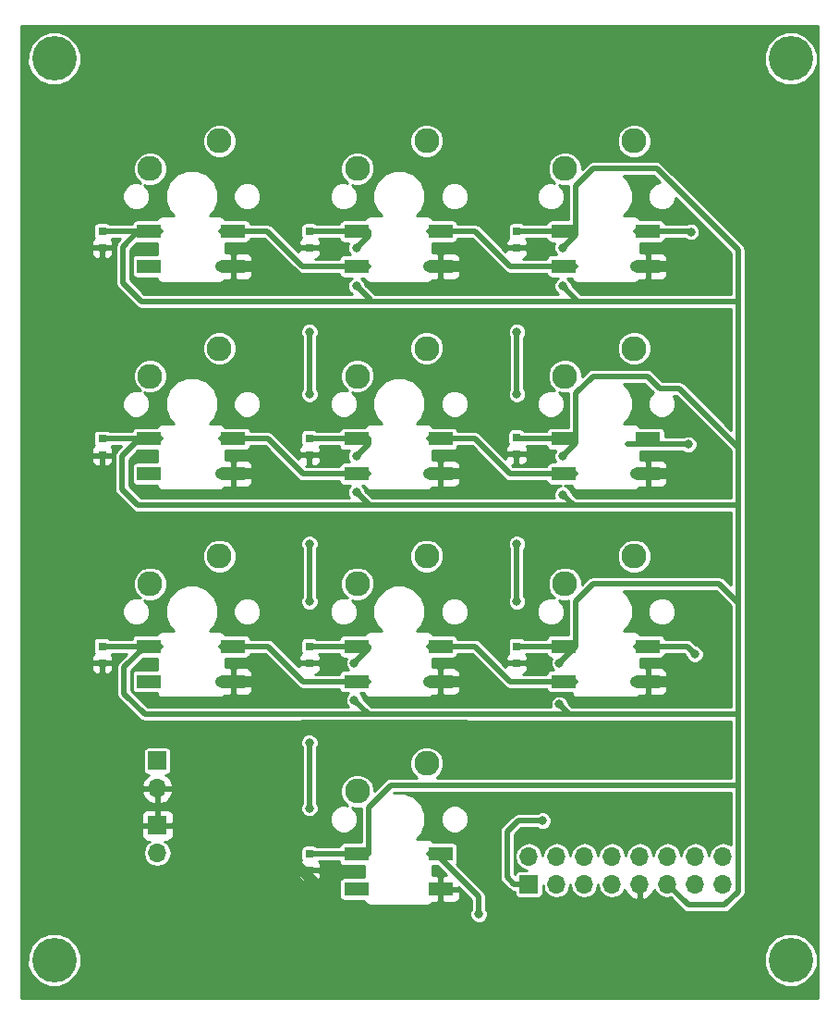
<source format=gbr>
G04 #@! TF.FileFunction,Copper,L2,Bot,Signal*
%FSLAX46Y46*%
G04 Gerber Fmt 4.6, Leading zero omitted, Abs format (unit mm)*
G04 Created by KiCad (PCBNEW 4.0.5-e0-6337~49~ubuntu16.04.1) date Tue Jan  3 12:00:36 2017*
%MOMM*%
%LPD*%
G01*
G04 APERTURE LIST*
%ADD10C,0.100000*%
%ADD11R,0.750000X0.800000*%
%ADD12R,1.700000X1.700000*%
%ADD13O,1.700000X1.700000*%
%ADD14C,4.064000*%
%ADD15C,2.286000*%
%ADD16R,2.300000X1.300000*%
%ADD17C,0.800000*%
%ADD18C,1.300000*%
%ADD19C,0.500000*%
%ADD20C,1.000000*%
%ADD21C,0.254000*%
G04 APERTURE END LIST*
D10*
D11*
X118600000Y-54600000D03*
X118600000Y-53100000D03*
X118600000Y-73600000D03*
X118600000Y-72100000D03*
X118600000Y-92600000D03*
X118600000Y-91100000D03*
X137600000Y-54600000D03*
X137600000Y-53100000D03*
X137600000Y-73550000D03*
X137600000Y-72050000D03*
X137600000Y-92600000D03*
X137600000Y-91100000D03*
X137600000Y-111600000D03*
X137600000Y-110100000D03*
X156600000Y-54600000D03*
X156600000Y-53100000D03*
X156550000Y-73500000D03*
X156550000Y-72000000D03*
X156600000Y-92600000D03*
X156600000Y-91100000D03*
D12*
X157700000Y-112850000D03*
D13*
X157700000Y-110310000D03*
X160240000Y-112850000D03*
X160240000Y-110310000D03*
X162780000Y-112850000D03*
X162780000Y-110310000D03*
X165320000Y-112850000D03*
X165320000Y-110310000D03*
X167860000Y-112850000D03*
X167860000Y-110310000D03*
X170400000Y-112850000D03*
X170400000Y-110310000D03*
X172940000Y-112850000D03*
X172940000Y-110310000D03*
X175480000Y-112850000D03*
X175480000Y-110310000D03*
D12*
X123650000Y-107460000D03*
D13*
X123650000Y-110000000D03*
D12*
X123650000Y-101560000D03*
D13*
X123650000Y-104100000D03*
D14*
X114200000Y-37300000D03*
X114200000Y-119800000D03*
X181700000Y-119800000D03*
X181700000Y-37300000D03*
D15*
X167340000Y-63820000D03*
X160990000Y-66360000D03*
D16*
X168600000Y-75300000D03*
X168600000Y-72100000D03*
X160900000Y-72100000D03*
X160900000Y-75300000D03*
D15*
X148340000Y-63820000D03*
X141990000Y-66360000D03*
D16*
X149600000Y-75300000D03*
X149600000Y-72100000D03*
X141900000Y-72100000D03*
X141900000Y-75300000D03*
D15*
X129340000Y-63820000D03*
X122990000Y-66360000D03*
D16*
X130600000Y-75300000D03*
X130600000Y-72100000D03*
X122900000Y-72100000D03*
X122900000Y-75300000D03*
D15*
X129340000Y-44820000D03*
X122990000Y-47360000D03*
D16*
X130600000Y-56300000D03*
X130600000Y-53100000D03*
X122900000Y-53100000D03*
X122900000Y-56300000D03*
D15*
X148340000Y-44820000D03*
X141990000Y-47360000D03*
D16*
X149600000Y-56300000D03*
X149600000Y-53100000D03*
X141900000Y-53100000D03*
X141900000Y-56300000D03*
D15*
X167340000Y-44820000D03*
X160990000Y-47360000D03*
D16*
X168600000Y-56300000D03*
X168600000Y-53100000D03*
X160900000Y-53100000D03*
X160900000Y-56300000D03*
D15*
X167340000Y-82820000D03*
X160990000Y-85360000D03*
D16*
X168600000Y-94300000D03*
X168600000Y-91100000D03*
X160900000Y-91100000D03*
X160900000Y-94300000D03*
D15*
X148340000Y-82820000D03*
X141990000Y-85360000D03*
D16*
X149600000Y-94300000D03*
X149600000Y-91100000D03*
X141900000Y-91100000D03*
X141900000Y-94300000D03*
D15*
X129340000Y-82820000D03*
X122990000Y-85360000D03*
D16*
X130600000Y-94300000D03*
X130600000Y-91100000D03*
X122900000Y-91100000D03*
X122900000Y-94300000D03*
D15*
X148340000Y-101820000D03*
X141990000Y-104360000D03*
D16*
X149600000Y-113300000D03*
X149600000Y-110100000D03*
X141900000Y-110100000D03*
X141900000Y-113300000D03*
D17*
X137600000Y-87000000D03*
X137600000Y-81700000D03*
X137600000Y-68000000D03*
X137600000Y-62300000D03*
X137600000Y-99900000D03*
X137600000Y-105900000D03*
X156600000Y-87000000D03*
X156600000Y-81700000D03*
X156600000Y-68000000D03*
X156600000Y-62300000D03*
X158950000Y-107050000D03*
D18*
X159000000Y-79900000D03*
X172600000Y-66200000D03*
X172600000Y-60700000D03*
X154000000Y-100400000D03*
X153500000Y-84020000D03*
X153500000Y-81600000D03*
X153700000Y-65400000D03*
X153700000Y-60700000D03*
X165500000Y-118000000D03*
X135800000Y-100500000D03*
X134400000Y-84100000D03*
X134400000Y-81620000D03*
X134500000Y-65400000D03*
X134500000Y-60700000D03*
X172600000Y-57700000D03*
X153700000Y-57600000D03*
X134500000Y-57800000D03*
X172800000Y-95600000D03*
X153500000Y-95600000D03*
X134600000Y-95600000D03*
X153500000Y-76400000D03*
X173000000Y-76300000D03*
X134400000Y-76400000D03*
D17*
X120700000Y-98100000D03*
X141700000Y-96000000D03*
X141700000Y-92600000D03*
X141900000Y-77000000D03*
X141900000Y-73700000D03*
X141900000Y-58100000D03*
X141900000Y-54600000D03*
X160800000Y-58100000D03*
X160800000Y-54600000D03*
X160800000Y-77200000D03*
X160800000Y-73700000D03*
X160500000Y-96400000D03*
X160500000Y-92600000D03*
X153100000Y-115600000D03*
X172900000Y-91800000D03*
X172300000Y-72600000D03*
X172550000Y-53150000D03*
D19*
X137600000Y-81700000D02*
X137600000Y-87000000D01*
X137600000Y-62300000D02*
X137600000Y-68000000D01*
X137600000Y-99900000D02*
X137600000Y-105900000D01*
X156600000Y-81700000D02*
X156600000Y-87000000D01*
X156600000Y-62300000D02*
X156600000Y-68000000D01*
X158950000Y-107050000D02*
X156700000Y-107050000D01*
X156700000Y-107050000D02*
X155700000Y-108050000D01*
X155700000Y-108050000D02*
X155700000Y-112200000D01*
X155700000Y-112200000D02*
X156350000Y-112850000D01*
X156350000Y-112850000D02*
X157700000Y-112850000D01*
D20*
X159000000Y-79900000D02*
X155200000Y-79900000D01*
X155200000Y-79900000D02*
X153500000Y-81600000D01*
X172600000Y-60700000D02*
X172600000Y-66200000D01*
X154000000Y-100400000D02*
X151950010Y-98350010D01*
X151950010Y-98350010D02*
X137030752Y-98350010D01*
X137030752Y-98350010D02*
X135800000Y-99580762D01*
X135800000Y-99580762D02*
X135800000Y-100500000D01*
X153500000Y-81600000D02*
X153500000Y-84020000D01*
X153700000Y-60700000D02*
X153700000Y-65400000D01*
X146084998Y-120800000D02*
X162700000Y-120800000D01*
X162700000Y-120800000D02*
X165500000Y-118000000D01*
X135800000Y-100500000D02*
X135800000Y-110515002D01*
X135800000Y-110515002D02*
X146084998Y-120800000D01*
X134400000Y-81620000D02*
X134400000Y-84100000D01*
X134500000Y-60700000D02*
X134500000Y-65400000D01*
X167500000Y-56300000D02*
X171200000Y-56300000D01*
X171200000Y-56300000D02*
X172600000Y-57700000D01*
X148500000Y-56300000D02*
X152400000Y-56300000D01*
X152400000Y-56300000D02*
X153700000Y-57600000D01*
X129500000Y-56300000D02*
X133000000Y-56300000D01*
X133000000Y-56300000D02*
X134500000Y-57800000D01*
X167500000Y-94300000D02*
X171500000Y-94300000D01*
X171500000Y-94300000D02*
X172800000Y-95600000D01*
X148500000Y-94300000D02*
X152200000Y-94300000D01*
X152200000Y-94300000D02*
X153500000Y-95600000D01*
X129500000Y-94300000D02*
X133300000Y-94300000D01*
X133300000Y-94300000D02*
X134600000Y-95600000D01*
X148500000Y-75300000D02*
X152400000Y-75300000D01*
X152400000Y-75300000D02*
X153500000Y-76400000D01*
X167500000Y-75300000D02*
X172000000Y-75300000D01*
X172000000Y-75300000D02*
X173000000Y-76300000D01*
X129500000Y-75300000D02*
X133300000Y-75300000D01*
X133300000Y-75300000D02*
X134400000Y-76400000D01*
D19*
X120700000Y-98100000D02*
X118600000Y-96000000D01*
X118600000Y-96000000D02*
X118600000Y-92600000D01*
X118600000Y-92600000D02*
X118600000Y-92625000D01*
X176880001Y-72900000D02*
X171479100Y-67499099D01*
X171479100Y-67499099D02*
X169699099Y-67499099D01*
X163578927Y-66356099D02*
X162000000Y-67935026D01*
X169699099Y-67499099D02*
X168556099Y-66356099D01*
X168556099Y-66356099D02*
X163578927Y-66356099D01*
X162000000Y-67935026D02*
X162000000Y-72100000D01*
X176880001Y-78200000D02*
X176880001Y-72900000D01*
X176880001Y-72900000D02*
X176880001Y-67900000D01*
X122500000Y-97300000D02*
X143000000Y-97300000D01*
X143000000Y-97300000D02*
X161500000Y-97300000D01*
X141700000Y-96000000D02*
X143000000Y-97300000D01*
X143000000Y-91100000D02*
X143000000Y-91300000D01*
X143000000Y-91300000D02*
X141700000Y-92600000D01*
X161500000Y-97300000D02*
X176880001Y-97300000D01*
X160500000Y-96400000D02*
X161400000Y-97300000D01*
X161400000Y-97300000D02*
X161500000Y-97300000D01*
X120600000Y-95400000D02*
X122500000Y-97300000D01*
X176880001Y-98800000D02*
X176880001Y-97300000D01*
X176880001Y-97300000D02*
X176880001Y-97000000D01*
X161800000Y-78200000D02*
X143100000Y-78200000D01*
X143100000Y-78200000D02*
X121900000Y-78200000D01*
X141900000Y-77000000D02*
X143100000Y-78200000D01*
X143000000Y-72100000D02*
X143000000Y-72600000D01*
X143000000Y-72600000D02*
X141900000Y-73700000D01*
X122200000Y-59500000D02*
X143200000Y-59500000D01*
X143200000Y-59500000D02*
X162200000Y-59500000D01*
X141900000Y-58100000D02*
X143200000Y-59400000D01*
X143200000Y-59400000D02*
X143200000Y-59500000D01*
X143000000Y-53100000D02*
X143000000Y-53500000D01*
X143000000Y-53500000D02*
X141900000Y-54600000D01*
X143000000Y-53100000D02*
X143000000Y-53300000D01*
X162000000Y-53100000D02*
X162000000Y-53400000D01*
X162000000Y-53400000D02*
X160800000Y-54600000D01*
X160800000Y-58100000D02*
X162200000Y-59500000D01*
X124000000Y-53100000D02*
X121900000Y-53100000D01*
X121900000Y-53100000D02*
X120500000Y-54500000D01*
X162200000Y-59500000D02*
X176880001Y-59500000D01*
X120500000Y-57800000D02*
X122200000Y-59500000D01*
X120500000Y-54500000D02*
X120500000Y-57800000D01*
X120400000Y-73700000D02*
X122000000Y-72100000D01*
X120400000Y-76700000D02*
X120400000Y-73700000D01*
X121900000Y-78200000D02*
X120400000Y-76700000D01*
X122000000Y-72100000D02*
X124000000Y-72100000D01*
X162000000Y-72100000D02*
X162000000Y-72500000D01*
X162000000Y-72500000D02*
X160800000Y-73700000D01*
X161800000Y-78200000D02*
X176880001Y-78200000D01*
X160800000Y-77200000D02*
X161800000Y-78200000D01*
X162000000Y-91100000D02*
X160500000Y-92600000D01*
X124000000Y-91100000D02*
X122500000Y-91100000D01*
X122500000Y-91100000D02*
X120600000Y-93000000D01*
X120600000Y-93000000D02*
X120600000Y-95400000D01*
X176900000Y-98800000D02*
X176880001Y-98800000D01*
X176880001Y-98900000D02*
X176900000Y-98880001D01*
X176900000Y-98880001D02*
X176900000Y-98800000D01*
X143000000Y-72100000D02*
X141200000Y-72100000D01*
X122100000Y-72100000D02*
X124000000Y-72100000D01*
X162000000Y-72100000D02*
X160100000Y-72100000D01*
X176880001Y-78200000D02*
X176900000Y-78200000D01*
X176900000Y-78200000D02*
X176880001Y-78200000D01*
X176880001Y-113522001D02*
X176880001Y-103800000D01*
X176880001Y-103800000D02*
X176880001Y-98800000D01*
X176880001Y-97000000D02*
X176880001Y-87100000D01*
X143000000Y-110100000D02*
X143000000Y-105855642D01*
X143000000Y-105855642D02*
X145055642Y-103800000D01*
X145055642Y-103800000D02*
X176880001Y-103800000D01*
X176880001Y-87100000D02*
X176880001Y-80000000D01*
X176880001Y-80000000D02*
X176880001Y-78200000D01*
X162000000Y-91100000D02*
X162000000Y-86935026D01*
X162000000Y-86935026D02*
X163578927Y-85356099D01*
X163578927Y-85356099D02*
X175136100Y-85356099D01*
X175136100Y-85356099D02*
X176880001Y-87100000D01*
X176880001Y-67900000D02*
X176880001Y-59500000D01*
X176880001Y-59500000D02*
X176880001Y-54826667D01*
X170400000Y-112850000D02*
X172300000Y-114750000D01*
X172300000Y-114750000D02*
X175652002Y-114750000D01*
X175652002Y-114750000D02*
X176880001Y-113522001D01*
X176880001Y-54826667D02*
X169409433Y-47356099D01*
X169409433Y-47356099D02*
X163578927Y-47356099D01*
X162000000Y-48935026D02*
X162000000Y-53100000D01*
X163578927Y-47356099D02*
X162000000Y-48935026D01*
X137600000Y-110100000D02*
X143000000Y-110100000D01*
X118600000Y-91100000D02*
X124000000Y-91100000D01*
X156600000Y-91100000D02*
X162000000Y-91100000D01*
X137600000Y-91100000D02*
X143000000Y-91100000D01*
X124000000Y-72100000D02*
X118600000Y-72100000D01*
X143000000Y-72100000D02*
X137650000Y-72100000D01*
X137650000Y-72100000D02*
X137600000Y-72050000D01*
X162000000Y-72100000D02*
X156650000Y-72100000D01*
X156650000Y-72100000D02*
X156550000Y-72000000D01*
X156600000Y-53100000D02*
X162000000Y-53100000D01*
X143000000Y-53100000D02*
X137600000Y-53100000D01*
X124000000Y-53100000D02*
X118600000Y-53100000D01*
X148500000Y-110100000D02*
X149190002Y-110100000D01*
X149190002Y-110100000D02*
X153100000Y-114009998D01*
X153100000Y-114009998D02*
X153100000Y-115600000D01*
X167500000Y-91100000D02*
X172200000Y-91100000D01*
X172200000Y-91100000D02*
X172900000Y-91800000D01*
X166700000Y-72600000D02*
X172300000Y-72600000D01*
X167500000Y-53100000D02*
X172500000Y-53100000D01*
X172500000Y-53100000D02*
X172550000Y-53150000D01*
X129500000Y-53100000D02*
X133750000Y-53100000D01*
X136950000Y-56300000D02*
X143000000Y-56300000D01*
X133750000Y-53100000D02*
X136950000Y-56300000D01*
X129500000Y-72100000D02*
X133800000Y-72100000D01*
X137000000Y-75300000D02*
X143000000Y-75300000D01*
X133800000Y-72100000D02*
X137000000Y-75300000D01*
X129500000Y-91100000D02*
X133800000Y-91100000D01*
X137000000Y-94300000D02*
X143000000Y-94300000D01*
X133800000Y-91100000D02*
X137000000Y-94300000D01*
X148500000Y-53100000D02*
X152750000Y-53100000D01*
X155950000Y-56300000D02*
X162000000Y-56300000D01*
X152750000Y-53100000D02*
X155950000Y-56300000D01*
X148500000Y-72100000D02*
X152750000Y-72100000D01*
X155950000Y-75300000D02*
X162000000Y-75300000D01*
X152750000Y-72100000D02*
X155950000Y-75300000D01*
X148500000Y-91100000D02*
X152750000Y-91100000D01*
X155950000Y-94300000D02*
X162000000Y-94300000D01*
X152750000Y-91100000D02*
X155950000Y-94300000D01*
D21*
G36*
X184198000Y-123298000D02*
X111202000Y-123298000D01*
X111202000Y-120286980D01*
X111740574Y-120286980D01*
X112114145Y-121191092D01*
X112805270Y-121883423D01*
X113708729Y-122258573D01*
X114686980Y-122259426D01*
X115591092Y-121885855D01*
X116283423Y-121194730D01*
X116658573Y-120291271D01*
X116658576Y-120286980D01*
X179240574Y-120286980D01*
X179614145Y-121191092D01*
X180305270Y-121883423D01*
X181208729Y-122258573D01*
X182186980Y-122259426D01*
X183091092Y-121885855D01*
X183783423Y-121194730D01*
X184158573Y-120291271D01*
X184159426Y-119313020D01*
X183785855Y-118408908D01*
X183094730Y-117716577D01*
X182191271Y-117341427D01*
X181213020Y-117340574D01*
X180308908Y-117714145D01*
X179616577Y-118405270D01*
X179241427Y-119308729D01*
X179240574Y-120286980D01*
X116658576Y-120286980D01*
X116659426Y-119313020D01*
X116285855Y-118408908D01*
X115594730Y-117716577D01*
X114691271Y-117341427D01*
X113713020Y-117340574D01*
X112808908Y-117714145D01*
X112116577Y-118405270D01*
X111741427Y-119308729D01*
X111740574Y-120286980D01*
X111202000Y-120286980D01*
X111202000Y-111885750D01*
X136590000Y-111885750D01*
X136590000Y-112126309D01*
X136686673Y-112359698D01*
X136865301Y-112538327D01*
X137098690Y-112635000D01*
X137314250Y-112635000D01*
X137473000Y-112476250D01*
X137473000Y-111727000D01*
X137727000Y-111727000D01*
X137727000Y-112476250D01*
X137885750Y-112635000D01*
X138101310Y-112635000D01*
X138334699Y-112538327D01*
X138513327Y-112359698D01*
X138610000Y-112126309D01*
X138610000Y-111885750D01*
X138451250Y-111727000D01*
X137727000Y-111727000D01*
X137473000Y-111727000D01*
X136748750Y-111727000D01*
X136590000Y-111885750D01*
X111202000Y-111885750D01*
X111202000Y-107745750D01*
X122165000Y-107745750D01*
X122165000Y-108436310D01*
X122261673Y-108669699D01*
X122440302Y-108848327D01*
X122673691Y-108945000D01*
X122949528Y-108945000D01*
X122722007Y-109097025D01*
X122445188Y-109511313D01*
X122347982Y-110000000D01*
X122445188Y-110488687D01*
X122722007Y-110902975D01*
X123136295Y-111179794D01*
X123624982Y-111277000D01*
X123675018Y-111277000D01*
X124163705Y-111179794D01*
X124577993Y-110902975D01*
X124854812Y-110488687D01*
X124952018Y-110000000D01*
X124854812Y-109511313D01*
X124577993Y-109097025D01*
X124350472Y-108945000D01*
X124626309Y-108945000D01*
X124859698Y-108848327D01*
X125038327Y-108669699D01*
X125135000Y-108436310D01*
X125135000Y-107745750D01*
X124976250Y-107587000D01*
X123777000Y-107587000D01*
X123777000Y-107607000D01*
X123523000Y-107607000D01*
X123523000Y-107587000D01*
X122323750Y-107587000D01*
X122165000Y-107745750D01*
X111202000Y-107745750D01*
X111202000Y-106483690D01*
X122165000Y-106483690D01*
X122165000Y-107174250D01*
X122323750Y-107333000D01*
X123523000Y-107333000D01*
X123523000Y-106133750D01*
X123777000Y-106133750D01*
X123777000Y-107333000D01*
X124976250Y-107333000D01*
X125135000Y-107174250D01*
X125135000Y-106483690D01*
X125038327Y-106250301D01*
X124859698Y-106071673D01*
X124626309Y-105975000D01*
X123935750Y-105975000D01*
X123777000Y-106133750D01*
X123523000Y-106133750D01*
X123364250Y-105975000D01*
X122673691Y-105975000D01*
X122440302Y-106071673D01*
X122261673Y-106250301D01*
X122165000Y-106483690D01*
X111202000Y-106483690D01*
X111202000Y-104456890D01*
X122208524Y-104456890D01*
X122378355Y-104866924D01*
X122768642Y-105295183D01*
X123293108Y-105541486D01*
X123523000Y-105420819D01*
X123523000Y-104227000D01*
X123777000Y-104227000D01*
X123777000Y-105420819D01*
X124006892Y-105541486D01*
X124531358Y-105295183D01*
X124921645Y-104866924D01*
X125091476Y-104456890D01*
X124970155Y-104227000D01*
X123777000Y-104227000D01*
X123523000Y-104227000D01*
X122329845Y-104227000D01*
X122208524Y-104456890D01*
X111202000Y-104456890D01*
X111202000Y-103743110D01*
X122208524Y-103743110D01*
X122329845Y-103973000D01*
X123523000Y-103973000D01*
X123523000Y-103953000D01*
X123777000Y-103953000D01*
X123777000Y-103973000D01*
X124970155Y-103973000D01*
X125091476Y-103743110D01*
X124921645Y-103333076D01*
X124531358Y-102904817D01*
X124404764Y-102845365D01*
X124500000Y-102845365D01*
X124658237Y-102815591D01*
X124803567Y-102722073D01*
X124901064Y-102579381D01*
X124935365Y-102410000D01*
X124935365Y-100710000D01*
X124905591Y-100551763D01*
X124812073Y-100406433D01*
X124669381Y-100308936D01*
X124500000Y-100274635D01*
X122800000Y-100274635D01*
X122641763Y-100304409D01*
X122496433Y-100397927D01*
X122398936Y-100540619D01*
X122364635Y-100710000D01*
X122364635Y-102410000D01*
X122394409Y-102568237D01*
X122487927Y-102713567D01*
X122630619Y-102811064D01*
X122800000Y-102845365D01*
X122895236Y-102845365D01*
X122768642Y-102904817D01*
X122378355Y-103333076D01*
X122208524Y-103743110D01*
X111202000Y-103743110D01*
X111202000Y-100063779D01*
X136772857Y-100063779D01*
X136898495Y-100367846D01*
X136923000Y-100392394D01*
X136923000Y-105407283D01*
X136899312Y-105430930D01*
X136773144Y-105734778D01*
X136772857Y-106063779D01*
X136898495Y-106367846D01*
X137130930Y-106600688D01*
X137434778Y-106726856D01*
X137763779Y-106727143D01*
X138067846Y-106601505D01*
X138300688Y-106369070D01*
X138426856Y-106065222D01*
X138427143Y-105736221D01*
X138301505Y-105432154D01*
X138277000Y-105407606D01*
X138277000Y-100392717D01*
X138300688Y-100369070D01*
X138426856Y-100065222D01*
X138427143Y-99736221D01*
X138301505Y-99432154D01*
X138069070Y-99199312D01*
X137765222Y-99073144D01*
X137436221Y-99072857D01*
X137132154Y-99198495D01*
X136899312Y-99430930D01*
X136773144Y-99734778D01*
X136772857Y-100063779D01*
X111202000Y-100063779D01*
X111202000Y-92885750D01*
X117590000Y-92885750D01*
X117590000Y-93126309D01*
X117686673Y-93359698D01*
X117865301Y-93538327D01*
X118098690Y-93635000D01*
X118314250Y-93635000D01*
X118473000Y-93476250D01*
X118473000Y-92727000D01*
X118727000Y-92727000D01*
X118727000Y-93476250D01*
X118885750Y-93635000D01*
X119101310Y-93635000D01*
X119334699Y-93538327D01*
X119513327Y-93359698D01*
X119610000Y-93126309D01*
X119610000Y-92885750D01*
X119451250Y-92727000D01*
X118727000Y-92727000D01*
X118473000Y-92727000D01*
X117748750Y-92727000D01*
X117590000Y-92885750D01*
X111202000Y-92885750D01*
X111202000Y-88153075D01*
X120441878Y-88153075D01*
X120636017Y-88622927D01*
X120995182Y-88982720D01*
X121464695Y-89177678D01*
X121973075Y-89178122D01*
X122442927Y-88983983D01*
X122802720Y-88624818D01*
X122997678Y-88155305D01*
X122998122Y-87646925D01*
X122803983Y-87177073D01*
X122472629Y-86845140D01*
X122676338Y-86929727D01*
X123300922Y-86930272D01*
X123878172Y-86691757D01*
X124320205Y-86250495D01*
X124559727Y-85673662D01*
X124560272Y-85049078D01*
X124321757Y-84471828D01*
X123880495Y-84029795D01*
X123303662Y-83790273D01*
X122679078Y-83789728D01*
X122101828Y-84028243D01*
X121659795Y-84469505D01*
X121420273Y-85046338D01*
X121419728Y-85670922D01*
X121658243Y-86248172D01*
X122071695Y-86662346D01*
X121975305Y-86622322D01*
X121466925Y-86621878D01*
X120997073Y-86816017D01*
X120637280Y-87175182D01*
X120442322Y-87644695D01*
X120441878Y-88153075D01*
X111202000Y-88153075D01*
X111202000Y-83130922D01*
X127769728Y-83130922D01*
X128008243Y-83708172D01*
X128449505Y-84150205D01*
X129026338Y-84389727D01*
X129650922Y-84390272D01*
X130228172Y-84151757D01*
X130670205Y-83710495D01*
X130909727Y-83133662D01*
X130910272Y-82509078D01*
X130671757Y-81931828D01*
X130603827Y-81863779D01*
X136772857Y-81863779D01*
X136898495Y-82167846D01*
X136923000Y-82192394D01*
X136923000Y-86507283D01*
X136899312Y-86530930D01*
X136773144Y-86834778D01*
X136772857Y-87163779D01*
X136898495Y-87467846D01*
X137130930Y-87700688D01*
X137434778Y-87826856D01*
X137763779Y-87827143D01*
X138067846Y-87701505D01*
X138300688Y-87469070D01*
X138426856Y-87165222D01*
X138427143Y-86836221D01*
X138301505Y-86532154D01*
X138277000Y-86507606D01*
X138277000Y-83130922D01*
X146769728Y-83130922D01*
X147008243Y-83708172D01*
X147449505Y-84150205D01*
X148026338Y-84389727D01*
X148650922Y-84390272D01*
X149228172Y-84151757D01*
X149670205Y-83710495D01*
X149909727Y-83133662D01*
X149910272Y-82509078D01*
X149671757Y-81931828D01*
X149603827Y-81863779D01*
X155772857Y-81863779D01*
X155898495Y-82167846D01*
X155923000Y-82192394D01*
X155923000Y-86507283D01*
X155899312Y-86530930D01*
X155773144Y-86834778D01*
X155772857Y-87163779D01*
X155898495Y-87467846D01*
X156130930Y-87700688D01*
X156434778Y-87826856D01*
X156763779Y-87827143D01*
X157067846Y-87701505D01*
X157300688Y-87469070D01*
X157426856Y-87165222D01*
X157427143Y-86836221D01*
X157301505Y-86532154D01*
X157277000Y-86507606D01*
X157277000Y-83130922D01*
X165769728Y-83130922D01*
X166008243Y-83708172D01*
X166449505Y-84150205D01*
X167026338Y-84389727D01*
X167650922Y-84390272D01*
X168228172Y-84151757D01*
X168670205Y-83710495D01*
X168909727Y-83133662D01*
X168910272Y-82509078D01*
X168671757Y-81931828D01*
X168230495Y-81489795D01*
X167653662Y-81250273D01*
X167029078Y-81249728D01*
X166451828Y-81488243D01*
X166009795Y-81929505D01*
X165770273Y-82506338D01*
X165769728Y-83130922D01*
X157277000Y-83130922D01*
X157277000Y-82192717D01*
X157300688Y-82169070D01*
X157426856Y-81865222D01*
X157427143Y-81536221D01*
X157301505Y-81232154D01*
X157069070Y-80999312D01*
X156765222Y-80873144D01*
X156436221Y-80872857D01*
X156132154Y-80998495D01*
X155899312Y-81230930D01*
X155773144Y-81534778D01*
X155772857Y-81863779D01*
X149603827Y-81863779D01*
X149230495Y-81489795D01*
X148653662Y-81250273D01*
X148029078Y-81249728D01*
X147451828Y-81488243D01*
X147009795Y-81929505D01*
X146770273Y-82506338D01*
X146769728Y-83130922D01*
X138277000Y-83130922D01*
X138277000Y-82192717D01*
X138300688Y-82169070D01*
X138426856Y-81865222D01*
X138427143Y-81536221D01*
X138301505Y-81232154D01*
X138069070Y-80999312D01*
X137765222Y-80873144D01*
X137436221Y-80872857D01*
X137132154Y-80998495D01*
X136899312Y-81230930D01*
X136773144Y-81534778D01*
X136772857Y-81863779D01*
X130603827Y-81863779D01*
X130230495Y-81489795D01*
X129653662Y-81250273D01*
X129029078Y-81249728D01*
X128451828Y-81488243D01*
X128009795Y-81929505D01*
X127770273Y-82506338D01*
X127769728Y-83130922D01*
X111202000Y-83130922D01*
X111202000Y-73885750D01*
X117590000Y-73885750D01*
X117590000Y-74126309D01*
X117686673Y-74359698D01*
X117865301Y-74538327D01*
X118098690Y-74635000D01*
X118314250Y-74635000D01*
X118473000Y-74476250D01*
X118473000Y-73727000D01*
X118727000Y-73727000D01*
X118727000Y-74476250D01*
X118885750Y-74635000D01*
X119101310Y-74635000D01*
X119334699Y-74538327D01*
X119513327Y-74359698D01*
X119610000Y-74126309D01*
X119610000Y-73885750D01*
X119451250Y-73727000D01*
X118727000Y-73727000D01*
X118473000Y-73727000D01*
X117748750Y-73727000D01*
X117590000Y-73885750D01*
X111202000Y-73885750D01*
X111202000Y-69153075D01*
X120441878Y-69153075D01*
X120636017Y-69622927D01*
X120995182Y-69982720D01*
X121464695Y-70177678D01*
X121973075Y-70178122D01*
X122442927Y-69983983D01*
X122802720Y-69624818D01*
X122997678Y-69155305D01*
X122998122Y-68646925D01*
X122803983Y-68177073D01*
X122472629Y-67845140D01*
X122676338Y-67929727D01*
X123300922Y-67930272D01*
X123878172Y-67691757D01*
X124320205Y-67250495D01*
X124559727Y-66673662D01*
X124560272Y-66049078D01*
X124321757Y-65471828D01*
X123880495Y-65029795D01*
X123303662Y-64790273D01*
X122679078Y-64789728D01*
X122101828Y-65028243D01*
X121659795Y-65469505D01*
X121420273Y-66046338D01*
X121419728Y-66670922D01*
X121658243Y-67248172D01*
X122071695Y-67662346D01*
X121975305Y-67622322D01*
X121466925Y-67621878D01*
X120997073Y-67816017D01*
X120637280Y-68175182D01*
X120442322Y-68644695D01*
X120441878Y-69153075D01*
X111202000Y-69153075D01*
X111202000Y-64130922D01*
X127769728Y-64130922D01*
X128008243Y-64708172D01*
X128449505Y-65150205D01*
X129026338Y-65389727D01*
X129650922Y-65390272D01*
X130228172Y-65151757D01*
X130670205Y-64710495D01*
X130909727Y-64133662D01*
X130910272Y-63509078D01*
X130671757Y-62931828D01*
X130230495Y-62489795D01*
X130167842Y-62463779D01*
X136772857Y-62463779D01*
X136898495Y-62767846D01*
X136923000Y-62792394D01*
X136923000Y-67507283D01*
X136899312Y-67530930D01*
X136773144Y-67834778D01*
X136772857Y-68163779D01*
X136898495Y-68467846D01*
X137130930Y-68700688D01*
X137434778Y-68826856D01*
X137763779Y-68827143D01*
X138067846Y-68701505D01*
X138300688Y-68469070D01*
X138426856Y-68165222D01*
X138427143Y-67836221D01*
X138301505Y-67532154D01*
X138277000Y-67507606D01*
X138277000Y-64130922D01*
X146769728Y-64130922D01*
X147008243Y-64708172D01*
X147449505Y-65150205D01*
X148026338Y-65389727D01*
X148650922Y-65390272D01*
X149228172Y-65151757D01*
X149670205Y-64710495D01*
X149909727Y-64133662D01*
X149910272Y-63509078D01*
X149671757Y-62931828D01*
X149230495Y-62489795D01*
X149167842Y-62463779D01*
X155772857Y-62463779D01*
X155898495Y-62767846D01*
X155923000Y-62792394D01*
X155923000Y-67507283D01*
X155899312Y-67530930D01*
X155773144Y-67834778D01*
X155772857Y-68163779D01*
X155898495Y-68467846D01*
X156130930Y-68700688D01*
X156434778Y-68826856D01*
X156763779Y-68827143D01*
X157067846Y-68701505D01*
X157300688Y-68469070D01*
X157426856Y-68165222D01*
X157427143Y-67836221D01*
X157301505Y-67532154D01*
X157277000Y-67507606D01*
X157277000Y-64130922D01*
X165769728Y-64130922D01*
X166008243Y-64708172D01*
X166449505Y-65150205D01*
X167026338Y-65389727D01*
X167650922Y-65390272D01*
X168228172Y-65151757D01*
X168670205Y-64710495D01*
X168909727Y-64133662D01*
X168910272Y-63509078D01*
X168671757Y-62931828D01*
X168230495Y-62489795D01*
X167653662Y-62250273D01*
X167029078Y-62249728D01*
X166451828Y-62488243D01*
X166009795Y-62929505D01*
X165770273Y-63506338D01*
X165769728Y-64130922D01*
X157277000Y-64130922D01*
X157277000Y-62792717D01*
X157300688Y-62769070D01*
X157426856Y-62465222D01*
X157427143Y-62136221D01*
X157301505Y-61832154D01*
X157069070Y-61599312D01*
X156765222Y-61473144D01*
X156436221Y-61472857D01*
X156132154Y-61598495D01*
X155899312Y-61830930D01*
X155773144Y-62134778D01*
X155772857Y-62463779D01*
X149167842Y-62463779D01*
X148653662Y-62250273D01*
X148029078Y-62249728D01*
X147451828Y-62488243D01*
X147009795Y-62929505D01*
X146770273Y-63506338D01*
X146769728Y-64130922D01*
X138277000Y-64130922D01*
X138277000Y-62792717D01*
X138300688Y-62769070D01*
X138426856Y-62465222D01*
X138427143Y-62136221D01*
X138301505Y-61832154D01*
X138069070Y-61599312D01*
X137765222Y-61473144D01*
X137436221Y-61472857D01*
X137132154Y-61598495D01*
X136899312Y-61830930D01*
X136773144Y-62134778D01*
X136772857Y-62463779D01*
X130167842Y-62463779D01*
X129653662Y-62250273D01*
X129029078Y-62249728D01*
X128451828Y-62488243D01*
X128009795Y-62929505D01*
X127770273Y-63506338D01*
X127769728Y-64130922D01*
X111202000Y-64130922D01*
X111202000Y-54885750D01*
X117590000Y-54885750D01*
X117590000Y-55126309D01*
X117686673Y-55359698D01*
X117865301Y-55538327D01*
X118098690Y-55635000D01*
X118314250Y-55635000D01*
X118473000Y-55476250D01*
X118473000Y-54727000D01*
X118727000Y-54727000D01*
X118727000Y-55476250D01*
X118885750Y-55635000D01*
X119101310Y-55635000D01*
X119334699Y-55538327D01*
X119513327Y-55359698D01*
X119610000Y-55126309D01*
X119610000Y-54885750D01*
X119451250Y-54727000D01*
X118727000Y-54727000D01*
X118473000Y-54727000D01*
X117748750Y-54727000D01*
X117590000Y-54885750D01*
X111202000Y-54885750D01*
X111202000Y-54073691D01*
X117590000Y-54073691D01*
X117590000Y-54314250D01*
X117748750Y-54473000D01*
X118473000Y-54473000D01*
X118473000Y-54453000D01*
X118727000Y-54453000D01*
X118727000Y-54473000D01*
X119451250Y-54473000D01*
X119610000Y-54314250D01*
X119610000Y-54073691D01*
X119513327Y-53840302D01*
X119450025Y-53777000D01*
X120265578Y-53777000D01*
X120021289Y-54021289D01*
X119874534Y-54240923D01*
X119823000Y-54500000D01*
X119823000Y-57800000D01*
X119874534Y-58059077D01*
X119901878Y-58100000D01*
X120021289Y-58278711D01*
X121721289Y-59978711D01*
X121940923Y-60125466D01*
X122200000Y-60177000D01*
X176203001Y-60177000D01*
X176203001Y-71265577D01*
X171957811Y-67020388D01*
X171899708Y-66981565D01*
X171738177Y-66873633D01*
X171479100Y-66822099D01*
X169979521Y-66822099D01*
X169034810Y-65877388D01*
X168815176Y-65730633D01*
X168556099Y-65679099D01*
X163578927Y-65679099D01*
X163319850Y-65730633D01*
X163100216Y-65877388D01*
X162559950Y-66417654D01*
X162560272Y-66049078D01*
X162321757Y-65471828D01*
X161880495Y-65029795D01*
X161303662Y-64790273D01*
X160679078Y-64789728D01*
X160101828Y-65028243D01*
X159659795Y-65469505D01*
X159420273Y-66046338D01*
X159419728Y-66670922D01*
X159658243Y-67248172D01*
X160071695Y-67662346D01*
X159975305Y-67622322D01*
X159466925Y-67621878D01*
X158997073Y-67816017D01*
X158637280Y-68175182D01*
X158442322Y-68644695D01*
X158441878Y-69153075D01*
X158636017Y-69622927D01*
X158995182Y-69982720D01*
X159464695Y-70177678D01*
X159973075Y-70178122D01*
X160442927Y-69983983D01*
X160802720Y-69624818D01*
X160997678Y-69155305D01*
X160998122Y-68646925D01*
X160803983Y-68177073D01*
X160472629Y-67845140D01*
X160676338Y-67929727D01*
X161300922Y-67930272D01*
X161326007Y-67919907D01*
X161323000Y-67935026D01*
X161323000Y-71014635D01*
X159750000Y-71014635D01*
X159591763Y-71044409D01*
X159446433Y-71137927D01*
X159348936Y-71280619D01*
X159320103Y-71423000D01*
X157318517Y-71423000D01*
X157237073Y-71296433D01*
X157094381Y-71198936D01*
X156925000Y-71164635D01*
X156175000Y-71164635D01*
X156016763Y-71194409D01*
X155871433Y-71287927D01*
X155773936Y-71430619D01*
X155739635Y-71600000D01*
X155739635Y-72400000D01*
X155769409Y-72558237D01*
X155788723Y-72588251D01*
X155636673Y-72740302D01*
X155540000Y-72973691D01*
X155540000Y-73214250D01*
X155698750Y-73373000D01*
X156423000Y-73373000D01*
X156423000Y-73353000D01*
X156677000Y-73353000D01*
X156677000Y-73373000D01*
X157401250Y-73373000D01*
X157560000Y-73214250D01*
X157560000Y-72973691D01*
X157478528Y-72777000D01*
X159319715Y-72777000D01*
X159344409Y-72908237D01*
X159437927Y-73053567D01*
X159580619Y-73151064D01*
X159750000Y-73185365D01*
X160144957Y-73185365D01*
X160099312Y-73230930D01*
X159973144Y-73534778D01*
X159972857Y-73863779D01*
X160098495Y-74167846D01*
X160145202Y-74214635D01*
X159750000Y-74214635D01*
X159591763Y-74244409D01*
X159446433Y-74337927D01*
X159348936Y-74480619D01*
X159320103Y-74623000D01*
X156230423Y-74623000D01*
X156142423Y-74535000D01*
X156264250Y-74535000D01*
X156423000Y-74376250D01*
X156423000Y-73627000D01*
X156677000Y-73627000D01*
X156677000Y-74376250D01*
X156835750Y-74535000D01*
X157051310Y-74535000D01*
X157284699Y-74438327D01*
X157463327Y-74259698D01*
X157560000Y-74026309D01*
X157560000Y-73785750D01*
X157401250Y-73627000D01*
X156677000Y-73627000D01*
X156423000Y-73627000D01*
X155698750Y-73627000D01*
X155540000Y-73785750D01*
X155540000Y-73932577D01*
X153228711Y-71621289D01*
X153153881Y-71571289D01*
X153009077Y-71474534D01*
X152750000Y-71423000D01*
X151180285Y-71423000D01*
X151155591Y-71291763D01*
X151062073Y-71146433D01*
X150919381Y-71048936D01*
X150750000Y-71014635D01*
X148865129Y-71014635D01*
X148863788Y-71007893D01*
X148754968Y-70845032D01*
X148592107Y-70736212D01*
X148400000Y-70698000D01*
X147425520Y-70698000D01*
X147851142Y-70273120D01*
X148220479Y-69383659D01*
X148220680Y-69153075D01*
X149601878Y-69153075D01*
X149796017Y-69622927D01*
X150155182Y-69982720D01*
X150624695Y-70177678D01*
X151133075Y-70178122D01*
X151602927Y-69983983D01*
X151962720Y-69624818D01*
X152157678Y-69155305D01*
X152158122Y-68646925D01*
X151963983Y-68177073D01*
X151604818Y-67817280D01*
X151135305Y-67622322D01*
X150626925Y-67621878D01*
X150157073Y-67816017D01*
X149797280Y-68175182D01*
X149602322Y-68644695D01*
X149601878Y-69153075D01*
X148220680Y-69153075D01*
X148221319Y-68420566D01*
X147853536Y-67530462D01*
X147173120Y-66848858D01*
X146283659Y-66479521D01*
X145320566Y-66478681D01*
X144430462Y-66846464D01*
X143748858Y-67526880D01*
X143379521Y-68416341D01*
X143378681Y-69379434D01*
X143746464Y-70269538D01*
X144174179Y-70698000D01*
X143100000Y-70698000D01*
X142907893Y-70736212D01*
X142745032Y-70845032D01*
X142636212Y-71007893D01*
X142634871Y-71014635D01*
X140750000Y-71014635D01*
X140591763Y-71044409D01*
X140446433Y-71137927D01*
X140348936Y-71280619D01*
X140320103Y-71423000D01*
X138336343Y-71423000D01*
X138287073Y-71346433D01*
X138144381Y-71248936D01*
X137975000Y-71214635D01*
X137225000Y-71214635D01*
X137066763Y-71244409D01*
X136921433Y-71337927D01*
X136823936Y-71480619D01*
X136789635Y-71650000D01*
X136789635Y-72450000D01*
X136819409Y-72608237D01*
X136838723Y-72638251D01*
X136686673Y-72790302D01*
X136590000Y-73023691D01*
X136590000Y-73264250D01*
X136748750Y-73423000D01*
X137473000Y-73423000D01*
X137473000Y-73403000D01*
X137727000Y-73403000D01*
X137727000Y-73423000D01*
X138451250Y-73423000D01*
X138610000Y-73264250D01*
X138610000Y-73023691D01*
X138513327Y-72790302D01*
X138500025Y-72777000D01*
X140319715Y-72777000D01*
X140344409Y-72908237D01*
X140437927Y-73053567D01*
X140580619Y-73151064D01*
X140750000Y-73185365D01*
X141244957Y-73185365D01*
X141199312Y-73230930D01*
X141073144Y-73534778D01*
X141072857Y-73863779D01*
X141198495Y-74167846D01*
X141245202Y-74214635D01*
X140750000Y-74214635D01*
X140591763Y-74244409D01*
X140446433Y-74337927D01*
X140348936Y-74480619D01*
X140320103Y-74623000D01*
X137280423Y-74623000D01*
X137242423Y-74585000D01*
X137314250Y-74585000D01*
X137473000Y-74426250D01*
X137473000Y-73677000D01*
X137727000Y-73677000D01*
X137727000Y-74426250D01*
X137885750Y-74585000D01*
X138101310Y-74585000D01*
X138334699Y-74488327D01*
X138513327Y-74309698D01*
X138610000Y-74076309D01*
X138610000Y-73835750D01*
X138451250Y-73677000D01*
X137727000Y-73677000D01*
X137473000Y-73677000D01*
X136748750Y-73677000D01*
X136590000Y-73835750D01*
X136590000Y-73932577D01*
X134278711Y-71621289D01*
X134203881Y-71571289D01*
X134059077Y-71474534D01*
X133800000Y-71423000D01*
X132180285Y-71423000D01*
X132155591Y-71291763D01*
X132062073Y-71146433D01*
X131919381Y-71048936D01*
X131750000Y-71014635D01*
X129865129Y-71014635D01*
X129863788Y-71007893D01*
X129754968Y-70845032D01*
X129592107Y-70736212D01*
X129400000Y-70698000D01*
X128425520Y-70698000D01*
X128851142Y-70273120D01*
X129220479Y-69383659D01*
X129220680Y-69153075D01*
X130601878Y-69153075D01*
X130796017Y-69622927D01*
X131155182Y-69982720D01*
X131624695Y-70177678D01*
X132133075Y-70178122D01*
X132602927Y-69983983D01*
X132962720Y-69624818D01*
X133157678Y-69155305D01*
X133157679Y-69153075D01*
X139441878Y-69153075D01*
X139636017Y-69622927D01*
X139995182Y-69982720D01*
X140464695Y-70177678D01*
X140973075Y-70178122D01*
X141442927Y-69983983D01*
X141802720Y-69624818D01*
X141997678Y-69155305D01*
X141998122Y-68646925D01*
X141803983Y-68177073D01*
X141472629Y-67845140D01*
X141676338Y-67929727D01*
X142300922Y-67930272D01*
X142878172Y-67691757D01*
X143320205Y-67250495D01*
X143559727Y-66673662D01*
X143560272Y-66049078D01*
X143321757Y-65471828D01*
X142880495Y-65029795D01*
X142303662Y-64790273D01*
X141679078Y-64789728D01*
X141101828Y-65028243D01*
X140659795Y-65469505D01*
X140420273Y-66046338D01*
X140419728Y-66670922D01*
X140658243Y-67248172D01*
X141071695Y-67662346D01*
X140975305Y-67622322D01*
X140466925Y-67621878D01*
X139997073Y-67816017D01*
X139637280Y-68175182D01*
X139442322Y-68644695D01*
X139441878Y-69153075D01*
X133157679Y-69153075D01*
X133158122Y-68646925D01*
X132963983Y-68177073D01*
X132604818Y-67817280D01*
X132135305Y-67622322D01*
X131626925Y-67621878D01*
X131157073Y-67816017D01*
X130797280Y-68175182D01*
X130602322Y-68644695D01*
X130601878Y-69153075D01*
X129220680Y-69153075D01*
X129221319Y-68420566D01*
X128853536Y-67530462D01*
X128173120Y-66848858D01*
X127283659Y-66479521D01*
X126320566Y-66478681D01*
X125430462Y-66846464D01*
X124748858Y-67526880D01*
X124379521Y-68416341D01*
X124378681Y-69379434D01*
X124746464Y-70269538D01*
X125174179Y-70698000D01*
X124100000Y-70698000D01*
X123907893Y-70736212D01*
X123745032Y-70845032D01*
X123636212Y-71007893D01*
X123634871Y-71014635D01*
X121750000Y-71014635D01*
X121591763Y-71044409D01*
X121446433Y-71137927D01*
X121348936Y-71280619D01*
X121320103Y-71423000D01*
X119304169Y-71423000D01*
X119287073Y-71396433D01*
X119144381Y-71298936D01*
X118975000Y-71264635D01*
X118225000Y-71264635D01*
X118066763Y-71294409D01*
X117921433Y-71387927D01*
X117823936Y-71530619D01*
X117789635Y-71700000D01*
X117789635Y-72500000D01*
X117819409Y-72658237D01*
X117838723Y-72688251D01*
X117686673Y-72840302D01*
X117590000Y-73073691D01*
X117590000Y-73314250D01*
X117748750Y-73473000D01*
X118473000Y-73473000D01*
X118473000Y-73453000D01*
X118727000Y-73453000D01*
X118727000Y-73473000D01*
X119451250Y-73473000D01*
X119610000Y-73314250D01*
X119610000Y-73073691D01*
X119513327Y-72840302D01*
X119450025Y-72777000D01*
X120365578Y-72777000D01*
X119921289Y-73221289D01*
X119774534Y-73440923D01*
X119723000Y-73700000D01*
X119723000Y-76700000D01*
X119774534Y-76959077D01*
X119801878Y-77000000D01*
X119921289Y-77178711D01*
X121421288Y-78678711D01*
X121531106Y-78752089D01*
X121640923Y-78825466D01*
X121900000Y-78877000D01*
X176203001Y-78877000D01*
X176203001Y-85465578D01*
X175614811Y-84877388D01*
X175395177Y-84730633D01*
X175136100Y-84679099D01*
X163578927Y-84679099D01*
X163319850Y-84730633D01*
X163100216Y-84877388D01*
X162559950Y-85417654D01*
X162560272Y-85049078D01*
X162321757Y-84471828D01*
X161880495Y-84029795D01*
X161303662Y-83790273D01*
X160679078Y-83789728D01*
X160101828Y-84028243D01*
X159659795Y-84469505D01*
X159420273Y-85046338D01*
X159419728Y-85670922D01*
X159658243Y-86248172D01*
X160071695Y-86662346D01*
X159975305Y-86622322D01*
X159466925Y-86621878D01*
X158997073Y-86816017D01*
X158637280Y-87175182D01*
X158442322Y-87644695D01*
X158441878Y-88153075D01*
X158636017Y-88622927D01*
X158995182Y-88982720D01*
X159464695Y-89177678D01*
X159973075Y-89178122D01*
X160442927Y-88983983D01*
X160802720Y-88624818D01*
X160997678Y-88155305D01*
X160998122Y-87646925D01*
X160803983Y-87177073D01*
X160472629Y-86845140D01*
X160676338Y-86929727D01*
X161300922Y-86930272D01*
X161326007Y-86919907D01*
X161323000Y-86935026D01*
X161323000Y-90014635D01*
X159750000Y-90014635D01*
X159591763Y-90044409D01*
X159446433Y-90137927D01*
X159348936Y-90280619D01*
X159320103Y-90423000D01*
X157304169Y-90423000D01*
X157287073Y-90396433D01*
X157144381Y-90298936D01*
X156975000Y-90264635D01*
X156225000Y-90264635D01*
X156066763Y-90294409D01*
X155921433Y-90387927D01*
X155823936Y-90530619D01*
X155789635Y-90700000D01*
X155789635Y-91500000D01*
X155819409Y-91658237D01*
X155838723Y-91688251D01*
X155686673Y-91840302D01*
X155590000Y-92073691D01*
X155590000Y-92314250D01*
X155748750Y-92473000D01*
X156473000Y-92473000D01*
X156473000Y-92453000D01*
X156727000Y-92453000D01*
X156727000Y-92473000D01*
X157451250Y-92473000D01*
X157610000Y-92314250D01*
X157610000Y-92073691D01*
X157513327Y-91840302D01*
X157450025Y-91777000D01*
X159319715Y-91777000D01*
X159344409Y-91908237D01*
X159437927Y-92053567D01*
X159580619Y-92151064D01*
X159750000Y-92185365D01*
X159776709Y-92185365D01*
X159673144Y-92434778D01*
X159672857Y-92763779D01*
X159798495Y-93067846D01*
X159945027Y-93214635D01*
X159750000Y-93214635D01*
X159591763Y-93244409D01*
X159446433Y-93337927D01*
X159348936Y-93480619D01*
X159320103Y-93623000D01*
X157130281Y-93623000D01*
X157334699Y-93538327D01*
X157513327Y-93359698D01*
X157610000Y-93126309D01*
X157610000Y-92885750D01*
X157451250Y-92727000D01*
X156727000Y-92727000D01*
X156727000Y-92747000D01*
X156473000Y-92747000D01*
X156473000Y-92727000D01*
X155748750Y-92727000D01*
X155590000Y-92885750D01*
X155590000Y-92982577D01*
X153228711Y-90621289D01*
X153009077Y-90474534D01*
X152750000Y-90423000D01*
X151180285Y-90423000D01*
X151155591Y-90291763D01*
X151062073Y-90146433D01*
X150919381Y-90048936D01*
X150750000Y-90014635D01*
X148865129Y-90014635D01*
X148863788Y-90007893D01*
X148754968Y-89845032D01*
X148592107Y-89736212D01*
X148400000Y-89698000D01*
X147425520Y-89698000D01*
X147851142Y-89273120D01*
X148220479Y-88383659D01*
X148220680Y-88153075D01*
X149601878Y-88153075D01*
X149796017Y-88622927D01*
X150155182Y-88982720D01*
X150624695Y-89177678D01*
X151133075Y-89178122D01*
X151602927Y-88983983D01*
X151962720Y-88624818D01*
X152157678Y-88155305D01*
X152158122Y-87646925D01*
X151963983Y-87177073D01*
X151604818Y-86817280D01*
X151135305Y-86622322D01*
X150626925Y-86621878D01*
X150157073Y-86816017D01*
X149797280Y-87175182D01*
X149602322Y-87644695D01*
X149601878Y-88153075D01*
X148220680Y-88153075D01*
X148221319Y-87420566D01*
X147853536Y-86530462D01*
X147173120Y-85848858D01*
X146283659Y-85479521D01*
X145320566Y-85478681D01*
X144430462Y-85846464D01*
X143748858Y-86526880D01*
X143379521Y-87416341D01*
X143378681Y-88379434D01*
X143746464Y-89269538D01*
X144174179Y-89698000D01*
X143100000Y-89698000D01*
X142907893Y-89736212D01*
X142745032Y-89845032D01*
X142636212Y-90007893D01*
X142634871Y-90014635D01*
X140750000Y-90014635D01*
X140591763Y-90044409D01*
X140446433Y-90137927D01*
X140348936Y-90280619D01*
X140320103Y-90423000D01*
X138304169Y-90423000D01*
X138287073Y-90396433D01*
X138144381Y-90298936D01*
X137975000Y-90264635D01*
X137225000Y-90264635D01*
X137066763Y-90294409D01*
X136921433Y-90387927D01*
X136823936Y-90530619D01*
X136789635Y-90700000D01*
X136789635Y-91500000D01*
X136819409Y-91658237D01*
X136838723Y-91688251D01*
X136686673Y-91840302D01*
X136590000Y-92073691D01*
X136590000Y-92314250D01*
X136748750Y-92473000D01*
X137473000Y-92473000D01*
X137473000Y-92453000D01*
X137727000Y-92453000D01*
X137727000Y-92473000D01*
X138451250Y-92473000D01*
X138610000Y-92314250D01*
X138610000Y-92073691D01*
X138513327Y-91840302D01*
X138450025Y-91777000D01*
X140319715Y-91777000D01*
X140344409Y-91908237D01*
X140437927Y-92053567D01*
X140580619Y-92151064D01*
X140750000Y-92185365D01*
X140976709Y-92185365D01*
X140873144Y-92434778D01*
X140872857Y-92763779D01*
X140998495Y-93067846D01*
X141145027Y-93214635D01*
X140750000Y-93214635D01*
X140591763Y-93244409D01*
X140446433Y-93337927D01*
X140348936Y-93480619D01*
X140320103Y-93623000D01*
X138130281Y-93623000D01*
X138334699Y-93538327D01*
X138513327Y-93359698D01*
X138610000Y-93126309D01*
X138610000Y-92885750D01*
X138451250Y-92727000D01*
X137727000Y-92727000D01*
X137727000Y-92747000D01*
X137473000Y-92747000D01*
X137473000Y-92727000D01*
X136748750Y-92727000D01*
X136590000Y-92885750D01*
X136590000Y-92932577D01*
X134278711Y-90621289D01*
X134059077Y-90474534D01*
X133800000Y-90423000D01*
X132180285Y-90423000D01*
X132155591Y-90291763D01*
X132062073Y-90146433D01*
X131919381Y-90048936D01*
X131750000Y-90014635D01*
X129865129Y-90014635D01*
X129863788Y-90007893D01*
X129754968Y-89845032D01*
X129592107Y-89736212D01*
X129400000Y-89698000D01*
X128425520Y-89698000D01*
X128851142Y-89273120D01*
X129220479Y-88383659D01*
X129220680Y-88153075D01*
X130601878Y-88153075D01*
X130796017Y-88622927D01*
X131155182Y-88982720D01*
X131624695Y-89177678D01*
X132133075Y-89178122D01*
X132602927Y-88983983D01*
X132962720Y-88624818D01*
X133157678Y-88155305D01*
X133157679Y-88153075D01*
X139441878Y-88153075D01*
X139636017Y-88622927D01*
X139995182Y-88982720D01*
X140464695Y-89177678D01*
X140973075Y-89178122D01*
X141442927Y-88983983D01*
X141802720Y-88624818D01*
X141997678Y-88155305D01*
X141998122Y-87646925D01*
X141803983Y-87177073D01*
X141472629Y-86845140D01*
X141676338Y-86929727D01*
X142300922Y-86930272D01*
X142878172Y-86691757D01*
X143320205Y-86250495D01*
X143559727Y-85673662D01*
X143560272Y-85049078D01*
X143321757Y-84471828D01*
X142880495Y-84029795D01*
X142303662Y-83790273D01*
X141679078Y-83789728D01*
X141101828Y-84028243D01*
X140659795Y-84469505D01*
X140420273Y-85046338D01*
X140419728Y-85670922D01*
X140658243Y-86248172D01*
X141071695Y-86662346D01*
X140975305Y-86622322D01*
X140466925Y-86621878D01*
X139997073Y-86816017D01*
X139637280Y-87175182D01*
X139442322Y-87644695D01*
X139441878Y-88153075D01*
X133157679Y-88153075D01*
X133158122Y-87646925D01*
X132963983Y-87177073D01*
X132604818Y-86817280D01*
X132135305Y-86622322D01*
X131626925Y-86621878D01*
X131157073Y-86816017D01*
X130797280Y-87175182D01*
X130602322Y-87644695D01*
X130601878Y-88153075D01*
X129220680Y-88153075D01*
X129221319Y-87420566D01*
X128853536Y-86530462D01*
X128173120Y-85848858D01*
X127283659Y-85479521D01*
X126320566Y-85478681D01*
X125430462Y-85846464D01*
X124748858Y-86526880D01*
X124379521Y-87416341D01*
X124378681Y-88379434D01*
X124746464Y-89269538D01*
X125174179Y-89698000D01*
X124100000Y-89698000D01*
X123907893Y-89736212D01*
X123745032Y-89845032D01*
X123636212Y-90007893D01*
X123634871Y-90014635D01*
X121750000Y-90014635D01*
X121591763Y-90044409D01*
X121446433Y-90137927D01*
X121348936Y-90280619D01*
X121320103Y-90423000D01*
X119304169Y-90423000D01*
X119287073Y-90396433D01*
X119144381Y-90298936D01*
X118975000Y-90264635D01*
X118225000Y-90264635D01*
X118066763Y-90294409D01*
X117921433Y-90387927D01*
X117823936Y-90530619D01*
X117789635Y-90700000D01*
X117789635Y-91500000D01*
X117819409Y-91658237D01*
X117838723Y-91688251D01*
X117686673Y-91840302D01*
X117590000Y-92073691D01*
X117590000Y-92314250D01*
X117748750Y-92473000D01*
X118473000Y-92473000D01*
X118473000Y-92453000D01*
X118727000Y-92453000D01*
X118727000Y-92473000D01*
X119451250Y-92473000D01*
X119610000Y-92314250D01*
X119610000Y-92073691D01*
X119513327Y-91840302D01*
X119450025Y-91777000D01*
X120865578Y-91777000D01*
X120121289Y-92521289D01*
X119974534Y-92740923D01*
X119923000Y-93000000D01*
X119923000Y-95400000D01*
X119974534Y-95659077D01*
X120029223Y-95740924D01*
X120121289Y-95878711D01*
X122021289Y-97778711D01*
X122240924Y-97925467D01*
X122500000Y-97977000D01*
X176203001Y-97977000D01*
X176203001Y-103123000D01*
X149256979Y-103123000D01*
X149670205Y-102710495D01*
X149909727Y-102133662D01*
X149910272Y-101509078D01*
X149671757Y-100931828D01*
X149230495Y-100489795D01*
X148653662Y-100250273D01*
X148029078Y-100249728D01*
X147451828Y-100488243D01*
X147009795Y-100929505D01*
X146770273Y-101506338D01*
X146769728Y-102130922D01*
X147008243Y-102708172D01*
X147422347Y-103123000D01*
X145055642Y-103123000D01*
X144796565Y-103174534D01*
X144576931Y-103321289D01*
X143560020Y-104338200D01*
X143560272Y-104049078D01*
X143321757Y-103471828D01*
X142880495Y-103029795D01*
X142303662Y-102790273D01*
X141679078Y-102789728D01*
X141101828Y-103028243D01*
X140659795Y-103469505D01*
X140420273Y-104046338D01*
X140419728Y-104670922D01*
X140658243Y-105248172D01*
X141071695Y-105662346D01*
X140975305Y-105622322D01*
X140466925Y-105621878D01*
X139997073Y-105816017D01*
X139637280Y-106175182D01*
X139442322Y-106644695D01*
X139441878Y-107153075D01*
X139636017Y-107622927D01*
X139995182Y-107982720D01*
X140464695Y-108177678D01*
X140973075Y-108178122D01*
X141442927Y-107983983D01*
X141802720Y-107624818D01*
X141997678Y-107155305D01*
X141998122Y-106646925D01*
X141803983Y-106177073D01*
X141472629Y-105845140D01*
X141676338Y-105929727D01*
X142300922Y-105930272D01*
X142323000Y-105921150D01*
X142323000Y-109014635D01*
X140750000Y-109014635D01*
X140591763Y-109044409D01*
X140446433Y-109137927D01*
X140348936Y-109280619D01*
X140320103Y-109423000D01*
X138304169Y-109423000D01*
X138287073Y-109396433D01*
X138144381Y-109298936D01*
X137975000Y-109264635D01*
X137225000Y-109264635D01*
X137066763Y-109294409D01*
X136921433Y-109387927D01*
X136823936Y-109530619D01*
X136789635Y-109700000D01*
X136789635Y-110500000D01*
X136819409Y-110658237D01*
X136838723Y-110688251D01*
X136686673Y-110840302D01*
X136590000Y-111073691D01*
X136590000Y-111314250D01*
X136748750Y-111473000D01*
X137473000Y-111473000D01*
X137473000Y-111453000D01*
X137727000Y-111453000D01*
X137727000Y-111473000D01*
X138451250Y-111473000D01*
X138610000Y-111314250D01*
X138610000Y-111073691D01*
X138513327Y-110840302D01*
X138450025Y-110777000D01*
X140319715Y-110777000D01*
X140344409Y-110908237D01*
X140437927Y-111053567D01*
X140580619Y-111151064D01*
X140750000Y-111185365D01*
X142598000Y-111185365D01*
X142598000Y-112214635D01*
X140750000Y-112214635D01*
X140591763Y-112244409D01*
X140446433Y-112337927D01*
X140348936Y-112480619D01*
X140314635Y-112650000D01*
X140314635Y-113950000D01*
X140344409Y-114108237D01*
X140437927Y-114253567D01*
X140580619Y-114351064D01*
X140750000Y-114385365D01*
X142614980Y-114385365D01*
X142636212Y-114492107D01*
X142745032Y-114654968D01*
X142907893Y-114763788D01*
X143100000Y-114802000D01*
X148400000Y-114802000D01*
X148592107Y-114763788D01*
X148754968Y-114654968D01*
X148801719Y-114585000D01*
X149314250Y-114585000D01*
X149473000Y-114426250D01*
X149473000Y-113427000D01*
X149727000Y-113427000D01*
X149727000Y-114426250D01*
X149885750Y-114585000D01*
X150876309Y-114585000D01*
X151109698Y-114488327D01*
X151288327Y-114309699D01*
X151385000Y-114076310D01*
X151385000Y-113585750D01*
X151226250Y-113427000D01*
X149727000Y-113427000D01*
X149473000Y-113427000D01*
X149453000Y-113427000D01*
X149453000Y-113173000D01*
X149473000Y-113173000D01*
X149473000Y-112173750D01*
X149314250Y-112015000D01*
X148902000Y-112015000D01*
X148902000Y-111185365D01*
X149317945Y-111185365D01*
X150147580Y-112015000D01*
X149885750Y-112015000D01*
X149727000Y-112173750D01*
X149727000Y-113173000D01*
X151226250Y-113173000D01*
X151265915Y-113133335D01*
X152423000Y-114290420D01*
X152423000Y-115107283D01*
X152399312Y-115130930D01*
X152273144Y-115434778D01*
X152272857Y-115763779D01*
X152398495Y-116067846D01*
X152630930Y-116300688D01*
X152934778Y-116426856D01*
X153263779Y-116427143D01*
X153567846Y-116301505D01*
X153800688Y-116069070D01*
X153926856Y-115765222D01*
X153927143Y-115436221D01*
X153801505Y-115132154D01*
X153777000Y-115107606D01*
X153777000Y-114009998D01*
X153725466Y-113750921D01*
X153578711Y-113531287D01*
X151076270Y-111028846D01*
X151151064Y-110919381D01*
X151185365Y-110750000D01*
X151185365Y-109450000D01*
X151155591Y-109291763D01*
X151062073Y-109146433D01*
X150919381Y-109048936D01*
X150750000Y-109014635D01*
X148865129Y-109014635D01*
X148863788Y-109007893D01*
X148754968Y-108845032D01*
X148592107Y-108736212D01*
X148400000Y-108698000D01*
X147425520Y-108698000D01*
X147851142Y-108273120D01*
X148220479Y-107383659D01*
X148220680Y-107153075D01*
X149601878Y-107153075D01*
X149796017Y-107622927D01*
X150155182Y-107982720D01*
X150624695Y-108177678D01*
X151133075Y-108178122D01*
X151602927Y-107983983D01*
X151962720Y-107624818D01*
X152157678Y-107155305D01*
X152158122Y-106646925D01*
X151963983Y-106177073D01*
X151604818Y-105817280D01*
X151135305Y-105622322D01*
X150626925Y-105621878D01*
X150157073Y-105816017D01*
X149797280Y-106175182D01*
X149602322Y-106644695D01*
X149601878Y-107153075D01*
X148220680Y-107153075D01*
X148221319Y-106420566D01*
X147853536Y-105530462D01*
X147173120Y-104848858D01*
X146283659Y-104479521D01*
X145334371Y-104478693D01*
X145336064Y-104477000D01*
X176203001Y-104477000D01*
X176203001Y-109261752D01*
X175968687Y-109105188D01*
X175480000Y-109007982D01*
X174991313Y-109105188D01*
X174577025Y-109382007D01*
X174300206Y-109796295D01*
X174210000Y-110249791D01*
X174119794Y-109796295D01*
X173842975Y-109382007D01*
X173428687Y-109105188D01*
X172940000Y-109007982D01*
X172451313Y-109105188D01*
X172037025Y-109382007D01*
X171760206Y-109796295D01*
X171670000Y-110249791D01*
X171579794Y-109796295D01*
X171302975Y-109382007D01*
X170888687Y-109105188D01*
X170400000Y-109007982D01*
X169911313Y-109105188D01*
X169497025Y-109382007D01*
X169220206Y-109796295D01*
X169130000Y-110249791D01*
X169039794Y-109796295D01*
X168762975Y-109382007D01*
X168348687Y-109105188D01*
X167860000Y-109007982D01*
X167371313Y-109105188D01*
X166957025Y-109382007D01*
X166680206Y-109796295D01*
X166590000Y-110249791D01*
X166499794Y-109796295D01*
X166222975Y-109382007D01*
X165808687Y-109105188D01*
X165320000Y-109007982D01*
X164831313Y-109105188D01*
X164417025Y-109382007D01*
X164140206Y-109796295D01*
X164050000Y-110249791D01*
X163959794Y-109796295D01*
X163682975Y-109382007D01*
X163268687Y-109105188D01*
X162780000Y-109007982D01*
X162291313Y-109105188D01*
X161877025Y-109382007D01*
X161600206Y-109796295D01*
X161510000Y-110249791D01*
X161419794Y-109796295D01*
X161142975Y-109382007D01*
X160728687Y-109105188D01*
X160240000Y-109007982D01*
X159751313Y-109105188D01*
X159337025Y-109382007D01*
X159060206Y-109796295D01*
X158970000Y-110249791D01*
X158879794Y-109796295D01*
X158602975Y-109382007D01*
X158188687Y-109105188D01*
X157700000Y-109007982D01*
X157211313Y-109105188D01*
X156797025Y-109382007D01*
X156520206Y-109796295D01*
X156423000Y-110284982D01*
X156423000Y-110335018D01*
X156520206Y-110823705D01*
X156797025Y-111237993D01*
X157211313Y-111514812D01*
X157461790Y-111564635D01*
X156850000Y-111564635D01*
X156691763Y-111594409D01*
X156546433Y-111687927D01*
X156448936Y-111830619D01*
X156421841Y-111964419D01*
X156377000Y-111919578D01*
X156377000Y-108330422D01*
X156980423Y-107727000D01*
X158457283Y-107727000D01*
X158480930Y-107750688D01*
X158784778Y-107876856D01*
X159113779Y-107877143D01*
X159417846Y-107751505D01*
X159650688Y-107519070D01*
X159776856Y-107215222D01*
X159777143Y-106886221D01*
X159651505Y-106582154D01*
X159419070Y-106349312D01*
X159115222Y-106223144D01*
X158786221Y-106222857D01*
X158482154Y-106348495D01*
X158457606Y-106373000D01*
X156700000Y-106373000D01*
X156440924Y-106424533D01*
X156221289Y-106571288D01*
X155221289Y-107571289D01*
X155074534Y-107790923D01*
X155023000Y-108050000D01*
X155023000Y-112200000D01*
X155074534Y-112459077D01*
X155162631Y-112590923D01*
X155221289Y-112678711D01*
X155871289Y-113328711D01*
X156090923Y-113475466D01*
X156350000Y-113527000D01*
X156414635Y-113527000D01*
X156414635Y-113700000D01*
X156444409Y-113858237D01*
X156537927Y-114003567D01*
X156680619Y-114101064D01*
X156850000Y-114135365D01*
X158550000Y-114135365D01*
X158708237Y-114105591D01*
X158853567Y-114012073D01*
X158951064Y-113869381D01*
X158985365Y-113700000D01*
X158985365Y-112987454D01*
X159060206Y-113363705D01*
X159337025Y-113777993D01*
X159751313Y-114054812D01*
X160240000Y-114152018D01*
X160728687Y-114054812D01*
X161142975Y-113777993D01*
X161419794Y-113363705D01*
X161510000Y-112910209D01*
X161600206Y-113363705D01*
X161877025Y-113777993D01*
X162291313Y-114054812D01*
X162780000Y-114152018D01*
X163268687Y-114054812D01*
X163682975Y-113777993D01*
X163959794Y-113363705D01*
X164050000Y-112910209D01*
X164140206Y-113363705D01*
X164417025Y-113777993D01*
X164831313Y-114054812D01*
X165320000Y-114152018D01*
X165808687Y-114054812D01*
X166222975Y-113777993D01*
X166495309Y-113370417D01*
X166664817Y-113731358D01*
X167093076Y-114121645D01*
X167503110Y-114291476D01*
X167733000Y-114170155D01*
X167733000Y-112977000D01*
X167713000Y-112977000D01*
X167713000Y-112723000D01*
X167733000Y-112723000D01*
X167733000Y-112703000D01*
X167987000Y-112703000D01*
X167987000Y-112723000D01*
X168007000Y-112723000D01*
X168007000Y-112977000D01*
X167987000Y-112977000D01*
X167987000Y-114170155D01*
X168216890Y-114291476D01*
X168626924Y-114121645D01*
X169055183Y-113731358D01*
X169224691Y-113370417D01*
X169497025Y-113777993D01*
X169911313Y-114054812D01*
X170400000Y-114152018D01*
X170687424Y-114094846D01*
X171821289Y-115228711D01*
X172040924Y-115375467D01*
X172300000Y-115427000D01*
X175652002Y-115427000D01*
X175911079Y-115375466D01*
X176130713Y-115228711D01*
X177358712Y-114000712D01*
X177395916Y-113945032D01*
X177505467Y-113781078D01*
X177557001Y-113522001D01*
X177557001Y-98980542D01*
X177577000Y-98880001D01*
X177577000Y-98800000D01*
X177557001Y-98699459D01*
X177557001Y-78300541D01*
X177577000Y-78200000D01*
X177557001Y-78099459D01*
X177557001Y-54826667D01*
X177511914Y-54600000D01*
X177505468Y-54567591D01*
X177358713Y-54347956D01*
X169888144Y-46877388D01*
X169668510Y-46730633D01*
X169409433Y-46679099D01*
X163578927Y-46679099D01*
X163319850Y-46730633D01*
X163100216Y-46877388D01*
X162559950Y-47417654D01*
X162560272Y-47049078D01*
X162321757Y-46471828D01*
X161880495Y-46029795D01*
X161303662Y-45790273D01*
X160679078Y-45789728D01*
X160101828Y-46028243D01*
X159659795Y-46469505D01*
X159420273Y-47046338D01*
X159419728Y-47670922D01*
X159658243Y-48248172D01*
X160071695Y-48662346D01*
X159975305Y-48622322D01*
X159466925Y-48621878D01*
X158997073Y-48816017D01*
X158637280Y-49175182D01*
X158442322Y-49644695D01*
X158441878Y-50153075D01*
X158636017Y-50622927D01*
X158995182Y-50982720D01*
X159464695Y-51177678D01*
X159973075Y-51178122D01*
X160442927Y-50983983D01*
X160802720Y-50624818D01*
X160997678Y-50155305D01*
X160998122Y-49646925D01*
X160803983Y-49177073D01*
X160472629Y-48845140D01*
X160676338Y-48929727D01*
X161300922Y-48930272D01*
X161326007Y-48919907D01*
X161323000Y-48935026D01*
X161323000Y-52014635D01*
X159750000Y-52014635D01*
X159591763Y-52044409D01*
X159446433Y-52137927D01*
X159348936Y-52280619D01*
X159320103Y-52423000D01*
X157304169Y-52423000D01*
X157287073Y-52396433D01*
X157144381Y-52298936D01*
X156975000Y-52264635D01*
X156225000Y-52264635D01*
X156066763Y-52294409D01*
X155921433Y-52387927D01*
X155823936Y-52530619D01*
X155789635Y-52700000D01*
X155789635Y-53500000D01*
X155819409Y-53658237D01*
X155838723Y-53688251D01*
X155686673Y-53840302D01*
X155590000Y-54073691D01*
X155590000Y-54314250D01*
X155748750Y-54473000D01*
X156473000Y-54473000D01*
X156473000Y-54453000D01*
X156727000Y-54453000D01*
X156727000Y-54473000D01*
X157451250Y-54473000D01*
X157610000Y-54314250D01*
X157610000Y-54073691D01*
X157513327Y-53840302D01*
X157450025Y-53777000D01*
X159319715Y-53777000D01*
X159344409Y-53908237D01*
X159437927Y-54053567D01*
X159580619Y-54151064D01*
X159750000Y-54185365D01*
X160076709Y-54185365D01*
X159973144Y-54434778D01*
X159972857Y-54763779D01*
X160098495Y-55067846D01*
X160245027Y-55214635D01*
X159750000Y-55214635D01*
X159591763Y-55244409D01*
X159446433Y-55337927D01*
X159348936Y-55480619D01*
X159320103Y-55623000D01*
X157130281Y-55623000D01*
X157334699Y-55538327D01*
X157513327Y-55359698D01*
X157610000Y-55126309D01*
X157610000Y-54885750D01*
X157451250Y-54727000D01*
X156727000Y-54727000D01*
X156727000Y-54747000D01*
X156473000Y-54747000D01*
X156473000Y-54727000D01*
X155748750Y-54727000D01*
X155590000Y-54885750D01*
X155590000Y-54982577D01*
X153228711Y-52621289D01*
X153009077Y-52474534D01*
X152750000Y-52423000D01*
X151180285Y-52423000D01*
X151155591Y-52291763D01*
X151062073Y-52146433D01*
X150919381Y-52048936D01*
X150750000Y-52014635D01*
X148865129Y-52014635D01*
X148863788Y-52007893D01*
X148754968Y-51845032D01*
X148592107Y-51736212D01*
X148400000Y-51698000D01*
X147425520Y-51698000D01*
X147851142Y-51273120D01*
X148220479Y-50383659D01*
X148220680Y-50153075D01*
X149601878Y-50153075D01*
X149796017Y-50622927D01*
X150155182Y-50982720D01*
X150624695Y-51177678D01*
X151133075Y-51178122D01*
X151602927Y-50983983D01*
X151962720Y-50624818D01*
X152157678Y-50155305D01*
X152158122Y-49646925D01*
X151963983Y-49177073D01*
X151604818Y-48817280D01*
X151135305Y-48622322D01*
X150626925Y-48621878D01*
X150157073Y-48816017D01*
X149797280Y-49175182D01*
X149602322Y-49644695D01*
X149601878Y-50153075D01*
X148220680Y-50153075D01*
X148221319Y-49420566D01*
X147853536Y-48530462D01*
X147173120Y-47848858D01*
X146283659Y-47479521D01*
X145320566Y-47478681D01*
X144430462Y-47846464D01*
X143748858Y-48526880D01*
X143379521Y-49416341D01*
X143378681Y-50379434D01*
X143746464Y-51269538D01*
X144174179Y-51698000D01*
X143100000Y-51698000D01*
X142907893Y-51736212D01*
X142745032Y-51845032D01*
X142636212Y-52007893D01*
X142634871Y-52014635D01*
X140750000Y-52014635D01*
X140591763Y-52044409D01*
X140446433Y-52137927D01*
X140348936Y-52280619D01*
X140320103Y-52423000D01*
X138304169Y-52423000D01*
X138287073Y-52396433D01*
X138144381Y-52298936D01*
X137975000Y-52264635D01*
X137225000Y-52264635D01*
X137066763Y-52294409D01*
X136921433Y-52387927D01*
X136823936Y-52530619D01*
X136789635Y-52700000D01*
X136789635Y-53500000D01*
X136819409Y-53658237D01*
X136838723Y-53688251D01*
X136686673Y-53840302D01*
X136590000Y-54073691D01*
X136590000Y-54314250D01*
X136748750Y-54473000D01*
X137473000Y-54473000D01*
X137473000Y-54453000D01*
X137727000Y-54453000D01*
X137727000Y-54473000D01*
X138451250Y-54473000D01*
X138610000Y-54314250D01*
X138610000Y-54073691D01*
X138513327Y-53840302D01*
X138450025Y-53777000D01*
X140319715Y-53777000D01*
X140344409Y-53908237D01*
X140437927Y-54053567D01*
X140580619Y-54151064D01*
X140750000Y-54185365D01*
X141176709Y-54185365D01*
X141073144Y-54434778D01*
X141072857Y-54763779D01*
X141198495Y-55067846D01*
X141345027Y-55214635D01*
X140750000Y-55214635D01*
X140591763Y-55244409D01*
X140446433Y-55337927D01*
X140348936Y-55480619D01*
X140320103Y-55623000D01*
X138130281Y-55623000D01*
X138334699Y-55538327D01*
X138513327Y-55359698D01*
X138610000Y-55126309D01*
X138610000Y-54885750D01*
X138451250Y-54727000D01*
X137727000Y-54727000D01*
X137727000Y-54747000D01*
X137473000Y-54747000D01*
X137473000Y-54727000D01*
X136748750Y-54727000D01*
X136590000Y-54885750D01*
X136590000Y-54982577D01*
X134228711Y-52621289D01*
X134009077Y-52474534D01*
X133750000Y-52423000D01*
X132180285Y-52423000D01*
X132155591Y-52291763D01*
X132062073Y-52146433D01*
X131919381Y-52048936D01*
X131750000Y-52014635D01*
X129865129Y-52014635D01*
X129863788Y-52007893D01*
X129754968Y-51845032D01*
X129592107Y-51736212D01*
X129400000Y-51698000D01*
X128425520Y-51698000D01*
X128851142Y-51273120D01*
X129220479Y-50383659D01*
X129220680Y-50153075D01*
X130601878Y-50153075D01*
X130796017Y-50622927D01*
X131155182Y-50982720D01*
X131624695Y-51177678D01*
X132133075Y-51178122D01*
X132602927Y-50983983D01*
X132962720Y-50624818D01*
X133157678Y-50155305D01*
X133157679Y-50153075D01*
X139441878Y-50153075D01*
X139636017Y-50622927D01*
X139995182Y-50982720D01*
X140464695Y-51177678D01*
X140973075Y-51178122D01*
X141442927Y-50983983D01*
X141802720Y-50624818D01*
X141997678Y-50155305D01*
X141998122Y-49646925D01*
X141803983Y-49177073D01*
X141472629Y-48845140D01*
X141676338Y-48929727D01*
X142300922Y-48930272D01*
X142878172Y-48691757D01*
X143320205Y-48250495D01*
X143559727Y-47673662D01*
X143560272Y-47049078D01*
X143321757Y-46471828D01*
X142880495Y-46029795D01*
X142303662Y-45790273D01*
X141679078Y-45789728D01*
X141101828Y-46028243D01*
X140659795Y-46469505D01*
X140420273Y-47046338D01*
X140419728Y-47670922D01*
X140658243Y-48248172D01*
X141071695Y-48662346D01*
X140975305Y-48622322D01*
X140466925Y-48621878D01*
X139997073Y-48816017D01*
X139637280Y-49175182D01*
X139442322Y-49644695D01*
X139441878Y-50153075D01*
X133157679Y-50153075D01*
X133158122Y-49646925D01*
X132963983Y-49177073D01*
X132604818Y-48817280D01*
X132135305Y-48622322D01*
X131626925Y-48621878D01*
X131157073Y-48816017D01*
X130797280Y-49175182D01*
X130602322Y-49644695D01*
X130601878Y-50153075D01*
X129220680Y-50153075D01*
X129221319Y-49420566D01*
X128853536Y-48530462D01*
X128173120Y-47848858D01*
X127283659Y-47479521D01*
X126320566Y-47478681D01*
X125430462Y-47846464D01*
X124748858Y-48526880D01*
X124379521Y-49416341D01*
X124378681Y-50379434D01*
X124746464Y-51269538D01*
X125174179Y-51698000D01*
X124100000Y-51698000D01*
X123907893Y-51736212D01*
X123745032Y-51845032D01*
X123636212Y-52007893D01*
X123634871Y-52014635D01*
X121750000Y-52014635D01*
X121591763Y-52044409D01*
X121446433Y-52137927D01*
X121348936Y-52280619D01*
X121320103Y-52423000D01*
X119304169Y-52423000D01*
X119287073Y-52396433D01*
X119144381Y-52298936D01*
X118975000Y-52264635D01*
X118225000Y-52264635D01*
X118066763Y-52294409D01*
X117921433Y-52387927D01*
X117823936Y-52530619D01*
X117789635Y-52700000D01*
X117789635Y-53500000D01*
X117819409Y-53658237D01*
X117838723Y-53688251D01*
X117686673Y-53840302D01*
X117590000Y-54073691D01*
X111202000Y-54073691D01*
X111202000Y-50153075D01*
X120441878Y-50153075D01*
X120636017Y-50622927D01*
X120995182Y-50982720D01*
X121464695Y-51177678D01*
X121973075Y-51178122D01*
X122442927Y-50983983D01*
X122802720Y-50624818D01*
X122997678Y-50155305D01*
X122998122Y-49646925D01*
X122803983Y-49177073D01*
X122472629Y-48845140D01*
X122676338Y-48929727D01*
X123300922Y-48930272D01*
X123878172Y-48691757D01*
X124320205Y-48250495D01*
X124559727Y-47673662D01*
X124560272Y-47049078D01*
X124321757Y-46471828D01*
X123880495Y-46029795D01*
X123303662Y-45790273D01*
X122679078Y-45789728D01*
X122101828Y-46028243D01*
X121659795Y-46469505D01*
X121420273Y-47046338D01*
X121419728Y-47670922D01*
X121658243Y-48248172D01*
X122071695Y-48662346D01*
X121975305Y-48622322D01*
X121466925Y-48621878D01*
X120997073Y-48816017D01*
X120637280Y-49175182D01*
X120442322Y-49644695D01*
X120441878Y-50153075D01*
X111202000Y-50153075D01*
X111202000Y-45130922D01*
X127769728Y-45130922D01*
X128008243Y-45708172D01*
X128449505Y-46150205D01*
X129026338Y-46389727D01*
X129650922Y-46390272D01*
X130228172Y-46151757D01*
X130670205Y-45710495D01*
X130909727Y-45133662D01*
X130909729Y-45130922D01*
X146769728Y-45130922D01*
X147008243Y-45708172D01*
X147449505Y-46150205D01*
X148026338Y-46389727D01*
X148650922Y-46390272D01*
X149228172Y-46151757D01*
X149670205Y-45710495D01*
X149909727Y-45133662D01*
X149909729Y-45130922D01*
X165769728Y-45130922D01*
X166008243Y-45708172D01*
X166449505Y-46150205D01*
X167026338Y-46389727D01*
X167650922Y-46390272D01*
X168228172Y-46151757D01*
X168670205Y-45710495D01*
X168909727Y-45133662D01*
X168910272Y-44509078D01*
X168671757Y-43931828D01*
X168230495Y-43489795D01*
X167653662Y-43250273D01*
X167029078Y-43249728D01*
X166451828Y-43488243D01*
X166009795Y-43929505D01*
X165770273Y-44506338D01*
X165769728Y-45130922D01*
X149909729Y-45130922D01*
X149910272Y-44509078D01*
X149671757Y-43931828D01*
X149230495Y-43489795D01*
X148653662Y-43250273D01*
X148029078Y-43249728D01*
X147451828Y-43488243D01*
X147009795Y-43929505D01*
X146770273Y-44506338D01*
X146769728Y-45130922D01*
X130909729Y-45130922D01*
X130910272Y-44509078D01*
X130671757Y-43931828D01*
X130230495Y-43489795D01*
X129653662Y-43250273D01*
X129029078Y-43249728D01*
X128451828Y-43488243D01*
X128009795Y-43929505D01*
X127770273Y-44506338D01*
X127769728Y-45130922D01*
X111202000Y-45130922D01*
X111202000Y-37786980D01*
X111740574Y-37786980D01*
X112114145Y-38691092D01*
X112805270Y-39383423D01*
X113708729Y-39758573D01*
X114686980Y-39759426D01*
X115591092Y-39385855D01*
X116283423Y-38694730D01*
X116658573Y-37791271D01*
X116658576Y-37786980D01*
X179240574Y-37786980D01*
X179614145Y-38691092D01*
X180305270Y-39383423D01*
X181208729Y-39758573D01*
X182186980Y-39759426D01*
X183091092Y-39385855D01*
X183783423Y-38694730D01*
X184158573Y-37791271D01*
X184159426Y-36813020D01*
X183785855Y-35908908D01*
X183094730Y-35216577D01*
X182191271Y-34841427D01*
X181213020Y-34840574D01*
X180308908Y-35214145D01*
X179616577Y-35905270D01*
X179241427Y-36808729D01*
X179240574Y-37786980D01*
X116658576Y-37786980D01*
X116659426Y-36813020D01*
X116285855Y-35908908D01*
X115594730Y-35216577D01*
X114691271Y-34841427D01*
X113713020Y-34840574D01*
X112808908Y-35214145D01*
X112116577Y-35905270D01*
X111741427Y-36808729D01*
X111740574Y-37786980D01*
X111202000Y-37786980D01*
X111202000Y-34302000D01*
X184198000Y-34302000D01*
X184198000Y-123298000D01*
X184198000Y-123298000D01*
G37*
X184198000Y-123298000D02*
X111202000Y-123298000D01*
X111202000Y-120286980D01*
X111740574Y-120286980D01*
X112114145Y-121191092D01*
X112805270Y-121883423D01*
X113708729Y-122258573D01*
X114686980Y-122259426D01*
X115591092Y-121885855D01*
X116283423Y-121194730D01*
X116658573Y-120291271D01*
X116658576Y-120286980D01*
X179240574Y-120286980D01*
X179614145Y-121191092D01*
X180305270Y-121883423D01*
X181208729Y-122258573D01*
X182186980Y-122259426D01*
X183091092Y-121885855D01*
X183783423Y-121194730D01*
X184158573Y-120291271D01*
X184159426Y-119313020D01*
X183785855Y-118408908D01*
X183094730Y-117716577D01*
X182191271Y-117341427D01*
X181213020Y-117340574D01*
X180308908Y-117714145D01*
X179616577Y-118405270D01*
X179241427Y-119308729D01*
X179240574Y-120286980D01*
X116658576Y-120286980D01*
X116659426Y-119313020D01*
X116285855Y-118408908D01*
X115594730Y-117716577D01*
X114691271Y-117341427D01*
X113713020Y-117340574D01*
X112808908Y-117714145D01*
X112116577Y-118405270D01*
X111741427Y-119308729D01*
X111740574Y-120286980D01*
X111202000Y-120286980D01*
X111202000Y-111885750D01*
X136590000Y-111885750D01*
X136590000Y-112126309D01*
X136686673Y-112359698D01*
X136865301Y-112538327D01*
X137098690Y-112635000D01*
X137314250Y-112635000D01*
X137473000Y-112476250D01*
X137473000Y-111727000D01*
X137727000Y-111727000D01*
X137727000Y-112476250D01*
X137885750Y-112635000D01*
X138101310Y-112635000D01*
X138334699Y-112538327D01*
X138513327Y-112359698D01*
X138610000Y-112126309D01*
X138610000Y-111885750D01*
X138451250Y-111727000D01*
X137727000Y-111727000D01*
X137473000Y-111727000D01*
X136748750Y-111727000D01*
X136590000Y-111885750D01*
X111202000Y-111885750D01*
X111202000Y-107745750D01*
X122165000Y-107745750D01*
X122165000Y-108436310D01*
X122261673Y-108669699D01*
X122440302Y-108848327D01*
X122673691Y-108945000D01*
X122949528Y-108945000D01*
X122722007Y-109097025D01*
X122445188Y-109511313D01*
X122347982Y-110000000D01*
X122445188Y-110488687D01*
X122722007Y-110902975D01*
X123136295Y-111179794D01*
X123624982Y-111277000D01*
X123675018Y-111277000D01*
X124163705Y-111179794D01*
X124577993Y-110902975D01*
X124854812Y-110488687D01*
X124952018Y-110000000D01*
X124854812Y-109511313D01*
X124577993Y-109097025D01*
X124350472Y-108945000D01*
X124626309Y-108945000D01*
X124859698Y-108848327D01*
X125038327Y-108669699D01*
X125135000Y-108436310D01*
X125135000Y-107745750D01*
X124976250Y-107587000D01*
X123777000Y-107587000D01*
X123777000Y-107607000D01*
X123523000Y-107607000D01*
X123523000Y-107587000D01*
X122323750Y-107587000D01*
X122165000Y-107745750D01*
X111202000Y-107745750D01*
X111202000Y-106483690D01*
X122165000Y-106483690D01*
X122165000Y-107174250D01*
X122323750Y-107333000D01*
X123523000Y-107333000D01*
X123523000Y-106133750D01*
X123777000Y-106133750D01*
X123777000Y-107333000D01*
X124976250Y-107333000D01*
X125135000Y-107174250D01*
X125135000Y-106483690D01*
X125038327Y-106250301D01*
X124859698Y-106071673D01*
X124626309Y-105975000D01*
X123935750Y-105975000D01*
X123777000Y-106133750D01*
X123523000Y-106133750D01*
X123364250Y-105975000D01*
X122673691Y-105975000D01*
X122440302Y-106071673D01*
X122261673Y-106250301D01*
X122165000Y-106483690D01*
X111202000Y-106483690D01*
X111202000Y-104456890D01*
X122208524Y-104456890D01*
X122378355Y-104866924D01*
X122768642Y-105295183D01*
X123293108Y-105541486D01*
X123523000Y-105420819D01*
X123523000Y-104227000D01*
X123777000Y-104227000D01*
X123777000Y-105420819D01*
X124006892Y-105541486D01*
X124531358Y-105295183D01*
X124921645Y-104866924D01*
X125091476Y-104456890D01*
X124970155Y-104227000D01*
X123777000Y-104227000D01*
X123523000Y-104227000D01*
X122329845Y-104227000D01*
X122208524Y-104456890D01*
X111202000Y-104456890D01*
X111202000Y-103743110D01*
X122208524Y-103743110D01*
X122329845Y-103973000D01*
X123523000Y-103973000D01*
X123523000Y-103953000D01*
X123777000Y-103953000D01*
X123777000Y-103973000D01*
X124970155Y-103973000D01*
X125091476Y-103743110D01*
X124921645Y-103333076D01*
X124531358Y-102904817D01*
X124404764Y-102845365D01*
X124500000Y-102845365D01*
X124658237Y-102815591D01*
X124803567Y-102722073D01*
X124901064Y-102579381D01*
X124935365Y-102410000D01*
X124935365Y-100710000D01*
X124905591Y-100551763D01*
X124812073Y-100406433D01*
X124669381Y-100308936D01*
X124500000Y-100274635D01*
X122800000Y-100274635D01*
X122641763Y-100304409D01*
X122496433Y-100397927D01*
X122398936Y-100540619D01*
X122364635Y-100710000D01*
X122364635Y-102410000D01*
X122394409Y-102568237D01*
X122487927Y-102713567D01*
X122630619Y-102811064D01*
X122800000Y-102845365D01*
X122895236Y-102845365D01*
X122768642Y-102904817D01*
X122378355Y-103333076D01*
X122208524Y-103743110D01*
X111202000Y-103743110D01*
X111202000Y-100063779D01*
X136772857Y-100063779D01*
X136898495Y-100367846D01*
X136923000Y-100392394D01*
X136923000Y-105407283D01*
X136899312Y-105430930D01*
X136773144Y-105734778D01*
X136772857Y-106063779D01*
X136898495Y-106367846D01*
X137130930Y-106600688D01*
X137434778Y-106726856D01*
X137763779Y-106727143D01*
X138067846Y-106601505D01*
X138300688Y-106369070D01*
X138426856Y-106065222D01*
X138427143Y-105736221D01*
X138301505Y-105432154D01*
X138277000Y-105407606D01*
X138277000Y-100392717D01*
X138300688Y-100369070D01*
X138426856Y-100065222D01*
X138427143Y-99736221D01*
X138301505Y-99432154D01*
X138069070Y-99199312D01*
X137765222Y-99073144D01*
X137436221Y-99072857D01*
X137132154Y-99198495D01*
X136899312Y-99430930D01*
X136773144Y-99734778D01*
X136772857Y-100063779D01*
X111202000Y-100063779D01*
X111202000Y-92885750D01*
X117590000Y-92885750D01*
X117590000Y-93126309D01*
X117686673Y-93359698D01*
X117865301Y-93538327D01*
X118098690Y-93635000D01*
X118314250Y-93635000D01*
X118473000Y-93476250D01*
X118473000Y-92727000D01*
X118727000Y-92727000D01*
X118727000Y-93476250D01*
X118885750Y-93635000D01*
X119101310Y-93635000D01*
X119334699Y-93538327D01*
X119513327Y-93359698D01*
X119610000Y-93126309D01*
X119610000Y-92885750D01*
X119451250Y-92727000D01*
X118727000Y-92727000D01*
X118473000Y-92727000D01*
X117748750Y-92727000D01*
X117590000Y-92885750D01*
X111202000Y-92885750D01*
X111202000Y-88153075D01*
X120441878Y-88153075D01*
X120636017Y-88622927D01*
X120995182Y-88982720D01*
X121464695Y-89177678D01*
X121973075Y-89178122D01*
X122442927Y-88983983D01*
X122802720Y-88624818D01*
X122997678Y-88155305D01*
X122998122Y-87646925D01*
X122803983Y-87177073D01*
X122472629Y-86845140D01*
X122676338Y-86929727D01*
X123300922Y-86930272D01*
X123878172Y-86691757D01*
X124320205Y-86250495D01*
X124559727Y-85673662D01*
X124560272Y-85049078D01*
X124321757Y-84471828D01*
X123880495Y-84029795D01*
X123303662Y-83790273D01*
X122679078Y-83789728D01*
X122101828Y-84028243D01*
X121659795Y-84469505D01*
X121420273Y-85046338D01*
X121419728Y-85670922D01*
X121658243Y-86248172D01*
X122071695Y-86662346D01*
X121975305Y-86622322D01*
X121466925Y-86621878D01*
X120997073Y-86816017D01*
X120637280Y-87175182D01*
X120442322Y-87644695D01*
X120441878Y-88153075D01*
X111202000Y-88153075D01*
X111202000Y-83130922D01*
X127769728Y-83130922D01*
X128008243Y-83708172D01*
X128449505Y-84150205D01*
X129026338Y-84389727D01*
X129650922Y-84390272D01*
X130228172Y-84151757D01*
X130670205Y-83710495D01*
X130909727Y-83133662D01*
X130910272Y-82509078D01*
X130671757Y-81931828D01*
X130603827Y-81863779D01*
X136772857Y-81863779D01*
X136898495Y-82167846D01*
X136923000Y-82192394D01*
X136923000Y-86507283D01*
X136899312Y-86530930D01*
X136773144Y-86834778D01*
X136772857Y-87163779D01*
X136898495Y-87467846D01*
X137130930Y-87700688D01*
X137434778Y-87826856D01*
X137763779Y-87827143D01*
X138067846Y-87701505D01*
X138300688Y-87469070D01*
X138426856Y-87165222D01*
X138427143Y-86836221D01*
X138301505Y-86532154D01*
X138277000Y-86507606D01*
X138277000Y-83130922D01*
X146769728Y-83130922D01*
X147008243Y-83708172D01*
X147449505Y-84150205D01*
X148026338Y-84389727D01*
X148650922Y-84390272D01*
X149228172Y-84151757D01*
X149670205Y-83710495D01*
X149909727Y-83133662D01*
X149910272Y-82509078D01*
X149671757Y-81931828D01*
X149603827Y-81863779D01*
X155772857Y-81863779D01*
X155898495Y-82167846D01*
X155923000Y-82192394D01*
X155923000Y-86507283D01*
X155899312Y-86530930D01*
X155773144Y-86834778D01*
X155772857Y-87163779D01*
X155898495Y-87467846D01*
X156130930Y-87700688D01*
X156434778Y-87826856D01*
X156763779Y-87827143D01*
X157067846Y-87701505D01*
X157300688Y-87469070D01*
X157426856Y-87165222D01*
X157427143Y-86836221D01*
X157301505Y-86532154D01*
X157277000Y-86507606D01*
X157277000Y-83130922D01*
X165769728Y-83130922D01*
X166008243Y-83708172D01*
X166449505Y-84150205D01*
X167026338Y-84389727D01*
X167650922Y-84390272D01*
X168228172Y-84151757D01*
X168670205Y-83710495D01*
X168909727Y-83133662D01*
X168910272Y-82509078D01*
X168671757Y-81931828D01*
X168230495Y-81489795D01*
X167653662Y-81250273D01*
X167029078Y-81249728D01*
X166451828Y-81488243D01*
X166009795Y-81929505D01*
X165770273Y-82506338D01*
X165769728Y-83130922D01*
X157277000Y-83130922D01*
X157277000Y-82192717D01*
X157300688Y-82169070D01*
X157426856Y-81865222D01*
X157427143Y-81536221D01*
X157301505Y-81232154D01*
X157069070Y-80999312D01*
X156765222Y-80873144D01*
X156436221Y-80872857D01*
X156132154Y-80998495D01*
X155899312Y-81230930D01*
X155773144Y-81534778D01*
X155772857Y-81863779D01*
X149603827Y-81863779D01*
X149230495Y-81489795D01*
X148653662Y-81250273D01*
X148029078Y-81249728D01*
X147451828Y-81488243D01*
X147009795Y-81929505D01*
X146770273Y-82506338D01*
X146769728Y-83130922D01*
X138277000Y-83130922D01*
X138277000Y-82192717D01*
X138300688Y-82169070D01*
X138426856Y-81865222D01*
X138427143Y-81536221D01*
X138301505Y-81232154D01*
X138069070Y-80999312D01*
X137765222Y-80873144D01*
X137436221Y-80872857D01*
X137132154Y-80998495D01*
X136899312Y-81230930D01*
X136773144Y-81534778D01*
X136772857Y-81863779D01*
X130603827Y-81863779D01*
X130230495Y-81489795D01*
X129653662Y-81250273D01*
X129029078Y-81249728D01*
X128451828Y-81488243D01*
X128009795Y-81929505D01*
X127770273Y-82506338D01*
X127769728Y-83130922D01*
X111202000Y-83130922D01*
X111202000Y-73885750D01*
X117590000Y-73885750D01*
X117590000Y-74126309D01*
X117686673Y-74359698D01*
X117865301Y-74538327D01*
X118098690Y-74635000D01*
X118314250Y-74635000D01*
X118473000Y-74476250D01*
X118473000Y-73727000D01*
X118727000Y-73727000D01*
X118727000Y-74476250D01*
X118885750Y-74635000D01*
X119101310Y-74635000D01*
X119334699Y-74538327D01*
X119513327Y-74359698D01*
X119610000Y-74126309D01*
X119610000Y-73885750D01*
X119451250Y-73727000D01*
X118727000Y-73727000D01*
X118473000Y-73727000D01*
X117748750Y-73727000D01*
X117590000Y-73885750D01*
X111202000Y-73885750D01*
X111202000Y-69153075D01*
X120441878Y-69153075D01*
X120636017Y-69622927D01*
X120995182Y-69982720D01*
X121464695Y-70177678D01*
X121973075Y-70178122D01*
X122442927Y-69983983D01*
X122802720Y-69624818D01*
X122997678Y-69155305D01*
X122998122Y-68646925D01*
X122803983Y-68177073D01*
X122472629Y-67845140D01*
X122676338Y-67929727D01*
X123300922Y-67930272D01*
X123878172Y-67691757D01*
X124320205Y-67250495D01*
X124559727Y-66673662D01*
X124560272Y-66049078D01*
X124321757Y-65471828D01*
X123880495Y-65029795D01*
X123303662Y-64790273D01*
X122679078Y-64789728D01*
X122101828Y-65028243D01*
X121659795Y-65469505D01*
X121420273Y-66046338D01*
X121419728Y-66670922D01*
X121658243Y-67248172D01*
X122071695Y-67662346D01*
X121975305Y-67622322D01*
X121466925Y-67621878D01*
X120997073Y-67816017D01*
X120637280Y-68175182D01*
X120442322Y-68644695D01*
X120441878Y-69153075D01*
X111202000Y-69153075D01*
X111202000Y-64130922D01*
X127769728Y-64130922D01*
X128008243Y-64708172D01*
X128449505Y-65150205D01*
X129026338Y-65389727D01*
X129650922Y-65390272D01*
X130228172Y-65151757D01*
X130670205Y-64710495D01*
X130909727Y-64133662D01*
X130910272Y-63509078D01*
X130671757Y-62931828D01*
X130230495Y-62489795D01*
X130167842Y-62463779D01*
X136772857Y-62463779D01*
X136898495Y-62767846D01*
X136923000Y-62792394D01*
X136923000Y-67507283D01*
X136899312Y-67530930D01*
X136773144Y-67834778D01*
X136772857Y-68163779D01*
X136898495Y-68467846D01*
X137130930Y-68700688D01*
X137434778Y-68826856D01*
X137763779Y-68827143D01*
X138067846Y-68701505D01*
X138300688Y-68469070D01*
X138426856Y-68165222D01*
X138427143Y-67836221D01*
X138301505Y-67532154D01*
X138277000Y-67507606D01*
X138277000Y-64130922D01*
X146769728Y-64130922D01*
X147008243Y-64708172D01*
X147449505Y-65150205D01*
X148026338Y-65389727D01*
X148650922Y-65390272D01*
X149228172Y-65151757D01*
X149670205Y-64710495D01*
X149909727Y-64133662D01*
X149910272Y-63509078D01*
X149671757Y-62931828D01*
X149230495Y-62489795D01*
X149167842Y-62463779D01*
X155772857Y-62463779D01*
X155898495Y-62767846D01*
X155923000Y-62792394D01*
X155923000Y-67507283D01*
X155899312Y-67530930D01*
X155773144Y-67834778D01*
X155772857Y-68163779D01*
X155898495Y-68467846D01*
X156130930Y-68700688D01*
X156434778Y-68826856D01*
X156763779Y-68827143D01*
X157067846Y-68701505D01*
X157300688Y-68469070D01*
X157426856Y-68165222D01*
X157427143Y-67836221D01*
X157301505Y-67532154D01*
X157277000Y-67507606D01*
X157277000Y-64130922D01*
X165769728Y-64130922D01*
X166008243Y-64708172D01*
X166449505Y-65150205D01*
X167026338Y-65389727D01*
X167650922Y-65390272D01*
X168228172Y-65151757D01*
X168670205Y-64710495D01*
X168909727Y-64133662D01*
X168910272Y-63509078D01*
X168671757Y-62931828D01*
X168230495Y-62489795D01*
X167653662Y-62250273D01*
X167029078Y-62249728D01*
X166451828Y-62488243D01*
X166009795Y-62929505D01*
X165770273Y-63506338D01*
X165769728Y-64130922D01*
X157277000Y-64130922D01*
X157277000Y-62792717D01*
X157300688Y-62769070D01*
X157426856Y-62465222D01*
X157427143Y-62136221D01*
X157301505Y-61832154D01*
X157069070Y-61599312D01*
X156765222Y-61473144D01*
X156436221Y-61472857D01*
X156132154Y-61598495D01*
X155899312Y-61830930D01*
X155773144Y-62134778D01*
X155772857Y-62463779D01*
X149167842Y-62463779D01*
X148653662Y-62250273D01*
X148029078Y-62249728D01*
X147451828Y-62488243D01*
X147009795Y-62929505D01*
X146770273Y-63506338D01*
X146769728Y-64130922D01*
X138277000Y-64130922D01*
X138277000Y-62792717D01*
X138300688Y-62769070D01*
X138426856Y-62465222D01*
X138427143Y-62136221D01*
X138301505Y-61832154D01*
X138069070Y-61599312D01*
X137765222Y-61473144D01*
X137436221Y-61472857D01*
X137132154Y-61598495D01*
X136899312Y-61830930D01*
X136773144Y-62134778D01*
X136772857Y-62463779D01*
X130167842Y-62463779D01*
X129653662Y-62250273D01*
X129029078Y-62249728D01*
X128451828Y-62488243D01*
X128009795Y-62929505D01*
X127770273Y-63506338D01*
X127769728Y-64130922D01*
X111202000Y-64130922D01*
X111202000Y-54885750D01*
X117590000Y-54885750D01*
X117590000Y-55126309D01*
X117686673Y-55359698D01*
X117865301Y-55538327D01*
X118098690Y-55635000D01*
X118314250Y-55635000D01*
X118473000Y-55476250D01*
X118473000Y-54727000D01*
X118727000Y-54727000D01*
X118727000Y-55476250D01*
X118885750Y-55635000D01*
X119101310Y-55635000D01*
X119334699Y-55538327D01*
X119513327Y-55359698D01*
X119610000Y-55126309D01*
X119610000Y-54885750D01*
X119451250Y-54727000D01*
X118727000Y-54727000D01*
X118473000Y-54727000D01*
X117748750Y-54727000D01*
X117590000Y-54885750D01*
X111202000Y-54885750D01*
X111202000Y-54073691D01*
X117590000Y-54073691D01*
X117590000Y-54314250D01*
X117748750Y-54473000D01*
X118473000Y-54473000D01*
X118473000Y-54453000D01*
X118727000Y-54453000D01*
X118727000Y-54473000D01*
X119451250Y-54473000D01*
X119610000Y-54314250D01*
X119610000Y-54073691D01*
X119513327Y-53840302D01*
X119450025Y-53777000D01*
X120265578Y-53777000D01*
X120021289Y-54021289D01*
X119874534Y-54240923D01*
X119823000Y-54500000D01*
X119823000Y-57800000D01*
X119874534Y-58059077D01*
X119901878Y-58100000D01*
X120021289Y-58278711D01*
X121721289Y-59978711D01*
X121940923Y-60125466D01*
X122200000Y-60177000D01*
X176203001Y-60177000D01*
X176203001Y-71265577D01*
X171957811Y-67020388D01*
X171899708Y-66981565D01*
X171738177Y-66873633D01*
X171479100Y-66822099D01*
X169979521Y-66822099D01*
X169034810Y-65877388D01*
X168815176Y-65730633D01*
X168556099Y-65679099D01*
X163578927Y-65679099D01*
X163319850Y-65730633D01*
X163100216Y-65877388D01*
X162559950Y-66417654D01*
X162560272Y-66049078D01*
X162321757Y-65471828D01*
X161880495Y-65029795D01*
X161303662Y-64790273D01*
X160679078Y-64789728D01*
X160101828Y-65028243D01*
X159659795Y-65469505D01*
X159420273Y-66046338D01*
X159419728Y-66670922D01*
X159658243Y-67248172D01*
X160071695Y-67662346D01*
X159975305Y-67622322D01*
X159466925Y-67621878D01*
X158997073Y-67816017D01*
X158637280Y-68175182D01*
X158442322Y-68644695D01*
X158441878Y-69153075D01*
X158636017Y-69622927D01*
X158995182Y-69982720D01*
X159464695Y-70177678D01*
X159973075Y-70178122D01*
X160442927Y-69983983D01*
X160802720Y-69624818D01*
X160997678Y-69155305D01*
X160998122Y-68646925D01*
X160803983Y-68177073D01*
X160472629Y-67845140D01*
X160676338Y-67929727D01*
X161300922Y-67930272D01*
X161326007Y-67919907D01*
X161323000Y-67935026D01*
X161323000Y-71014635D01*
X159750000Y-71014635D01*
X159591763Y-71044409D01*
X159446433Y-71137927D01*
X159348936Y-71280619D01*
X159320103Y-71423000D01*
X157318517Y-71423000D01*
X157237073Y-71296433D01*
X157094381Y-71198936D01*
X156925000Y-71164635D01*
X156175000Y-71164635D01*
X156016763Y-71194409D01*
X155871433Y-71287927D01*
X155773936Y-71430619D01*
X155739635Y-71600000D01*
X155739635Y-72400000D01*
X155769409Y-72558237D01*
X155788723Y-72588251D01*
X155636673Y-72740302D01*
X155540000Y-72973691D01*
X155540000Y-73214250D01*
X155698750Y-73373000D01*
X156423000Y-73373000D01*
X156423000Y-73353000D01*
X156677000Y-73353000D01*
X156677000Y-73373000D01*
X157401250Y-73373000D01*
X157560000Y-73214250D01*
X157560000Y-72973691D01*
X157478528Y-72777000D01*
X159319715Y-72777000D01*
X159344409Y-72908237D01*
X159437927Y-73053567D01*
X159580619Y-73151064D01*
X159750000Y-73185365D01*
X160144957Y-73185365D01*
X160099312Y-73230930D01*
X159973144Y-73534778D01*
X159972857Y-73863779D01*
X160098495Y-74167846D01*
X160145202Y-74214635D01*
X159750000Y-74214635D01*
X159591763Y-74244409D01*
X159446433Y-74337927D01*
X159348936Y-74480619D01*
X159320103Y-74623000D01*
X156230423Y-74623000D01*
X156142423Y-74535000D01*
X156264250Y-74535000D01*
X156423000Y-74376250D01*
X156423000Y-73627000D01*
X156677000Y-73627000D01*
X156677000Y-74376250D01*
X156835750Y-74535000D01*
X157051310Y-74535000D01*
X157284699Y-74438327D01*
X157463327Y-74259698D01*
X157560000Y-74026309D01*
X157560000Y-73785750D01*
X157401250Y-73627000D01*
X156677000Y-73627000D01*
X156423000Y-73627000D01*
X155698750Y-73627000D01*
X155540000Y-73785750D01*
X155540000Y-73932577D01*
X153228711Y-71621289D01*
X153153881Y-71571289D01*
X153009077Y-71474534D01*
X152750000Y-71423000D01*
X151180285Y-71423000D01*
X151155591Y-71291763D01*
X151062073Y-71146433D01*
X150919381Y-71048936D01*
X150750000Y-71014635D01*
X148865129Y-71014635D01*
X148863788Y-71007893D01*
X148754968Y-70845032D01*
X148592107Y-70736212D01*
X148400000Y-70698000D01*
X147425520Y-70698000D01*
X147851142Y-70273120D01*
X148220479Y-69383659D01*
X148220680Y-69153075D01*
X149601878Y-69153075D01*
X149796017Y-69622927D01*
X150155182Y-69982720D01*
X150624695Y-70177678D01*
X151133075Y-70178122D01*
X151602927Y-69983983D01*
X151962720Y-69624818D01*
X152157678Y-69155305D01*
X152158122Y-68646925D01*
X151963983Y-68177073D01*
X151604818Y-67817280D01*
X151135305Y-67622322D01*
X150626925Y-67621878D01*
X150157073Y-67816017D01*
X149797280Y-68175182D01*
X149602322Y-68644695D01*
X149601878Y-69153075D01*
X148220680Y-69153075D01*
X148221319Y-68420566D01*
X147853536Y-67530462D01*
X147173120Y-66848858D01*
X146283659Y-66479521D01*
X145320566Y-66478681D01*
X144430462Y-66846464D01*
X143748858Y-67526880D01*
X143379521Y-68416341D01*
X143378681Y-69379434D01*
X143746464Y-70269538D01*
X144174179Y-70698000D01*
X143100000Y-70698000D01*
X142907893Y-70736212D01*
X142745032Y-70845032D01*
X142636212Y-71007893D01*
X142634871Y-71014635D01*
X140750000Y-71014635D01*
X140591763Y-71044409D01*
X140446433Y-71137927D01*
X140348936Y-71280619D01*
X140320103Y-71423000D01*
X138336343Y-71423000D01*
X138287073Y-71346433D01*
X138144381Y-71248936D01*
X137975000Y-71214635D01*
X137225000Y-71214635D01*
X137066763Y-71244409D01*
X136921433Y-71337927D01*
X136823936Y-71480619D01*
X136789635Y-71650000D01*
X136789635Y-72450000D01*
X136819409Y-72608237D01*
X136838723Y-72638251D01*
X136686673Y-72790302D01*
X136590000Y-73023691D01*
X136590000Y-73264250D01*
X136748750Y-73423000D01*
X137473000Y-73423000D01*
X137473000Y-73403000D01*
X137727000Y-73403000D01*
X137727000Y-73423000D01*
X138451250Y-73423000D01*
X138610000Y-73264250D01*
X138610000Y-73023691D01*
X138513327Y-72790302D01*
X138500025Y-72777000D01*
X140319715Y-72777000D01*
X140344409Y-72908237D01*
X140437927Y-73053567D01*
X140580619Y-73151064D01*
X140750000Y-73185365D01*
X141244957Y-73185365D01*
X141199312Y-73230930D01*
X141073144Y-73534778D01*
X141072857Y-73863779D01*
X141198495Y-74167846D01*
X141245202Y-74214635D01*
X140750000Y-74214635D01*
X140591763Y-74244409D01*
X140446433Y-74337927D01*
X140348936Y-74480619D01*
X140320103Y-74623000D01*
X137280423Y-74623000D01*
X137242423Y-74585000D01*
X137314250Y-74585000D01*
X137473000Y-74426250D01*
X137473000Y-73677000D01*
X137727000Y-73677000D01*
X137727000Y-74426250D01*
X137885750Y-74585000D01*
X138101310Y-74585000D01*
X138334699Y-74488327D01*
X138513327Y-74309698D01*
X138610000Y-74076309D01*
X138610000Y-73835750D01*
X138451250Y-73677000D01*
X137727000Y-73677000D01*
X137473000Y-73677000D01*
X136748750Y-73677000D01*
X136590000Y-73835750D01*
X136590000Y-73932577D01*
X134278711Y-71621289D01*
X134203881Y-71571289D01*
X134059077Y-71474534D01*
X133800000Y-71423000D01*
X132180285Y-71423000D01*
X132155591Y-71291763D01*
X132062073Y-71146433D01*
X131919381Y-71048936D01*
X131750000Y-71014635D01*
X129865129Y-71014635D01*
X129863788Y-71007893D01*
X129754968Y-70845032D01*
X129592107Y-70736212D01*
X129400000Y-70698000D01*
X128425520Y-70698000D01*
X128851142Y-70273120D01*
X129220479Y-69383659D01*
X129220680Y-69153075D01*
X130601878Y-69153075D01*
X130796017Y-69622927D01*
X131155182Y-69982720D01*
X131624695Y-70177678D01*
X132133075Y-70178122D01*
X132602927Y-69983983D01*
X132962720Y-69624818D01*
X133157678Y-69155305D01*
X133157679Y-69153075D01*
X139441878Y-69153075D01*
X139636017Y-69622927D01*
X139995182Y-69982720D01*
X140464695Y-70177678D01*
X140973075Y-70178122D01*
X141442927Y-69983983D01*
X141802720Y-69624818D01*
X141997678Y-69155305D01*
X141998122Y-68646925D01*
X141803983Y-68177073D01*
X141472629Y-67845140D01*
X141676338Y-67929727D01*
X142300922Y-67930272D01*
X142878172Y-67691757D01*
X143320205Y-67250495D01*
X143559727Y-66673662D01*
X143560272Y-66049078D01*
X143321757Y-65471828D01*
X142880495Y-65029795D01*
X142303662Y-64790273D01*
X141679078Y-64789728D01*
X141101828Y-65028243D01*
X140659795Y-65469505D01*
X140420273Y-66046338D01*
X140419728Y-66670922D01*
X140658243Y-67248172D01*
X141071695Y-67662346D01*
X140975305Y-67622322D01*
X140466925Y-67621878D01*
X139997073Y-67816017D01*
X139637280Y-68175182D01*
X139442322Y-68644695D01*
X139441878Y-69153075D01*
X133157679Y-69153075D01*
X133158122Y-68646925D01*
X132963983Y-68177073D01*
X132604818Y-67817280D01*
X132135305Y-67622322D01*
X131626925Y-67621878D01*
X131157073Y-67816017D01*
X130797280Y-68175182D01*
X130602322Y-68644695D01*
X130601878Y-69153075D01*
X129220680Y-69153075D01*
X129221319Y-68420566D01*
X128853536Y-67530462D01*
X128173120Y-66848858D01*
X127283659Y-66479521D01*
X126320566Y-66478681D01*
X125430462Y-66846464D01*
X124748858Y-67526880D01*
X124379521Y-68416341D01*
X124378681Y-69379434D01*
X124746464Y-70269538D01*
X125174179Y-70698000D01*
X124100000Y-70698000D01*
X123907893Y-70736212D01*
X123745032Y-70845032D01*
X123636212Y-71007893D01*
X123634871Y-71014635D01*
X121750000Y-71014635D01*
X121591763Y-71044409D01*
X121446433Y-71137927D01*
X121348936Y-71280619D01*
X121320103Y-71423000D01*
X119304169Y-71423000D01*
X119287073Y-71396433D01*
X119144381Y-71298936D01*
X118975000Y-71264635D01*
X118225000Y-71264635D01*
X118066763Y-71294409D01*
X117921433Y-71387927D01*
X117823936Y-71530619D01*
X117789635Y-71700000D01*
X117789635Y-72500000D01*
X117819409Y-72658237D01*
X117838723Y-72688251D01*
X117686673Y-72840302D01*
X117590000Y-73073691D01*
X117590000Y-73314250D01*
X117748750Y-73473000D01*
X118473000Y-73473000D01*
X118473000Y-73453000D01*
X118727000Y-73453000D01*
X118727000Y-73473000D01*
X119451250Y-73473000D01*
X119610000Y-73314250D01*
X119610000Y-73073691D01*
X119513327Y-72840302D01*
X119450025Y-72777000D01*
X120365578Y-72777000D01*
X119921289Y-73221289D01*
X119774534Y-73440923D01*
X119723000Y-73700000D01*
X119723000Y-76700000D01*
X119774534Y-76959077D01*
X119801878Y-77000000D01*
X119921289Y-77178711D01*
X121421288Y-78678711D01*
X121531106Y-78752089D01*
X121640923Y-78825466D01*
X121900000Y-78877000D01*
X176203001Y-78877000D01*
X176203001Y-85465578D01*
X175614811Y-84877388D01*
X175395177Y-84730633D01*
X175136100Y-84679099D01*
X163578927Y-84679099D01*
X163319850Y-84730633D01*
X163100216Y-84877388D01*
X162559950Y-85417654D01*
X162560272Y-85049078D01*
X162321757Y-84471828D01*
X161880495Y-84029795D01*
X161303662Y-83790273D01*
X160679078Y-83789728D01*
X160101828Y-84028243D01*
X159659795Y-84469505D01*
X159420273Y-85046338D01*
X159419728Y-85670922D01*
X159658243Y-86248172D01*
X160071695Y-86662346D01*
X159975305Y-86622322D01*
X159466925Y-86621878D01*
X158997073Y-86816017D01*
X158637280Y-87175182D01*
X158442322Y-87644695D01*
X158441878Y-88153075D01*
X158636017Y-88622927D01*
X158995182Y-88982720D01*
X159464695Y-89177678D01*
X159973075Y-89178122D01*
X160442927Y-88983983D01*
X160802720Y-88624818D01*
X160997678Y-88155305D01*
X160998122Y-87646925D01*
X160803983Y-87177073D01*
X160472629Y-86845140D01*
X160676338Y-86929727D01*
X161300922Y-86930272D01*
X161326007Y-86919907D01*
X161323000Y-86935026D01*
X161323000Y-90014635D01*
X159750000Y-90014635D01*
X159591763Y-90044409D01*
X159446433Y-90137927D01*
X159348936Y-90280619D01*
X159320103Y-90423000D01*
X157304169Y-90423000D01*
X157287073Y-90396433D01*
X157144381Y-90298936D01*
X156975000Y-90264635D01*
X156225000Y-90264635D01*
X156066763Y-90294409D01*
X155921433Y-90387927D01*
X155823936Y-90530619D01*
X155789635Y-90700000D01*
X155789635Y-91500000D01*
X155819409Y-91658237D01*
X155838723Y-91688251D01*
X155686673Y-91840302D01*
X155590000Y-92073691D01*
X155590000Y-92314250D01*
X155748750Y-92473000D01*
X156473000Y-92473000D01*
X156473000Y-92453000D01*
X156727000Y-92453000D01*
X156727000Y-92473000D01*
X157451250Y-92473000D01*
X157610000Y-92314250D01*
X157610000Y-92073691D01*
X157513327Y-91840302D01*
X157450025Y-91777000D01*
X159319715Y-91777000D01*
X159344409Y-91908237D01*
X159437927Y-92053567D01*
X159580619Y-92151064D01*
X159750000Y-92185365D01*
X159776709Y-92185365D01*
X159673144Y-92434778D01*
X159672857Y-92763779D01*
X159798495Y-93067846D01*
X159945027Y-93214635D01*
X159750000Y-93214635D01*
X159591763Y-93244409D01*
X159446433Y-93337927D01*
X159348936Y-93480619D01*
X159320103Y-93623000D01*
X157130281Y-93623000D01*
X157334699Y-93538327D01*
X157513327Y-93359698D01*
X157610000Y-93126309D01*
X157610000Y-92885750D01*
X157451250Y-92727000D01*
X156727000Y-92727000D01*
X156727000Y-92747000D01*
X156473000Y-92747000D01*
X156473000Y-92727000D01*
X155748750Y-92727000D01*
X155590000Y-92885750D01*
X155590000Y-92982577D01*
X153228711Y-90621289D01*
X153009077Y-90474534D01*
X152750000Y-90423000D01*
X151180285Y-90423000D01*
X151155591Y-90291763D01*
X151062073Y-90146433D01*
X150919381Y-90048936D01*
X150750000Y-90014635D01*
X148865129Y-90014635D01*
X148863788Y-90007893D01*
X148754968Y-89845032D01*
X148592107Y-89736212D01*
X148400000Y-89698000D01*
X147425520Y-89698000D01*
X147851142Y-89273120D01*
X148220479Y-88383659D01*
X148220680Y-88153075D01*
X149601878Y-88153075D01*
X149796017Y-88622927D01*
X150155182Y-88982720D01*
X150624695Y-89177678D01*
X151133075Y-89178122D01*
X151602927Y-88983983D01*
X151962720Y-88624818D01*
X152157678Y-88155305D01*
X152158122Y-87646925D01*
X151963983Y-87177073D01*
X151604818Y-86817280D01*
X151135305Y-86622322D01*
X150626925Y-86621878D01*
X150157073Y-86816017D01*
X149797280Y-87175182D01*
X149602322Y-87644695D01*
X149601878Y-88153075D01*
X148220680Y-88153075D01*
X148221319Y-87420566D01*
X147853536Y-86530462D01*
X147173120Y-85848858D01*
X146283659Y-85479521D01*
X145320566Y-85478681D01*
X144430462Y-85846464D01*
X143748858Y-86526880D01*
X143379521Y-87416341D01*
X143378681Y-88379434D01*
X143746464Y-89269538D01*
X144174179Y-89698000D01*
X143100000Y-89698000D01*
X142907893Y-89736212D01*
X142745032Y-89845032D01*
X142636212Y-90007893D01*
X142634871Y-90014635D01*
X140750000Y-90014635D01*
X140591763Y-90044409D01*
X140446433Y-90137927D01*
X140348936Y-90280619D01*
X140320103Y-90423000D01*
X138304169Y-90423000D01*
X138287073Y-90396433D01*
X138144381Y-90298936D01*
X137975000Y-90264635D01*
X137225000Y-90264635D01*
X137066763Y-90294409D01*
X136921433Y-90387927D01*
X136823936Y-90530619D01*
X136789635Y-90700000D01*
X136789635Y-91500000D01*
X136819409Y-91658237D01*
X136838723Y-91688251D01*
X136686673Y-91840302D01*
X136590000Y-92073691D01*
X136590000Y-92314250D01*
X136748750Y-92473000D01*
X137473000Y-92473000D01*
X137473000Y-92453000D01*
X137727000Y-92453000D01*
X137727000Y-92473000D01*
X138451250Y-92473000D01*
X138610000Y-92314250D01*
X138610000Y-92073691D01*
X138513327Y-91840302D01*
X138450025Y-91777000D01*
X140319715Y-91777000D01*
X140344409Y-91908237D01*
X140437927Y-92053567D01*
X140580619Y-92151064D01*
X140750000Y-92185365D01*
X140976709Y-92185365D01*
X140873144Y-92434778D01*
X140872857Y-92763779D01*
X140998495Y-93067846D01*
X141145027Y-93214635D01*
X140750000Y-93214635D01*
X140591763Y-93244409D01*
X140446433Y-93337927D01*
X140348936Y-93480619D01*
X140320103Y-93623000D01*
X138130281Y-93623000D01*
X138334699Y-93538327D01*
X138513327Y-93359698D01*
X138610000Y-93126309D01*
X138610000Y-92885750D01*
X138451250Y-92727000D01*
X137727000Y-92727000D01*
X137727000Y-92747000D01*
X137473000Y-92747000D01*
X137473000Y-92727000D01*
X136748750Y-92727000D01*
X136590000Y-92885750D01*
X136590000Y-92932577D01*
X134278711Y-90621289D01*
X134059077Y-90474534D01*
X133800000Y-90423000D01*
X132180285Y-90423000D01*
X132155591Y-90291763D01*
X132062073Y-90146433D01*
X131919381Y-90048936D01*
X131750000Y-90014635D01*
X129865129Y-90014635D01*
X129863788Y-90007893D01*
X129754968Y-89845032D01*
X129592107Y-89736212D01*
X129400000Y-89698000D01*
X128425520Y-89698000D01*
X128851142Y-89273120D01*
X129220479Y-88383659D01*
X129220680Y-88153075D01*
X130601878Y-88153075D01*
X130796017Y-88622927D01*
X131155182Y-88982720D01*
X131624695Y-89177678D01*
X132133075Y-89178122D01*
X132602927Y-88983983D01*
X132962720Y-88624818D01*
X133157678Y-88155305D01*
X133157679Y-88153075D01*
X139441878Y-88153075D01*
X139636017Y-88622927D01*
X139995182Y-88982720D01*
X140464695Y-89177678D01*
X140973075Y-89178122D01*
X141442927Y-88983983D01*
X141802720Y-88624818D01*
X141997678Y-88155305D01*
X141998122Y-87646925D01*
X141803983Y-87177073D01*
X141472629Y-86845140D01*
X141676338Y-86929727D01*
X142300922Y-86930272D01*
X142878172Y-86691757D01*
X143320205Y-86250495D01*
X143559727Y-85673662D01*
X143560272Y-85049078D01*
X143321757Y-84471828D01*
X142880495Y-84029795D01*
X142303662Y-83790273D01*
X141679078Y-83789728D01*
X141101828Y-84028243D01*
X140659795Y-84469505D01*
X140420273Y-85046338D01*
X140419728Y-85670922D01*
X140658243Y-86248172D01*
X141071695Y-86662346D01*
X140975305Y-86622322D01*
X140466925Y-86621878D01*
X139997073Y-86816017D01*
X139637280Y-87175182D01*
X139442322Y-87644695D01*
X139441878Y-88153075D01*
X133157679Y-88153075D01*
X133158122Y-87646925D01*
X132963983Y-87177073D01*
X132604818Y-86817280D01*
X132135305Y-86622322D01*
X131626925Y-86621878D01*
X131157073Y-86816017D01*
X130797280Y-87175182D01*
X130602322Y-87644695D01*
X130601878Y-88153075D01*
X129220680Y-88153075D01*
X129221319Y-87420566D01*
X128853536Y-86530462D01*
X128173120Y-85848858D01*
X127283659Y-85479521D01*
X126320566Y-85478681D01*
X125430462Y-85846464D01*
X124748858Y-86526880D01*
X124379521Y-87416341D01*
X124378681Y-88379434D01*
X124746464Y-89269538D01*
X125174179Y-89698000D01*
X124100000Y-89698000D01*
X123907893Y-89736212D01*
X123745032Y-89845032D01*
X123636212Y-90007893D01*
X123634871Y-90014635D01*
X121750000Y-90014635D01*
X121591763Y-90044409D01*
X121446433Y-90137927D01*
X121348936Y-90280619D01*
X121320103Y-90423000D01*
X119304169Y-90423000D01*
X119287073Y-90396433D01*
X119144381Y-90298936D01*
X118975000Y-90264635D01*
X118225000Y-90264635D01*
X118066763Y-90294409D01*
X117921433Y-90387927D01*
X117823936Y-90530619D01*
X117789635Y-90700000D01*
X117789635Y-91500000D01*
X117819409Y-91658237D01*
X117838723Y-91688251D01*
X117686673Y-91840302D01*
X117590000Y-92073691D01*
X117590000Y-92314250D01*
X117748750Y-92473000D01*
X118473000Y-92473000D01*
X118473000Y-92453000D01*
X118727000Y-92453000D01*
X118727000Y-92473000D01*
X119451250Y-92473000D01*
X119610000Y-92314250D01*
X119610000Y-92073691D01*
X119513327Y-91840302D01*
X119450025Y-91777000D01*
X120865578Y-91777000D01*
X120121289Y-92521289D01*
X119974534Y-92740923D01*
X119923000Y-93000000D01*
X119923000Y-95400000D01*
X119974534Y-95659077D01*
X120029223Y-95740924D01*
X120121289Y-95878711D01*
X122021289Y-97778711D01*
X122240924Y-97925467D01*
X122500000Y-97977000D01*
X176203001Y-97977000D01*
X176203001Y-103123000D01*
X149256979Y-103123000D01*
X149670205Y-102710495D01*
X149909727Y-102133662D01*
X149910272Y-101509078D01*
X149671757Y-100931828D01*
X149230495Y-100489795D01*
X148653662Y-100250273D01*
X148029078Y-100249728D01*
X147451828Y-100488243D01*
X147009795Y-100929505D01*
X146770273Y-101506338D01*
X146769728Y-102130922D01*
X147008243Y-102708172D01*
X147422347Y-103123000D01*
X145055642Y-103123000D01*
X144796565Y-103174534D01*
X144576931Y-103321289D01*
X143560020Y-104338200D01*
X143560272Y-104049078D01*
X143321757Y-103471828D01*
X142880495Y-103029795D01*
X142303662Y-102790273D01*
X141679078Y-102789728D01*
X141101828Y-103028243D01*
X140659795Y-103469505D01*
X140420273Y-104046338D01*
X140419728Y-104670922D01*
X140658243Y-105248172D01*
X141071695Y-105662346D01*
X140975305Y-105622322D01*
X140466925Y-105621878D01*
X139997073Y-105816017D01*
X139637280Y-106175182D01*
X139442322Y-106644695D01*
X139441878Y-107153075D01*
X139636017Y-107622927D01*
X139995182Y-107982720D01*
X140464695Y-108177678D01*
X140973075Y-108178122D01*
X141442927Y-107983983D01*
X141802720Y-107624818D01*
X141997678Y-107155305D01*
X141998122Y-106646925D01*
X141803983Y-106177073D01*
X141472629Y-105845140D01*
X141676338Y-105929727D01*
X142300922Y-105930272D01*
X142323000Y-105921150D01*
X142323000Y-109014635D01*
X140750000Y-109014635D01*
X140591763Y-109044409D01*
X140446433Y-109137927D01*
X140348936Y-109280619D01*
X140320103Y-109423000D01*
X138304169Y-109423000D01*
X138287073Y-109396433D01*
X138144381Y-109298936D01*
X137975000Y-109264635D01*
X137225000Y-109264635D01*
X137066763Y-109294409D01*
X136921433Y-109387927D01*
X136823936Y-109530619D01*
X136789635Y-109700000D01*
X136789635Y-110500000D01*
X136819409Y-110658237D01*
X136838723Y-110688251D01*
X136686673Y-110840302D01*
X136590000Y-111073691D01*
X136590000Y-111314250D01*
X136748750Y-111473000D01*
X137473000Y-111473000D01*
X137473000Y-111453000D01*
X137727000Y-111453000D01*
X137727000Y-111473000D01*
X138451250Y-111473000D01*
X138610000Y-111314250D01*
X138610000Y-111073691D01*
X138513327Y-110840302D01*
X138450025Y-110777000D01*
X140319715Y-110777000D01*
X140344409Y-110908237D01*
X140437927Y-111053567D01*
X140580619Y-111151064D01*
X140750000Y-111185365D01*
X142598000Y-111185365D01*
X142598000Y-112214635D01*
X140750000Y-112214635D01*
X140591763Y-112244409D01*
X140446433Y-112337927D01*
X140348936Y-112480619D01*
X140314635Y-112650000D01*
X140314635Y-113950000D01*
X140344409Y-114108237D01*
X140437927Y-114253567D01*
X140580619Y-114351064D01*
X140750000Y-114385365D01*
X142614980Y-114385365D01*
X142636212Y-114492107D01*
X142745032Y-114654968D01*
X142907893Y-114763788D01*
X143100000Y-114802000D01*
X148400000Y-114802000D01*
X148592107Y-114763788D01*
X148754968Y-114654968D01*
X148801719Y-114585000D01*
X149314250Y-114585000D01*
X149473000Y-114426250D01*
X149473000Y-113427000D01*
X149727000Y-113427000D01*
X149727000Y-114426250D01*
X149885750Y-114585000D01*
X150876309Y-114585000D01*
X151109698Y-114488327D01*
X151288327Y-114309699D01*
X151385000Y-114076310D01*
X151385000Y-113585750D01*
X151226250Y-113427000D01*
X149727000Y-113427000D01*
X149473000Y-113427000D01*
X149453000Y-113427000D01*
X149453000Y-113173000D01*
X149473000Y-113173000D01*
X149473000Y-112173750D01*
X149314250Y-112015000D01*
X148902000Y-112015000D01*
X148902000Y-111185365D01*
X149317945Y-111185365D01*
X150147580Y-112015000D01*
X149885750Y-112015000D01*
X149727000Y-112173750D01*
X149727000Y-113173000D01*
X151226250Y-113173000D01*
X151265915Y-113133335D01*
X152423000Y-114290420D01*
X152423000Y-115107283D01*
X152399312Y-115130930D01*
X152273144Y-115434778D01*
X152272857Y-115763779D01*
X152398495Y-116067846D01*
X152630930Y-116300688D01*
X152934778Y-116426856D01*
X153263779Y-116427143D01*
X153567846Y-116301505D01*
X153800688Y-116069070D01*
X153926856Y-115765222D01*
X153927143Y-115436221D01*
X153801505Y-115132154D01*
X153777000Y-115107606D01*
X153777000Y-114009998D01*
X153725466Y-113750921D01*
X153578711Y-113531287D01*
X151076270Y-111028846D01*
X151151064Y-110919381D01*
X151185365Y-110750000D01*
X151185365Y-109450000D01*
X151155591Y-109291763D01*
X151062073Y-109146433D01*
X150919381Y-109048936D01*
X150750000Y-109014635D01*
X148865129Y-109014635D01*
X148863788Y-109007893D01*
X148754968Y-108845032D01*
X148592107Y-108736212D01*
X148400000Y-108698000D01*
X147425520Y-108698000D01*
X147851142Y-108273120D01*
X148220479Y-107383659D01*
X148220680Y-107153075D01*
X149601878Y-107153075D01*
X149796017Y-107622927D01*
X150155182Y-107982720D01*
X150624695Y-108177678D01*
X151133075Y-108178122D01*
X151602927Y-107983983D01*
X151962720Y-107624818D01*
X152157678Y-107155305D01*
X152158122Y-106646925D01*
X151963983Y-106177073D01*
X151604818Y-105817280D01*
X151135305Y-105622322D01*
X150626925Y-105621878D01*
X150157073Y-105816017D01*
X149797280Y-106175182D01*
X149602322Y-106644695D01*
X149601878Y-107153075D01*
X148220680Y-107153075D01*
X148221319Y-106420566D01*
X147853536Y-105530462D01*
X147173120Y-104848858D01*
X146283659Y-104479521D01*
X145334371Y-104478693D01*
X145336064Y-104477000D01*
X176203001Y-104477000D01*
X176203001Y-109261752D01*
X175968687Y-109105188D01*
X175480000Y-109007982D01*
X174991313Y-109105188D01*
X174577025Y-109382007D01*
X174300206Y-109796295D01*
X174210000Y-110249791D01*
X174119794Y-109796295D01*
X173842975Y-109382007D01*
X173428687Y-109105188D01*
X172940000Y-109007982D01*
X172451313Y-109105188D01*
X172037025Y-109382007D01*
X171760206Y-109796295D01*
X171670000Y-110249791D01*
X171579794Y-109796295D01*
X171302975Y-109382007D01*
X170888687Y-109105188D01*
X170400000Y-109007982D01*
X169911313Y-109105188D01*
X169497025Y-109382007D01*
X169220206Y-109796295D01*
X169130000Y-110249791D01*
X169039794Y-109796295D01*
X168762975Y-109382007D01*
X168348687Y-109105188D01*
X167860000Y-109007982D01*
X167371313Y-109105188D01*
X166957025Y-109382007D01*
X166680206Y-109796295D01*
X166590000Y-110249791D01*
X166499794Y-109796295D01*
X166222975Y-109382007D01*
X165808687Y-109105188D01*
X165320000Y-109007982D01*
X164831313Y-109105188D01*
X164417025Y-109382007D01*
X164140206Y-109796295D01*
X164050000Y-110249791D01*
X163959794Y-109796295D01*
X163682975Y-109382007D01*
X163268687Y-109105188D01*
X162780000Y-109007982D01*
X162291313Y-109105188D01*
X161877025Y-109382007D01*
X161600206Y-109796295D01*
X161510000Y-110249791D01*
X161419794Y-109796295D01*
X161142975Y-109382007D01*
X160728687Y-109105188D01*
X160240000Y-109007982D01*
X159751313Y-109105188D01*
X159337025Y-109382007D01*
X159060206Y-109796295D01*
X158970000Y-110249791D01*
X158879794Y-109796295D01*
X158602975Y-109382007D01*
X158188687Y-109105188D01*
X157700000Y-109007982D01*
X157211313Y-109105188D01*
X156797025Y-109382007D01*
X156520206Y-109796295D01*
X156423000Y-110284982D01*
X156423000Y-110335018D01*
X156520206Y-110823705D01*
X156797025Y-111237993D01*
X157211313Y-111514812D01*
X157461790Y-111564635D01*
X156850000Y-111564635D01*
X156691763Y-111594409D01*
X156546433Y-111687927D01*
X156448936Y-111830619D01*
X156421841Y-111964419D01*
X156377000Y-111919578D01*
X156377000Y-108330422D01*
X156980423Y-107727000D01*
X158457283Y-107727000D01*
X158480930Y-107750688D01*
X158784778Y-107876856D01*
X159113779Y-107877143D01*
X159417846Y-107751505D01*
X159650688Y-107519070D01*
X159776856Y-107215222D01*
X159777143Y-106886221D01*
X159651505Y-106582154D01*
X159419070Y-106349312D01*
X159115222Y-106223144D01*
X158786221Y-106222857D01*
X158482154Y-106348495D01*
X158457606Y-106373000D01*
X156700000Y-106373000D01*
X156440924Y-106424533D01*
X156221289Y-106571288D01*
X155221289Y-107571289D01*
X155074534Y-107790923D01*
X155023000Y-108050000D01*
X155023000Y-112200000D01*
X155074534Y-112459077D01*
X155162631Y-112590923D01*
X155221289Y-112678711D01*
X155871289Y-113328711D01*
X156090923Y-113475466D01*
X156350000Y-113527000D01*
X156414635Y-113527000D01*
X156414635Y-113700000D01*
X156444409Y-113858237D01*
X156537927Y-114003567D01*
X156680619Y-114101064D01*
X156850000Y-114135365D01*
X158550000Y-114135365D01*
X158708237Y-114105591D01*
X158853567Y-114012073D01*
X158951064Y-113869381D01*
X158985365Y-113700000D01*
X158985365Y-112987454D01*
X159060206Y-113363705D01*
X159337025Y-113777993D01*
X159751313Y-114054812D01*
X160240000Y-114152018D01*
X160728687Y-114054812D01*
X161142975Y-113777993D01*
X161419794Y-113363705D01*
X161510000Y-112910209D01*
X161600206Y-113363705D01*
X161877025Y-113777993D01*
X162291313Y-114054812D01*
X162780000Y-114152018D01*
X163268687Y-114054812D01*
X163682975Y-113777993D01*
X163959794Y-113363705D01*
X164050000Y-112910209D01*
X164140206Y-113363705D01*
X164417025Y-113777993D01*
X164831313Y-114054812D01*
X165320000Y-114152018D01*
X165808687Y-114054812D01*
X166222975Y-113777993D01*
X166495309Y-113370417D01*
X166664817Y-113731358D01*
X167093076Y-114121645D01*
X167503110Y-114291476D01*
X167733000Y-114170155D01*
X167733000Y-112977000D01*
X167713000Y-112977000D01*
X167713000Y-112723000D01*
X167733000Y-112723000D01*
X167733000Y-112703000D01*
X167987000Y-112703000D01*
X167987000Y-112723000D01*
X168007000Y-112723000D01*
X168007000Y-112977000D01*
X167987000Y-112977000D01*
X167987000Y-114170155D01*
X168216890Y-114291476D01*
X168626924Y-114121645D01*
X169055183Y-113731358D01*
X169224691Y-113370417D01*
X169497025Y-113777993D01*
X169911313Y-114054812D01*
X170400000Y-114152018D01*
X170687424Y-114094846D01*
X171821289Y-115228711D01*
X172040924Y-115375467D01*
X172300000Y-115427000D01*
X175652002Y-115427000D01*
X175911079Y-115375466D01*
X176130713Y-115228711D01*
X177358712Y-114000712D01*
X177395916Y-113945032D01*
X177505467Y-113781078D01*
X177557001Y-113522001D01*
X177557001Y-98980542D01*
X177577000Y-98880001D01*
X177577000Y-98800000D01*
X177557001Y-98699459D01*
X177557001Y-78300541D01*
X177577000Y-78200000D01*
X177557001Y-78099459D01*
X177557001Y-54826667D01*
X177511914Y-54600000D01*
X177505468Y-54567591D01*
X177358713Y-54347956D01*
X169888144Y-46877388D01*
X169668510Y-46730633D01*
X169409433Y-46679099D01*
X163578927Y-46679099D01*
X163319850Y-46730633D01*
X163100216Y-46877388D01*
X162559950Y-47417654D01*
X162560272Y-47049078D01*
X162321757Y-46471828D01*
X161880495Y-46029795D01*
X161303662Y-45790273D01*
X160679078Y-45789728D01*
X160101828Y-46028243D01*
X159659795Y-46469505D01*
X159420273Y-47046338D01*
X159419728Y-47670922D01*
X159658243Y-48248172D01*
X160071695Y-48662346D01*
X159975305Y-48622322D01*
X159466925Y-48621878D01*
X158997073Y-48816017D01*
X158637280Y-49175182D01*
X158442322Y-49644695D01*
X158441878Y-50153075D01*
X158636017Y-50622927D01*
X158995182Y-50982720D01*
X159464695Y-51177678D01*
X159973075Y-51178122D01*
X160442927Y-50983983D01*
X160802720Y-50624818D01*
X160997678Y-50155305D01*
X160998122Y-49646925D01*
X160803983Y-49177073D01*
X160472629Y-48845140D01*
X160676338Y-48929727D01*
X161300922Y-48930272D01*
X161326007Y-48919907D01*
X161323000Y-48935026D01*
X161323000Y-52014635D01*
X159750000Y-52014635D01*
X159591763Y-52044409D01*
X159446433Y-52137927D01*
X159348936Y-52280619D01*
X159320103Y-52423000D01*
X157304169Y-52423000D01*
X157287073Y-52396433D01*
X157144381Y-52298936D01*
X156975000Y-52264635D01*
X156225000Y-52264635D01*
X156066763Y-52294409D01*
X155921433Y-52387927D01*
X155823936Y-52530619D01*
X155789635Y-52700000D01*
X155789635Y-53500000D01*
X155819409Y-53658237D01*
X155838723Y-53688251D01*
X155686673Y-53840302D01*
X155590000Y-54073691D01*
X155590000Y-54314250D01*
X155748750Y-54473000D01*
X156473000Y-54473000D01*
X156473000Y-54453000D01*
X156727000Y-54453000D01*
X156727000Y-54473000D01*
X157451250Y-54473000D01*
X157610000Y-54314250D01*
X157610000Y-54073691D01*
X157513327Y-53840302D01*
X157450025Y-53777000D01*
X159319715Y-53777000D01*
X159344409Y-53908237D01*
X159437927Y-54053567D01*
X159580619Y-54151064D01*
X159750000Y-54185365D01*
X160076709Y-54185365D01*
X159973144Y-54434778D01*
X159972857Y-54763779D01*
X160098495Y-55067846D01*
X160245027Y-55214635D01*
X159750000Y-55214635D01*
X159591763Y-55244409D01*
X159446433Y-55337927D01*
X159348936Y-55480619D01*
X159320103Y-55623000D01*
X157130281Y-55623000D01*
X157334699Y-55538327D01*
X157513327Y-55359698D01*
X157610000Y-55126309D01*
X157610000Y-54885750D01*
X157451250Y-54727000D01*
X156727000Y-54727000D01*
X156727000Y-54747000D01*
X156473000Y-54747000D01*
X156473000Y-54727000D01*
X155748750Y-54727000D01*
X155590000Y-54885750D01*
X155590000Y-54982577D01*
X153228711Y-52621289D01*
X153009077Y-52474534D01*
X152750000Y-52423000D01*
X151180285Y-52423000D01*
X151155591Y-52291763D01*
X151062073Y-52146433D01*
X150919381Y-52048936D01*
X150750000Y-52014635D01*
X148865129Y-52014635D01*
X148863788Y-52007893D01*
X148754968Y-51845032D01*
X148592107Y-51736212D01*
X148400000Y-51698000D01*
X147425520Y-51698000D01*
X147851142Y-51273120D01*
X148220479Y-50383659D01*
X148220680Y-50153075D01*
X149601878Y-50153075D01*
X149796017Y-50622927D01*
X150155182Y-50982720D01*
X150624695Y-51177678D01*
X151133075Y-51178122D01*
X151602927Y-50983983D01*
X151962720Y-50624818D01*
X152157678Y-50155305D01*
X152158122Y-49646925D01*
X151963983Y-49177073D01*
X151604818Y-48817280D01*
X151135305Y-48622322D01*
X150626925Y-48621878D01*
X150157073Y-48816017D01*
X149797280Y-49175182D01*
X149602322Y-49644695D01*
X149601878Y-50153075D01*
X148220680Y-50153075D01*
X148221319Y-49420566D01*
X147853536Y-48530462D01*
X147173120Y-47848858D01*
X146283659Y-47479521D01*
X145320566Y-47478681D01*
X144430462Y-47846464D01*
X143748858Y-48526880D01*
X143379521Y-49416341D01*
X143378681Y-50379434D01*
X143746464Y-51269538D01*
X144174179Y-51698000D01*
X143100000Y-51698000D01*
X142907893Y-51736212D01*
X142745032Y-51845032D01*
X142636212Y-52007893D01*
X142634871Y-52014635D01*
X140750000Y-52014635D01*
X140591763Y-52044409D01*
X140446433Y-52137927D01*
X140348936Y-52280619D01*
X140320103Y-52423000D01*
X138304169Y-52423000D01*
X138287073Y-52396433D01*
X138144381Y-52298936D01*
X137975000Y-52264635D01*
X137225000Y-52264635D01*
X137066763Y-52294409D01*
X136921433Y-52387927D01*
X136823936Y-52530619D01*
X136789635Y-52700000D01*
X136789635Y-53500000D01*
X136819409Y-53658237D01*
X136838723Y-53688251D01*
X136686673Y-53840302D01*
X136590000Y-54073691D01*
X136590000Y-54314250D01*
X136748750Y-54473000D01*
X137473000Y-54473000D01*
X137473000Y-54453000D01*
X137727000Y-54453000D01*
X137727000Y-54473000D01*
X138451250Y-54473000D01*
X138610000Y-54314250D01*
X138610000Y-54073691D01*
X138513327Y-53840302D01*
X138450025Y-53777000D01*
X140319715Y-53777000D01*
X140344409Y-53908237D01*
X140437927Y-54053567D01*
X140580619Y-54151064D01*
X140750000Y-54185365D01*
X141176709Y-54185365D01*
X141073144Y-54434778D01*
X141072857Y-54763779D01*
X141198495Y-55067846D01*
X141345027Y-55214635D01*
X140750000Y-55214635D01*
X140591763Y-55244409D01*
X140446433Y-55337927D01*
X140348936Y-55480619D01*
X140320103Y-55623000D01*
X138130281Y-55623000D01*
X138334699Y-55538327D01*
X138513327Y-55359698D01*
X138610000Y-55126309D01*
X138610000Y-54885750D01*
X138451250Y-54727000D01*
X137727000Y-54727000D01*
X137727000Y-54747000D01*
X137473000Y-54747000D01*
X137473000Y-54727000D01*
X136748750Y-54727000D01*
X136590000Y-54885750D01*
X136590000Y-54982577D01*
X134228711Y-52621289D01*
X134009077Y-52474534D01*
X133750000Y-52423000D01*
X132180285Y-52423000D01*
X132155591Y-52291763D01*
X132062073Y-52146433D01*
X131919381Y-52048936D01*
X131750000Y-52014635D01*
X129865129Y-52014635D01*
X129863788Y-52007893D01*
X129754968Y-51845032D01*
X129592107Y-51736212D01*
X129400000Y-51698000D01*
X128425520Y-51698000D01*
X128851142Y-51273120D01*
X129220479Y-50383659D01*
X129220680Y-50153075D01*
X130601878Y-50153075D01*
X130796017Y-50622927D01*
X131155182Y-50982720D01*
X131624695Y-51177678D01*
X132133075Y-51178122D01*
X132602927Y-50983983D01*
X132962720Y-50624818D01*
X133157678Y-50155305D01*
X133157679Y-50153075D01*
X139441878Y-50153075D01*
X139636017Y-50622927D01*
X139995182Y-50982720D01*
X140464695Y-51177678D01*
X140973075Y-51178122D01*
X141442927Y-50983983D01*
X141802720Y-50624818D01*
X141997678Y-50155305D01*
X141998122Y-49646925D01*
X141803983Y-49177073D01*
X141472629Y-48845140D01*
X141676338Y-48929727D01*
X142300922Y-48930272D01*
X142878172Y-48691757D01*
X143320205Y-48250495D01*
X143559727Y-47673662D01*
X143560272Y-47049078D01*
X143321757Y-46471828D01*
X142880495Y-46029795D01*
X142303662Y-45790273D01*
X141679078Y-45789728D01*
X141101828Y-46028243D01*
X140659795Y-46469505D01*
X140420273Y-47046338D01*
X140419728Y-47670922D01*
X140658243Y-48248172D01*
X141071695Y-48662346D01*
X140975305Y-48622322D01*
X140466925Y-48621878D01*
X139997073Y-48816017D01*
X139637280Y-49175182D01*
X139442322Y-49644695D01*
X139441878Y-50153075D01*
X133157679Y-50153075D01*
X133158122Y-49646925D01*
X132963983Y-49177073D01*
X132604818Y-48817280D01*
X132135305Y-48622322D01*
X131626925Y-48621878D01*
X131157073Y-48816017D01*
X130797280Y-49175182D01*
X130602322Y-49644695D01*
X130601878Y-50153075D01*
X129220680Y-50153075D01*
X129221319Y-49420566D01*
X128853536Y-48530462D01*
X128173120Y-47848858D01*
X127283659Y-47479521D01*
X126320566Y-47478681D01*
X125430462Y-47846464D01*
X124748858Y-48526880D01*
X124379521Y-49416341D01*
X124378681Y-50379434D01*
X124746464Y-51269538D01*
X125174179Y-51698000D01*
X124100000Y-51698000D01*
X123907893Y-51736212D01*
X123745032Y-51845032D01*
X123636212Y-52007893D01*
X123634871Y-52014635D01*
X121750000Y-52014635D01*
X121591763Y-52044409D01*
X121446433Y-52137927D01*
X121348936Y-52280619D01*
X121320103Y-52423000D01*
X119304169Y-52423000D01*
X119287073Y-52396433D01*
X119144381Y-52298936D01*
X118975000Y-52264635D01*
X118225000Y-52264635D01*
X118066763Y-52294409D01*
X117921433Y-52387927D01*
X117823936Y-52530619D01*
X117789635Y-52700000D01*
X117789635Y-53500000D01*
X117819409Y-53658237D01*
X117838723Y-53688251D01*
X117686673Y-53840302D01*
X117590000Y-54073691D01*
X111202000Y-54073691D01*
X111202000Y-50153075D01*
X120441878Y-50153075D01*
X120636017Y-50622927D01*
X120995182Y-50982720D01*
X121464695Y-51177678D01*
X121973075Y-51178122D01*
X122442927Y-50983983D01*
X122802720Y-50624818D01*
X122997678Y-50155305D01*
X122998122Y-49646925D01*
X122803983Y-49177073D01*
X122472629Y-48845140D01*
X122676338Y-48929727D01*
X123300922Y-48930272D01*
X123878172Y-48691757D01*
X124320205Y-48250495D01*
X124559727Y-47673662D01*
X124560272Y-47049078D01*
X124321757Y-46471828D01*
X123880495Y-46029795D01*
X123303662Y-45790273D01*
X122679078Y-45789728D01*
X122101828Y-46028243D01*
X121659795Y-46469505D01*
X121420273Y-47046338D01*
X121419728Y-47670922D01*
X121658243Y-48248172D01*
X122071695Y-48662346D01*
X121975305Y-48622322D01*
X121466925Y-48621878D01*
X120997073Y-48816017D01*
X120637280Y-49175182D01*
X120442322Y-49644695D01*
X120441878Y-50153075D01*
X111202000Y-50153075D01*
X111202000Y-45130922D01*
X127769728Y-45130922D01*
X128008243Y-45708172D01*
X128449505Y-46150205D01*
X129026338Y-46389727D01*
X129650922Y-46390272D01*
X130228172Y-46151757D01*
X130670205Y-45710495D01*
X130909727Y-45133662D01*
X130909729Y-45130922D01*
X146769728Y-45130922D01*
X147008243Y-45708172D01*
X147449505Y-46150205D01*
X148026338Y-46389727D01*
X148650922Y-46390272D01*
X149228172Y-46151757D01*
X149670205Y-45710495D01*
X149909727Y-45133662D01*
X149909729Y-45130922D01*
X165769728Y-45130922D01*
X166008243Y-45708172D01*
X166449505Y-46150205D01*
X167026338Y-46389727D01*
X167650922Y-46390272D01*
X168228172Y-46151757D01*
X168670205Y-45710495D01*
X168909727Y-45133662D01*
X168910272Y-44509078D01*
X168671757Y-43931828D01*
X168230495Y-43489795D01*
X167653662Y-43250273D01*
X167029078Y-43249728D01*
X166451828Y-43488243D01*
X166009795Y-43929505D01*
X165770273Y-44506338D01*
X165769728Y-45130922D01*
X149909729Y-45130922D01*
X149910272Y-44509078D01*
X149671757Y-43931828D01*
X149230495Y-43489795D01*
X148653662Y-43250273D01*
X148029078Y-43249728D01*
X147451828Y-43488243D01*
X147009795Y-43929505D01*
X146770273Y-44506338D01*
X146769728Y-45130922D01*
X130909729Y-45130922D01*
X130910272Y-44509078D01*
X130671757Y-43931828D01*
X130230495Y-43489795D01*
X129653662Y-43250273D01*
X129029078Y-43249728D01*
X128451828Y-43488243D01*
X128009795Y-43929505D01*
X127770273Y-44506338D01*
X127769728Y-45130922D01*
X111202000Y-45130922D01*
X111202000Y-37786980D01*
X111740574Y-37786980D01*
X112114145Y-38691092D01*
X112805270Y-39383423D01*
X113708729Y-39758573D01*
X114686980Y-39759426D01*
X115591092Y-39385855D01*
X116283423Y-38694730D01*
X116658573Y-37791271D01*
X116658576Y-37786980D01*
X179240574Y-37786980D01*
X179614145Y-38691092D01*
X180305270Y-39383423D01*
X181208729Y-39758573D01*
X182186980Y-39759426D01*
X183091092Y-39385855D01*
X183783423Y-38694730D01*
X184158573Y-37791271D01*
X184159426Y-36813020D01*
X183785855Y-35908908D01*
X183094730Y-35216577D01*
X182191271Y-34841427D01*
X181213020Y-34840574D01*
X180308908Y-35214145D01*
X179616577Y-35905270D01*
X179241427Y-36808729D01*
X179240574Y-37786980D01*
X116658576Y-37786980D01*
X116659426Y-36813020D01*
X116285855Y-35908908D01*
X115594730Y-35216577D01*
X114691271Y-34841427D01*
X113713020Y-34840574D01*
X112808908Y-35214145D01*
X112116577Y-35905270D01*
X111741427Y-36808729D01*
X111740574Y-37786980D01*
X111202000Y-37786980D01*
X111202000Y-34302000D01*
X184198000Y-34302000D01*
X184198000Y-123298000D01*
G36*
X176203001Y-87380423D02*
X176203001Y-96623000D01*
X161680422Y-96623000D01*
X161327114Y-96269692D01*
X161327143Y-96236221D01*
X161201505Y-95932154D01*
X160969070Y-95699312D01*
X160665222Y-95573144D01*
X160336221Y-95572857D01*
X160032154Y-95698495D01*
X159799312Y-95930930D01*
X159673144Y-96234778D01*
X159672857Y-96563779D01*
X159697327Y-96623000D01*
X143280423Y-96623000D01*
X142527114Y-95869692D01*
X142527143Y-95836221D01*
X142401505Y-95532154D01*
X142254973Y-95385365D01*
X142614980Y-95385365D01*
X142636212Y-95492107D01*
X142745032Y-95654968D01*
X142907893Y-95763788D01*
X143100000Y-95802000D01*
X148400000Y-95802000D01*
X148592107Y-95763788D01*
X148754968Y-95654968D01*
X148801719Y-95585000D01*
X149314250Y-95585000D01*
X149473000Y-95426250D01*
X149473000Y-94427000D01*
X149727000Y-94427000D01*
X149727000Y-95426250D01*
X149885750Y-95585000D01*
X150876309Y-95585000D01*
X151109698Y-95488327D01*
X151288327Y-95309699D01*
X151385000Y-95076310D01*
X151385000Y-94585750D01*
X151226250Y-94427000D01*
X149727000Y-94427000D01*
X149473000Y-94427000D01*
X149453000Y-94427000D01*
X149453000Y-94173000D01*
X149473000Y-94173000D01*
X149473000Y-93173750D01*
X149727000Y-93173750D01*
X149727000Y-94173000D01*
X151226250Y-94173000D01*
X151385000Y-94014250D01*
X151385000Y-93523690D01*
X151288327Y-93290301D01*
X151109698Y-93111673D01*
X150876309Y-93015000D01*
X149885750Y-93015000D01*
X149727000Y-93173750D01*
X149473000Y-93173750D01*
X149314250Y-93015000D01*
X148902000Y-93015000D01*
X148902000Y-92185365D01*
X150750000Y-92185365D01*
X150908237Y-92155591D01*
X151053567Y-92062073D01*
X151151064Y-91919381D01*
X151179897Y-91777000D01*
X152469578Y-91777000D01*
X155471288Y-94778711D01*
X155557345Y-94836212D01*
X155690923Y-94925466D01*
X155950000Y-94977000D01*
X159319715Y-94977000D01*
X159344409Y-95108237D01*
X159437927Y-95253567D01*
X159580619Y-95351064D01*
X159750000Y-95385365D01*
X161614980Y-95385365D01*
X161636212Y-95492107D01*
X161745032Y-95654968D01*
X161907893Y-95763788D01*
X162100000Y-95802000D01*
X167400000Y-95802000D01*
X167592107Y-95763788D01*
X167754968Y-95654968D01*
X167801719Y-95585000D01*
X168314250Y-95585000D01*
X168473000Y-95426250D01*
X168473000Y-94427000D01*
X168727000Y-94427000D01*
X168727000Y-95426250D01*
X168885750Y-95585000D01*
X169876309Y-95585000D01*
X170109698Y-95488327D01*
X170288327Y-95309699D01*
X170385000Y-95076310D01*
X170385000Y-94585750D01*
X170226250Y-94427000D01*
X168727000Y-94427000D01*
X168473000Y-94427000D01*
X168453000Y-94427000D01*
X168453000Y-94173000D01*
X168473000Y-94173000D01*
X168473000Y-93173750D01*
X168727000Y-93173750D01*
X168727000Y-94173000D01*
X170226250Y-94173000D01*
X170385000Y-94014250D01*
X170385000Y-93523690D01*
X170288327Y-93290301D01*
X170109698Y-93111673D01*
X169876309Y-93015000D01*
X168885750Y-93015000D01*
X168727000Y-93173750D01*
X168473000Y-93173750D01*
X168314250Y-93015000D01*
X167902000Y-93015000D01*
X167902000Y-92185365D01*
X169750000Y-92185365D01*
X169908237Y-92155591D01*
X170053567Y-92062073D01*
X170151064Y-91919381D01*
X170179897Y-91777000D01*
X171919578Y-91777000D01*
X172072886Y-91930309D01*
X172072857Y-91963779D01*
X172198495Y-92267846D01*
X172430930Y-92500688D01*
X172734778Y-92626856D01*
X173063779Y-92627143D01*
X173367846Y-92501505D01*
X173600688Y-92269070D01*
X173726856Y-91965222D01*
X173727143Y-91636221D01*
X173601505Y-91332154D01*
X173369070Y-91099312D01*
X173065222Y-90973144D01*
X173030536Y-90973114D01*
X172678711Y-90621289D01*
X172459077Y-90474534D01*
X172200000Y-90423000D01*
X170180285Y-90423000D01*
X170155591Y-90291763D01*
X170062073Y-90146433D01*
X169919381Y-90048936D01*
X169750000Y-90014635D01*
X167865129Y-90014635D01*
X167863788Y-90007893D01*
X167754968Y-89845032D01*
X167592107Y-89736212D01*
X167400000Y-89698000D01*
X166425520Y-89698000D01*
X166851142Y-89273120D01*
X167220479Y-88383659D01*
X167220680Y-88153075D01*
X168601878Y-88153075D01*
X168796017Y-88622927D01*
X169155182Y-88982720D01*
X169624695Y-89177678D01*
X170133075Y-89178122D01*
X170602927Y-88983983D01*
X170962720Y-88624818D01*
X171157678Y-88155305D01*
X171158122Y-87646925D01*
X170963983Y-87177073D01*
X170604818Y-86817280D01*
X170135305Y-86622322D01*
X169626925Y-86621878D01*
X169157073Y-86816017D01*
X168797280Y-87175182D01*
X168602322Y-87644695D01*
X168601878Y-88153075D01*
X167220680Y-88153075D01*
X167221319Y-87420566D01*
X166853536Y-86530462D01*
X166357040Y-86033099D01*
X174855678Y-86033099D01*
X176203001Y-87380423D01*
X176203001Y-87380423D01*
G37*
X176203001Y-87380423D02*
X176203001Y-96623000D01*
X161680422Y-96623000D01*
X161327114Y-96269692D01*
X161327143Y-96236221D01*
X161201505Y-95932154D01*
X160969070Y-95699312D01*
X160665222Y-95573144D01*
X160336221Y-95572857D01*
X160032154Y-95698495D01*
X159799312Y-95930930D01*
X159673144Y-96234778D01*
X159672857Y-96563779D01*
X159697327Y-96623000D01*
X143280423Y-96623000D01*
X142527114Y-95869692D01*
X142527143Y-95836221D01*
X142401505Y-95532154D01*
X142254973Y-95385365D01*
X142614980Y-95385365D01*
X142636212Y-95492107D01*
X142745032Y-95654968D01*
X142907893Y-95763788D01*
X143100000Y-95802000D01*
X148400000Y-95802000D01*
X148592107Y-95763788D01*
X148754968Y-95654968D01*
X148801719Y-95585000D01*
X149314250Y-95585000D01*
X149473000Y-95426250D01*
X149473000Y-94427000D01*
X149727000Y-94427000D01*
X149727000Y-95426250D01*
X149885750Y-95585000D01*
X150876309Y-95585000D01*
X151109698Y-95488327D01*
X151288327Y-95309699D01*
X151385000Y-95076310D01*
X151385000Y-94585750D01*
X151226250Y-94427000D01*
X149727000Y-94427000D01*
X149473000Y-94427000D01*
X149453000Y-94427000D01*
X149453000Y-94173000D01*
X149473000Y-94173000D01*
X149473000Y-93173750D01*
X149727000Y-93173750D01*
X149727000Y-94173000D01*
X151226250Y-94173000D01*
X151385000Y-94014250D01*
X151385000Y-93523690D01*
X151288327Y-93290301D01*
X151109698Y-93111673D01*
X150876309Y-93015000D01*
X149885750Y-93015000D01*
X149727000Y-93173750D01*
X149473000Y-93173750D01*
X149314250Y-93015000D01*
X148902000Y-93015000D01*
X148902000Y-92185365D01*
X150750000Y-92185365D01*
X150908237Y-92155591D01*
X151053567Y-92062073D01*
X151151064Y-91919381D01*
X151179897Y-91777000D01*
X152469578Y-91777000D01*
X155471288Y-94778711D01*
X155557345Y-94836212D01*
X155690923Y-94925466D01*
X155950000Y-94977000D01*
X159319715Y-94977000D01*
X159344409Y-95108237D01*
X159437927Y-95253567D01*
X159580619Y-95351064D01*
X159750000Y-95385365D01*
X161614980Y-95385365D01*
X161636212Y-95492107D01*
X161745032Y-95654968D01*
X161907893Y-95763788D01*
X162100000Y-95802000D01*
X167400000Y-95802000D01*
X167592107Y-95763788D01*
X167754968Y-95654968D01*
X167801719Y-95585000D01*
X168314250Y-95585000D01*
X168473000Y-95426250D01*
X168473000Y-94427000D01*
X168727000Y-94427000D01*
X168727000Y-95426250D01*
X168885750Y-95585000D01*
X169876309Y-95585000D01*
X170109698Y-95488327D01*
X170288327Y-95309699D01*
X170385000Y-95076310D01*
X170385000Y-94585750D01*
X170226250Y-94427000D01*
X168727000Y-94427000D01*
X168473000Y-94427000D01*
X168453000Y-94427000D01*
X168453000Y-94173000D01*
X168473000Y-94173000D01*
X168473000Y-93173750D01*
X168727000Y-93173750D01*
X168727000Y-94173000D01*
X170226250Y-94173000D01*
X170385000Y-94014250D01*
X170385000Y-93523690D01*
X170288327Y-93290301D01*
X170109698Y-93111673D01*
X169876309Y-93015000D01*
X168885750Y-93015000D01*
X168727000Y-93173750D01*
X168473000Y-93173750D01*
X168314250Y-93015000D01*
X167902000Y-93015000D01*
X167902000Y-92185365D01*
X169750000Y-92185365D01*
X169908237Y-92155591D01*
X170053567Y-92062073D01*
X170151064Y-91919381D01*
X170179897Y-91777000D01*
X171919578Y-91777000D01*
X172072886Y-91930309D01*
X172072857Y-91963779D01*
X172198495Y-92267846D01*
X172430930Y-92500688D01*
X172734778Y-92626856D01*
X173063779Y-92627143D01*
X173367846Y-92501505D01*
X173600688Y-92269070D01*
X173726856Y-91965222D01*
X173727143Y-91636221D01*
X173601505Y-91332154D01*
X173369070Y-91099312D01*
X173065222Y-90973144D01*
X173030536Y-90973114D01*
X172678711Y-90621289D01*
X172459077Y-90474534D01*
X172200000Y-90423000D01*
X170180285Y-90423000D01*
X170155591Y-90291763D01*
X170062073Y-90146433D01*
X169919381Y-90048936D01*
X169750000Y-90014635D01*
X167865129Y-90014635D01*
X167863788Y-90007893D01*
X167754968Y-89845032D01*
X167592107Y-89736212D01*
X167400000Y-89698000D01*
X166425520Y-89698000D01*
X166851142Y-89273120D01*
X167220479Y-88383659D01*
X167220680Y-88153075D01*
X168601878Y-88153075D01*
X168796017Y-88622927D01*
X169155182Y-88982720D01*
X169624695Y-89177678D01*
X170133075Y-89178122D01*
X170602927Y-88983983D01*
X170962720Y-88624818D01*
X171157678Y-88155305D01*
X171158122Y-87646925D01*
X170963983Y-87177073D01*
X170604818Y-86817280D01*
X170135305Y-86622322D01*
X169626925Y-86621878D01*
X169157073Y-86816017D01*
X168797280Y-87175182D01*
X168602322Y-87644695D01*
X168601878Y-88153075D01*
X167220680Y-88153075D01*
X167221319Y-87420566D01*
X166853536Y-86530462D01*
X166357040Y-86033099D01*
X174855678Y-86033099D01*
X176203001Y-87380423D01*
G36*
X136521288Y-94778711D02*
X136607345Y-94836212D01*
X136740923Y-94925466D01*
X137000000Y-94977000D01*
X140319715Y-94977000D01*
X140344409Y-95108237D01*
X140437927Y-95253567D01*
X140580619Y-95351064D01*
X140750000Y-95385365D01*
X141145132Y-95385365D01*
X140999312Y-95530930D01*
X140873144Y-95834778D01*
X140872857Y-96163779D01*
X140998495Y-96467846D01*
X141153378Y-96623000D01*
X122780422Y-96623000D01*
X121277000Y-95119578D01*
X121277000Y-93280422D01*
X122372057Y-92185365D01*
X123598000Y-92185365D01*
X123598000Y-93214635D01*
X121750000Y-93214635D01*
X121591763Y-93244409D01*
X121446433Y-93337927D01*
X121348936Y-93480619D01*
X121314635Y-93650000D01*
X121314635Y-94950000D01*
X121344409Y-95108237D01*
X121437927Y-95253567D01*
X121580619Y-95351064D01*
X121750000Y-95385365D01*
X123614980Y-95385365D01*
X123636212Y-95492107D01*
X123745032Y-95654968D01*
X123907893Y-95763788D01*
X124100000Y-95802000D01*
X129400000Y-95802000D01*
X129592107Y-95763788D01*
X129754968Y-95654968D01*
X129801719Y-95585000D01*
X130314250Y-95585000D01*
X130473000Y-95426250D01*
X130473000Y-94427000D01*
X130727000Y-94427000D01*
X130727000Y-95426250D01*
X130885750Y-95585000D01*
X131876309Y-95585000D01*
X132109698Y-95488327D01*
X132288327Y-95309699D01*
X132385000Y-95076310D01*
X132385000Y-94585750D01*
X132226250Y-94427000D01*
X130727000Y-94427000D01*
X130473000Y-94427000D01*
X130453000Y-94427000D01*
X130453000Y-94173000D01*
X130473000Y-94173000D01*
X130473000Y-93173750D01*
X130727000Y-93173750D01*
X130727000Y-94173000D01*
X132226250Y-94173000D01*
X132385000Y-94014250D01*
X132385000Y-93523690D01*
X132288327Y-93290301D01*
X132109698Y-93111673D01*
X131876309Y-93015000D01*
X130885750Y-93015000D01*
X130727000Y-93173750D01*
X130473000Y-93173750D01*
X130314250Y-93015000D01*
X129902000Y-93015000D01*
X129902000Y-92185365D01*
X131750000Y-92185365D01*
X131908237Y-92155591D01*
X132053567Y-92062073D01*
X132151064Y-91919381D01*
X132179897Y-91777000D01*
X133519578Y-91777000D01*
X136521288Y-94778711D01*
X136521288Y-94778711D01*
G37*
X136521288Y-94778711D02*
X136607345Y-94836212D01*
X136740923Y-94925466D01*
X137000000Y-94977000D01*
X140319715Y-94977000D01*
X140344409Y-95108237D01*
X140437927Y-95253567D01*
X140580619Y-95351064D01*
X140750000Y-95385365D01*
X141145132Y-95385365D01*
X140999312Y-95530930D01*
X140873144Y-95834778D01*
X140872857Y-96163779D01*
X140998495Y-96467846D01*
X141153378Y-96623000D01*
X122780422Y-96623000D01*
X121277000Y-95119578D01*
X121277000Y-93280422D01*
X122372057Y-92185365D01*
X123598000Y-92185365D01*
X123598000Y-93214635D01*
X121750000Y-93214635D01*
X121591763Y-93244409D01*
X121446433Y-93337927D01*
X121348936Y-93480619D01*
X121314635Y-93650000D01*
X121314635Y-94950000D01*
X121344409Y-95108237D01*
X121437927Y-95253567D01*
X121580619Y-95351064D01*
X121750000Y-95385365D01*
X123614980Y-95385365D01*
X123636212Y-95492107D01*
X123745032Y-95654968D01*
X123907893Y-95763788D01*
X124100000Y-95802000D01*
X129400000Y-95802000D01*
X129592107Y-95763788D01*
X129754968Y-95654968D01*
X129801719Y-95585000D01*
X130314250Y-95585000D01*
X130473000Y-95426250D01*
X130473000Y-94427000D01*
X130727000Y-94427000D01*
X130727000Y-95426250D01*
X130885750Y-95585000D01*
X131876309Y-95585000D01*
X132109698Y-95488327D01*
X132288327Y-95309699D01*
X132385000Y-95076310D01*
X132385000Y-94585750D01*
X132226250Y-94427000D01*
X130727000Y-94427000D01*
X130473000Y-94427000D01*
X130453000Y-94427000D01*
X130453000Y-94173000D01*
X130473000Y-94173000D01*
X130473000Y-93173750D01*
X130727000Y-93173750D01*
X130727000Y-94173000D01*
X132226250Y-94173000D01*
X132385000Y-94014250D01*
X132385000Y-93523690D01*
X132288327Y-93290301D01*
X132109698Y-93111673D01*
X131876309Y-93015000D01*
X130885750Y-93015000D01*
X130727000Y-93173750D01*
X130473000Y-93173750D01*
X130314250Y-93015000D01*
X129902000Y-93015000D01*
X129902000Y-92185365D01*
X131750000Y-92185365D01*
X131908237Y-92155591D01*
X132053567Y-92062073D01*
X132151064Y-91919381D01*
X132179897Y-91777000D01*
X133519578Y-91777000D01*
X136521288Y-94778711D01*
G36*
X169107791Y-67865213D02*
X168797280Y-68175182D01*
X168602322Y-68644695D01*
X168601878Y-69153075D01*
X168796017Y-69622927D01*
X169155182Y-69982720D01*
X169624695Y-70177678D01*
X170133075Y-70178122D01*
X170602927Y-69983983D01*
X170962720Y-69624818D01*
X171157678Y-69155305D01*
X171158122Y-68646925D01*
X170963983Y-68177073D01*
X170963011Y-68176099D01*
X171198678Y-68176099D01*
X176203001Y-73180423D01*
X176203001Y-77523000D01*
X162080423Y-77523000D01*
X161627114Y-77069691D01*
X161627143Y-77036221D01*
X161501505Y-76732154D01*
X161269070Y-76499312D01*
X160994654Y-76385365D01*
X161614980Y-76385365D01*
X161636212Y-76492107D01*
X161745032Y-76654968D01*
X161907893Y-76763788D01*
X162100000Y-76802000D01*
X167400000Y-76802000D01*
X167592107Y-76763788D01*
X167754968Y-76654968D01*
X167801719Y-76585000D01*
X168314250Y-76585000D01*
X168473000Y-76426250D01*
X168473000Y-75427000D01*
X168727000Y-75427000D01*
X168727000Y-76426250D01*
X168885750Y-76585000D01*
X169876309Y-76585000D01*
X170109698Y-76488327D01*
X170288327Y-76309699D01*
X170385000Y-76076310D01*
X170385000Y-75585750D01*
X170226250Y-75427000D01*
X168727000Y-75427000D01*
X168473000Y-75427000D01*
X168453000Y-75427000D01*
X168453000Y-75173000D01*
X168473000Y-75173000D01*
X168473000Y-74173750D01*
X168727000Y-74173750D01*
X168727000Y-75173000D01*
X170226250Y-75173000D01*
X170385000Y-75014250D01*
X170385000Y-74523690D01*
X170288327Y-74290301D01*
X170109698Y-74111673D01*
X169876309Y-74015000D01*
X168885750Y-74015000D01*
X168727000Y-74173750D01*
X168473000Y-74173750D01*
X168314250Y-74015000D01*
X167902000Y-74015000D01*
X167902000Y-73277000D01*
X171807283Y-73277000D01*
X171830930Y-73300688D01*
X172134778Y-73426856D01*
X172463779Y-73427143D01*
X172767846Y-73301505D01*
X173000688Y-73069070D01*
X173126856Y-72765222D01*
X173127143Y-72436221D01*
X173001505Y-72132154D01*
X172769070Y-71899312D01*
X172465222Y-71773144D01*
X172136221Y-71772857D01*
X171832154Y-71898495D01*
X171807606Y-71923000D01*
X170185365Y-71923000D01*
X170185365Y-71450000D01*
X170155591Y-71291763D01*
X170062073Y-71146433D01*
X169919381Y-71048936D01*
X169750000Y-71014635D01*
X167865129Y-71014635D01*
X167863788Y-71007893D01*
X167754968Y-70845032D01*
X167592107Y-70736212D01*
X167400000Y-70698000D01*
X166425520Y-70698000D01*
X166851142Y-70273120D01*
X167220479Y-69383659D01*
X167221319Y-68420566D01*
X166853536Y-67530462D01*
X166357040Y-67033099D01*
X168275677Y-67033099D01*
X169107791Y-67865213D01*
X169107791Y-67865213D01*
G37*
X169107791Y-67865213D02*
X168797280Y-68175182D01*
X168602322Y-68644695D01*
X168601878Y-69153075D01*
X168796017Y-69622927D01*
X169155182Y-69982720D01*
X169624695Y-70177678D01*
X170133075Y-70178122D01*
X170602927Y-69983983D01*
X170962720Y-69624818D01*
X171157678Y-69155305D01*
X171158122Y-68646925D01*
X170963983Y-68177073D01*
X170963011Y-68176099D01*
X171198678Y-68176099D01*
X176203001Y-73180423D01*
X176203001Y-77523000D01*
X162080423Y-77523000D01*
X161627114Y-77069691D01*
X161627143Y-77036221D01*
X161501505Y-76732154D01*
X161269070Y-76499312D01*
X160994654Y-76385365D01*
X161614980Y-76385365D01*
X161636212Y-76492107D01*
X161745032Y-76654968D01*
X161907893Y-76763788D01*
X162100000Y-76802000D01*
X167400000Y-76802000D01*
X167592107Y-76763788D01*
X167754968Y-76654968D01*
X167801719Y-76585000D01*
X168314250Y-76585000D01*
X168473000Y-76426250D01*
X168473000Y-75427000D01*
X168727000Y-75427000D01*
X168727000Y-76426250D01*
X168885750Y-76585000D01*
X169876309Y-76585000D01*
X170109698Y-76488327D01*
X170288327Y-76309699D01*
X170385000Y-76076310D01*
X170385000Y-75585750D01*
X170226250Y-75427000D01*
X168727000Y-75427000D01*
X168473000Y-75427000D01*
X168453000Y-75427000D01*
X168453000Y-75173000D01*
X168473000Y-75173000D01*
X168473000Y-74173750D01*
X168727000Y-74173750D01*
X168727000Y-75173000D01*
X170226250Y-75173000D01*
X170385000Y-75014250D01*
X170385000Y-74523690D01*
X170288327Y-74290301D01*
X170109698Y-74111673D01*
X169876309Y-74015000D01*
X168885750Y-74015000D01*
X168727000Y-74173750D01*
X168473000Y-74173750D01*
X168314250Y-74015000D01*
X167902000Y-74015000D01*
X167902000Y-73277000D01*
X171807283Y-73277000D01*
X171830930Y-73300688D01*
X172134778Y-73426856D01*
X172463779Y-73427143D01*
X172767846Y-73301505D01*
X173000688Y-73069070D01*
X173126856Y-72765222D01*
X173127143Y-72436221D01*
X173001505Y-72132154D01*
X172769070Y-71899312D01*
X172465222Y-71773144D01*
X172136221Y-71772857D01*
X171832154Y-71898495D01*
X171807606Y-71923000D01*
X170185365Y-71923000D01*
X170185365Y-71450000D01*
X170155591Y-71291763D01*
X170062073Y-71146433D01*
X169919381Y-71048936D01*
X169750000Y-71014635D01*
X167865129Y-71014635D01*
X167863788Y-71007893D01*
X167754968Y-70845032D01*
X167592107Y-70736212D01*
X167400000Y-70698000D01*
X166425520Y-70698000D01*
X166851142Y-70273120D01*
X167220479Y-69383659D01*
X167221319Y-68420566D01*
X166853536Y-67530462D01*
X166357040Y-67033099D01*
X168275677Y-67033099D01*
X169107791Y-67865213D01*
G36*
X155471288Y-75778711D02*
X155557345Y-75836212D01*
X155690923Y-75925466D01*
X155950000Y-75977000D01*
X159319715Y-75977000D01*
X159344409Y-76108237D01*
X159437927Y-76253567D01*
X159580619Y-76351064D01*
X159750000Y-76385365D01*
X160605949Y-76385365D01*
X160332154Y-76498495D01*
X160099312Y-76730930D01*
X159973144Y-77034778D01*
X159972857Y-77363779D01*
X160038646Y-77523000D01*
X143380422Y-77523000D01*
X142727114Y-76869692D01*
X142727143Y-76836221D01*
X142601505Y-76532154D01*
X142454973Y-76385365D01*
X142614980Y-76385365D01*
X142636212Y-76492107D01*
X142745032Y-76654968D01*
X142907893Y-76763788D01*
X143100000Y-76802000D01*
X148400000Y-76802000D01*
X148592107Y-76763788D01*
X148754968Y-76654968D01*
X148801719Y-76585000D01*
X149314250Y-76585000D01*
X149473000Y-76426250D01*
X149473000Y-75427000D01*
X149727000Y-75427000D01*
X149727000Y-76426250D01*
X149885750Y-76585000D01*
X150876309Y-76585000D01*
X151109698Y-76488327D01*
X151288327Y-76309699D01*
X151385000Y-76076310D01*
X151385000Y-75585750D01*
X151226250Y-75427000D01*
X149727000Y-75427000D01*
X149473000Y-75427000D01*
X149453000Y-75427000D01*
X149453000Y-75173000D01*
X149473000Y-75173000D01*
X149473000Y-74173750D01*
X149727000Y-74173750D01*
X149727000Y-75173000D01*
X151226250Y-75173000D01*
X151385000Y-75014250D01*
X151385000Y-74523690D01*
X151288327Y-74290301D01*
X151109698Y-74111673D01*
X150876309Y-74015000D01*
X149885750Y-74015000D01*
X149727000Y-74173750D01*
X149473000Y-74173750D01*
X149314250Y-74015000D01*
X148902000Y-74015000D01*
X148902000Y-73185365D01*
X150750000Y-73185365D01*
X150908237Y-73155591D01*
X151053567Y-73062073D01*
X151151064Y-72919381D01*
X151179897Y-72777000D01*
X152469578Y-72777000D01*
X155471288Y-75778711D01*
X155471288Y-75778711D01*
G37*
X155471288Y-75778711D02*
X155557345Y-75836212D01*
X155690923Y-75925466D01*
X155950000Y-75977000D01*
X159319715Y-75977000D01*
X159344409Y-76108237D01*
X159437927Y-76253567D01*
X159580619Y-76351064D01*
X159750000Y-76385365D01*
X160605949Y-76385365D01*
X160332154Y-76498495D01*
X160099312Y-76730930D01*
X159973144Y-77034778D01*
X159972857Y-77363779D01*
X160038646Y-77523000D01*
X143380422Y-77523000D01*
X142727114Y-76869692D01*
X142727143Y-76836221D01*
X142601505Y-76532154D01*
X142454973Y-76385365D01*
X142614980Y-76385365D01*
X142636212Y-76492107D01*
X142745032Y-76654968D01*
X142907893Y-76763788D01*
X143100000Y-76802000D01*
X148400000Y-76802000D01*
X148592107Y-76763788D01*
X148754968Y-76654968D01*
X148801719Y-76585000D01*
X149314250Y-76585000D01*
X149473000Y-76426250D01*
X149473000Y-75427000D01*
X149727000Y-75427000D01*
X149727000Y-76426250D01*
X149885750Y-76585000D01*
X150876309Y-76585000D01*
X151109698Y-76488327D01*
X151288327Y-76309699D01*
X151385000Y-76076310D01*
X151385000Y-75585750D01*
X151226250Y-75427000D01*
X149727000Y-75427000D01*
X149473000Y-75427000D01*
X149453000Y-75427000D01*
X149453000Y-75173000D01*
X149473000Y-75173000D01*
X149473000Y-74173750D01*
X149727000Y-74173750D01*
X149727000Y-75173000D01*
X151226250Y-75173000D01*
X151385000Y-75014250D01*
X151385000Y-74523690D01*
X151288327Y-74290301D01*
X151109698Y-74111673D01*
X150876309Y-74015000D01*
X149885750Y-74015000D01*
X149727000Y-74173750D01*
X149473000Y-74173750D01*
X149314250Y-74015000D01*
X148902000Y-74015000D01*
X148902000Y-73185365D01*
X150750000Y-73185365D01*
X150908237Y-73155591D01*
X151053567Y-73062073D01*
X151151064Y-72919381D01*
X151179897Y-72777000D01*
X152469578Y-72777000D01*
X155471288Y-75778711D01*
G36*
X136521288Y-75778711D02*
X136607345Y-75836212D01*
X136740923Y-75925466D01*
X137000000Y-75977000D01*
X140319715Y-75977000D01*
X140344409Y-76108237D01*
X140437927Y-76253567D01*
X140580619Y-76351064D01*
X140750000Y-76385365D01*
X141345132Y-76385365D01*
X141199312Y-76530930D01*
X141073144Y-76834778D01*
X141072857Y-77163779D01*
X141198495Y-77467846D01*
X141253553Y-77523000D01*
X122180423Y-77523000D01*
X121077000Y-76419578D01*
X121077000Y-73980422D01*
X121872058Y-73185365D01*
X123598000Y-73185365D01*
X123598000Y-74214635D01*
X121750000Y-74214635D01*
X121591763Y-74244409D01*
X121446433Y-74337927D01*
X121348936Y-74480619D01*
X121314635Y-74650000D01*
X121314635Y-75950000D01*
X121344409Y-76108237D01*
X121437927Y-76253567D01*
X121580619Y-76351064D01*
X121750000Y-76385365D01*
X123614980Y-76385365D01*
X123636212Y-76492107D01*
X123745032Y-76654968D01*
X123907893Y-76763788D01*
X124100000Y-76802000D01*
X129400000Y-76802000D01*
X129592107Y-76763788D01*
X129754968Y-76654968D01*
X129801719Y-76585000D01*
X130314250Y-76585000D01*
X130473000Y-76426250D01*
X130473000Y-75427000D01*
X130727000Y-75427000D01*
X130727000Y-76426250D01*
X130885750Y-76585000D01*
X131876309Y-76585000D01*
X132109698Y-76488327D01*
X132288327Y-76309699D01*
X132385000Y-76076310D01*
X132385000Y-75585750D01*
X132226250Y-75427000D01*
X130727000Y-75427000D01*
X130473000Y-75427000D01*
X130453000Y-75427000D01*
X130453000Y-75173000D01*
X130473000Y-75173000D01*
X130473000Y-74173750D01*
X130727000Y-74173750D01*
X130727000Y-75173000D01*
X132226250Y-75173000D01*
X132385000Y-75014250D01*
X132385000Y-74523690D01*
X132288327Y-74290301D01*
X132109698Y-74111673D01*
X131876309Y-74015000D01*
X130885750Y-74015000D01*
X130727000Y-74173750D01*
X130473000Y-74173750D01*
X130314250Y-74015000D01*
X129902000Y-74015000D01*
X129902000Y-73185365D01*
X131750000Y-73185365D01*
X131908237Y-73155591D01*
X132053567Y-73062073D01*
X132151064Y-72919381D01*
X132179897Y-72777000D01*
X133519578Y-72777000D01*
X136521288Y-75778711D01*
X136521288Y-75778711D01*
G37*
X136521288Y-75778711D02*
X136607345Y-75836212D01*
X136740923Y-75925466D01*
X137000000Y-75977000D01*
X140319715Y-75977000D01*
X140344409Y-76108237D01*
X140437927Y-76253567D01*
X140580619Y-76351064D01*
X140750000Y-76385365D01*
X141345132Y-76385365D01*
X141199312Y-76530930D01*
X141073144Y-76834778D01*
X141072857Y-77163779D01*
X141198495Y-77467846D01*
X141253553Y-77523000D01*
X122180423Y-77523000D01*
X121077000Y-76419578D01*
X121077000Y-73980422D01*
X121872058Y-73185365D01*
X123598000Y-73185365D01*
X123598000Y-74214635D01*
X121750000Y-74214635D01*
X121591763Y-74244409D01*
X121446433Y-74337927D01*
X121348936Y-74480619D01*
X121314635Y-74650000D01*
X121314635Y-75950000D01*
X121344409Y-76108237D01*
X121437927Y-76253567D01*
X121580619Y-76351064D01*
X121750000Y-76385365D01*
X123614980Y-76385365D01*
X123636212Y-76492107D01*
X123745032Y-76654968D01*
X123907893Y-76763788D01*
X124100000Y-76802000D01*
X129400000Y-76802000D01*
X129592107Y-76763788D01*
X129754968Y-76654968D01*
X129801719Y-76585000D01*
X130314250Y-76585000D01*
X130473000Y-76426250D01*
X130473000Y-75427000D01*
X130727000Y-75427000D01*
X130727000Y-76426250D01*
X130885750Y-76585000D01*
X131876309Y-76585000D01*
X132109698Y-76488327D01*
X132288327Y-76309699D01*
X132385000Y-76076310D01*
X132385000Y-75585750D01*
X132226250Y-75427000D01*
X130727000Y-75427000D01*
X130473000Y-75427000D01*
X130453000Y-75427000D01*
X130453000Y-75173000D01*
X130473000Y-75173000D01*
X130473000Y-74173750D01*
X130727000Y-74173750D01*
X130727000Y-75173000D01*
X132226250Y-75173000D01*
X132385000Y-75014250D01*
X132385000Y-74523690D01*
X132288327Y-74290301D01*
X132109698Y-74111673D01*
X131876309Y-74015000D01*
X130885750Y-74015000D01*
X130727000Y-74173750D01*
X130473000Y-74173750D01*
X130314250Y-74015000D01*
X129902000Y-74015000D01*
X129902000Y-73185365D01*
X131750000Y-73185365D01*
X131908237Y-73155591D01*
X132053567Y-73062073D01*
X132151064Y-72919381D01*
X132179897Y-72777000D01*
X133519578Y-72777000D01*
X136521288Y-75778711D01*
G36*
X155471288Y-56778711D02*
X155557345Y-56836212D01*
X155690923Y-56925466D01*
X155950000Y-56977000D01*
X159319715Y-56977000D01*
X159344409Y-57108237D01*
X159437927Y-57253567D01*
X159580619Y-57351064D01*
X159750000Y-57385365D01*
X160363931Y-57385365D01*
X160332154Y-57398495D01*
X160099312Y-57630930D01*
X159973144Y-57934778D01*
X159972857Y-58263779D01*
X160098495Y-58567846D01*
X160330930Y-58800688D01*
X160384664Y-58823000D01*
X143580423Y-58823000D01*
X142727114Y-57969692D01*
X142727143Y-57936221D01*
X142601505Y-57632154D01*
X142369070Y-57399312D01*
X142335482Y-57385365D01*
X142614980Y-57385365D01*
X142636212Y-57492107D01*
X142745032Y-57654968D01*
X142907893Y-57763788D01*
X143100000Y-57802000D01*
X148400000Y-57802000D01*
X148592107Y-57763788D01*
X148754968Y-57654968D01*
X148801719Y-57585000D01*
X149314250Y-57585000D01*
X149473000Y-57426250D01*
X149473000Y-56427000D01*
X149727000Y-56427000D01*
X149727000Y-57426250D01*
X149885750Y-57585000D01*
X150876309Y-57585000D01*
X151109698Y-57488327D01*
X151288327Y-57309699D01*
X151385000Y-57076310D01*
X151385000Y-56585750D01*
X151226250Y-56427000D01*
X149727000Y-56427000D01*
X149473000Y-56427000D01*
X149453000Y-56427000D01*
X149453000Y-56173000D01*
X149473000Y-56173000D01*
X149473000Y-55173750D01*
X149727000Y-55173750D01*
X149727000Y-56173000D01*
X151226250Y-56173000D01*
X151385000Y-56014250D01*
X151385000Y-55523690D01*
X151288327Y-55290301D01*
X151109698Y-55111673D01*
X150876309Y-55015000D01*
X149885750Y-55015000D01*
X149727000Y-55173750D01*
X149473000Y-55173750D01*
X149314250Y-55015000D01*
X148902000Y-55015000D01*
X148902000Y-54185365D01*
X150750000Y-54185365D01*
X150908237Y-54155591D01*
X151053567Y-54062073D01*
X151151064Y-53919381D01*
X151179897Y-53777000D01*
X152469578Y-53777000D01*
X155471288Y-56778711D01*
X155471288Y-56778711D01*
G37*
X155471288Y-56778711D02*
X155557345Y-56836212D01*
X155690923Y-56925466D01*
X155950000Y-56977000D01*
X159319715Y-56977000D01*
X159344409Y-57108237D01*
X159437927Y-57253567D01*
X159580619Y-57351064D01*
X159750000Y-57385365D01*
X160363931Y-57385365D01*
X160332154Y-57398495D01*
X160099312Y-57630930D01*
X159973144Y-57934778D01*
X159972857Y-58263779D01*
X160098495Y-58567846D01*
X160330930Y-58800688D01*
X160384664Y-58823000D01*
X143580423Y-58823000D01*
X142727114Y-57969692D01*
X142727143Y-57936221D01*
X142601505Y-57632154D01*
X142369070Y-57399312D01*
X142335482Y-57385365D01*
X142614980Y-57385365D01*
X142636212Y-57492107D01*
X142745032Y-57654968D01*
X142907893Y-57763788D01*
X143100000Y-57802000D01*
X148400000Y-57802000D01*
X148592107Y-57763788D01*
X148754968Y-57654968D01*
X148801719Y-57585000D01*
X149314250Y-57585000D01*
X149473000Y-57426250D01*
X149473000Y-56427000D01*
X149727000Y-56427000D01*
X149727000Y-57426250D01*
X149885750Y-57585000D01*
X150876309Y-57585000D01*
X151109698Y-57488327D01*
X151288327Y-57309699D01*
X151385000Y-57076310D01*
X151385000Y-56585750D01*
X151226250Y-56427000D01*
X149727000Y-56427000D01*
X149473000Y-56427000D01*
X149453000Y-56427000D01*
X149453000Y-56173000D01*
X149473000Y-56173000D01*
X149473000Y-55173750D01*
X149727000Y-55173750D01*
X149727000Y-56173000D01*
X151226250Y-56173000D01*
X151385000Y-56014250D01*
X151385000Y-55523690D01*
X151288327Y-55290301D01*
X151109698Y-55111673D01*
X150876309Y-55015000D01*
X149885750Y-55015000D01*
X149727000Y-55173750D01*
X149473000Y-55173750D01*
X149314250Y-55015000D01*
X148902000Y-55015000D01*
X148902000Y-54185365D01*
X150750000Y-54185365D01*
X150908237Y-54155591D01*
X151053567Y-54062073D01*
X151151064Y-53919381D01*
X151179897Y-53777000D01*
X152469578Y-53777000D01*
X155471288Y-56778711D01*
G36*
X136471288Y-56778711D02*
X136557345Y-56836212D01*
X136690923Y-56925466D01*
X136950000Y-56977000D01*
X140319715Y-56977000D01*
X140344409Y-57108237D01*
X140437927Y-57253567D01*
X140580619Y-57351064D01*
X140750000Y-57385365D01*
X141463931Y-57385365D01*
X141432154Y-57398495D01*
X141199312Y-57630930D01*
X141073144Y-57934778D01*
X141072857Y-58263779D01*
X141198495Y-58567846D01*
X141430930Y-58800688D01*
X141484664Y-58823000D01*
X122480422Y-58823000D01*
X121177000Y-57519578D01*
X121177000Y-54780422D01*
X121772057Y-54185365D01*
X123598000Y-54185365D01*
X123598000Y-55214635D01*
X121750000Y-55214635D01*
X121591763Y-55244409D01*
X121446433Y-55337927D01*
X121348936Y-55480619D01*
X121314635Y-55650000D01*
X121314635Y-56950000D01*
X121344409Y-57108237D01*
X121437927Y-57253567D01*
X121580619Y-57351064D01*
X121750000Y-57385365D01*
X123614980Y-57385365D01*
X123636212Y-57492107D01*
X123745032Y-57654968D01*
X123907893Y-57763788D01*
X124100000Y-57802000D01*
X129400000Y-57802000D01*
X129592107Y-57763788D01*
X129754968Y-57654968D01*
X129801719Y-57585000D01*
X130314250Y-57585000D01*
X130473000Y-57426250D01*
X130473000Y-56427000D01*
X130727000Y-56427000D01*
X130727000Y-57426250D01*
X130885750Y-57585000D01*
X131876309Y-57585000D01*
X132109698Y-57488327D01*
X132288327Y-57309699D01*
X132385000Y-57076310D01*
X132385000Y-56585750D01*
X132226250Y-56427000D01*
X130727000Y-56427000D01*
X130473000Y-56427000D01*
X130453000Y-56427000D01*
X130453000Y-56173000D01*
X130473000Y-56173000D01*
X130473000Y-55173750D01*
X130727000Y-55173750D01*
X130727000Y-56173000D01*
X132226250Y-56173000D01*
X132385000Y-56014250D01*
X132385000Y-55523690D01*
X132288327Y-55290301D01*
X132109698Y-55111673D01*
X131876309Y-55015000D01*
X130885750Y-55015000D01*
X130727000Y-55173750D01*
X130473000Y-55173750D01*
X130314250Y-55015000D01*
X129902000Y-55015000D01*
X129902000Y-54185365D01*
X131750000Y-54185365D01*
X131908237Y-54155591D01*
X132053567Y-54062073D01*
X132151064Y-53919381D01*
X132179897Y-53777000D01*
X133469578Y-53777000D01*
X136471288Y-56778711D01*
X136471288Y-56778711D01*
G37*
X136471288Y-56778711D02*
X136557345Y-56836212D01*
X136690923Y-56925466D01*
X136950000Y-56977000D01*
X140319715Y-56977000D01*
X140344409Y-57108237D01*
X140437927Y-57253567D01*
X140580619Y-57351064D01*
X140750000Y-57385365D01*
X141463931Y-57385365D01*
X141432154Y-57398495D01*
X141199312Y-57630930D01*
X141073144Y-57934778D01*
X141072857Y-58263779D01*
X141198495Y-58567846D01*
X141430930Y-58800688D01*
X141484664Y-58823000D01*
X122480422Y-58823000D01*
X121177000Y-57519578D01*
X121177000Y-54780422D01*
X121772057Y-54185365D01*
X123598000Y-54185365D01*
X123598000Y-55214635D01*
X121750000Y-55214635D01*
X121591763Y-55244409D01*
X121446433Y-55337927D01*
X121348936Y-55480619D01*
X121314635Y-55650000D01*
X121314635Y-56950000D01*
X121344409Y-57108237D01*
X121437927Y-57253567D01*
X121580619Y-57351064D01*
X121750000Y-57385365D01*
X123614980Y-57385365D01*
X123636212Y-57492107D01*
X123745032Y-57654968D01*
X123907893Y-57763788D01*
X124100000Y-57802000D01*
X129400000Y-57802000D01*
X129592107Y-57763788D01*
X129754968Y-57654968D01*
X129801719Y-57585000D01*
X130314250Y-57585000D01*
X130473000Y-57426250D01*
X130473000Y-56427000D01*
X130727000Y-56427000D01*
X130727000Y-57426250D01*
X130885750Y-57585000D01*
X131876309Y-57585000D01*
X132109698Y-57488327D01*
X132288327Y-57309699D01*
X132385000Y-57076310D01*
X132385000Y-56585750D01*
X132226250Y-56427000D01*
X130727000Y-56427000D01*
X130473000Y-56427000D01*
X130453000Y-56427000D01*
X130453000Y-56173000D01*
X130473000Y-56173000D01*
X130473000Y-55173750D01*
X130727000Y-55173750D01*
X130727000Y-56173000D01*
X132226250Y-56173000D01*
X132385000Y-56014250D01*
X132385000Y-55523690D01*
X132288327Y-55290301D01*
X132109698Y-55111673D01*
X131876309Y-55015000D01*
X130885750Y-55015000D01*
X130727000Y-55173750D01*
X130473000Y-55173750D01*
X130314250Y-55015000D01*
X129902000Y-55015000D01*
X129902000Y-54185365D01*
X131750000Y-54185365D01*
X131908237Y-54155591D01*
X132053567Y-54062073D01*
X132151064Y-53919381D01*
X132179897Y-53777000D01*
X133469578Y-53777000D01*
X136471288Y-56778711D01*
G36*
X169717869Y-48621957D02*
X169626925Y-48621878D01*
X169157073Y-48816017D01*
X168797280Y-49175182D01*
X168602322Y-49644695D01*
X168601878Y-50153075D01*
X168796017Y-50622927D01*
X169155182Y-50982720D01*
X169624695Y-51177678D01*
X170133075Y-51178122D01*
X170602927Y-50983983D01*
X170962720Y-50624818D01*
X171157678Y-50155305D01*
X171157760Y-50061848D01*
X176203001Y-55107090D01*
X176203001Y-58823000D01*
X162480422Y-58823000D01*
X161627114Y-57969692D01*
X161627143Y-57936221D01*
X161501505Y-57632154D01*
X161269070Y-57399312D01*
X161235482Y-57385365D01*
X161614980Y-57385365D01*
X161636212Y-57492107D01*
X161745032Y-57654968D01*
X161907893Y-57763788D01*
X162100000Y-57802000D01*
X167400000Y-57802000D01*
X167592107Y-57763788D01*
X167754968Y-57654968D01*
X167801719Y-57585000D01*
X168314250Y-57585000D01*
X168473000Y-57426250D01*
X168473000Y-56427000D01*
X168727000Y-56427000D01*
X168727000Y-57426250D01*
X168885750Y-57585000D01*
X169876309Y-57585000D01*
X170109698Y-57488327D01*
X170288327Y-57309699D01*
X170385000Y-57076310D01*
X170385000Y-56585750D01*
X170226250Y-56427000D01*
X168727000Y-56427000D01*
X168473000Y-56427000D01*
X168453000Y-56427000D01*
X168453000Y-56173000D01*
X168473000Y-56173000D01*
X168473000Y-55173750D01*
X168727000Y-55173750D01*
X168727000Y-56173000D01*
X170226250Y-56173000D01*
X170385000Y-56014250D01*
X170385000Y-55523690D01*
X170288327Y-55290301D01*
X170109698Y-55111673D01*
X169876309Y-55015000D01*
X168885750Y-55015000D01*
X168727000Y-55173750D01*
X168473000Y-55173750D01*
X168314250Y-55015000D01*
X167902000Y-55015000D01*
X167902000Y-54185365D01*
X169750000Y-54185365D01*
X169908237Y-54155591D01*
X170053567Y-54062073D01*
X170151064Y-53919381D01*
X170179897Y-53777000D01*
X172007371Y-53777000D01*
X172080930Y-53850688D01*
X172384778Y-53976856D01*
X172713779Y-53977143D01*
X173017846Y-53851505D01*
X173250688Y-53619070D01*
X173376856Y-53315222D01*
X173377143Y-52986221D01*
X173251505Y-52682154D01*
X173019070Y-52449312D01*
X172715222Y-52323144D01*
X172386221Y-52322857D01*
X172143857Y-52423000D01*
X170180285Y-52423000D01*
X170155591Y-52291763D01*
X170062073Y-52146433D01*
X169919381Y-52048936D01*
X169750000Y-52014635D01*
X167865129Y-52014635D01*
X167863788Y-52007893D01*
X167754968Y-51845032D01*
X167592107Y-51736212D01*
X167400000Y-51698000D01*
X166425520Y-51698000D01*
X166851142Y-51273120D01*
X167220479Y-50383659D01*
X167221319Y-49420566D01*
X166853536Y-48530462D01*
X166357040Y-48033099D01*
X169129011Y-48033099D01*
X169717869Y-48621957D01*
X169717869Y-48621957D01*
G37*
X169717869Y-48621957D02*
X169626925Y-48621878D01*
X169157073Y-48816017D01*
X168797280Y-49175182D01*
X168602322Y-49644695D01*
X168601878Y-50153075D01*
X168796017Y-50622927D01*
X169155182Y-50982720D01*
X169624695Y-51177678D01*
X170133075Y-51178122D01*
X170602927Y-50983983D01*
X170962720Y-50624818D01*
X171157678Y-50155305D01*
X171157760Y-50061848D01*
X176203001Y-55107090D01*
X176203001Y-58823000D01*
X162480422Y-58823000D01*
X161627114Y-57969692D01*
X161627143Y-57936221D01*
X161501505Y-57632154D01*
X161269070Y-57399312D01*
X161235482Y-57385365D01*
X161614980Y-57385365D01*
X161636212Y-57492107D01*
X161745032Y-57654968D01*
X161907893Y-57763788D01*
X162100000Y-57802000D01*
X167400000Y-57802000D01*
X167592107Y-57763788D01*
X167754968Y-57654968D01*
X167801719Y-57585000D01*
X168314250Y-57585000D01*
X168473000Y-57426250D01*
X168473000Y-56427000D01*
X168727000Y-56427000D01*
X168727000Y-57426250D01*
X168885750Y-57585000D01*
X169876309Y-57585000D01*
X170109698Y-57488327D01*
X170288327Y-57309699D01*
X170385000Y-57076310D01*
X170385000Y-56585750D01*
X170226250Y-56427000D01*
X168727000Y-56427000D01*
X168473000Y-56427000D01*
X168453000Y-56427000D01*
X168453000Y-56173000D01*
X168473000Y-56173000D01*
X168473000Y-55173750D01*
X168727000Y-55173750D01*
X168727000Y-56173000D01*
X170226250Y-56173000D01*
X170385000Y-56014250D01*
X170385000Y-55523690D01*
X170288327Y-55290301D01*
X170109698Y-55111673D01*
X169876309Y-55015000D01*
X168885750Y-55015000D01*
X168727000Y-55173750D01*
X168473000Y-55173750D01*
X168314250Y-55015000D01*
X167902000Y-55015000D01*
X167902000Y-54185365D01*
X169750000Y-54185365D01*
X169908237Y-54155591D01*
X170053567Y-54062073D01*
X170151064Y-53919381D01*
X170179897Y-53777000D01*
X172007371Y-53777000D01*
X172080930Y-53850688D01*
X172384778Y-53976856D01*
X172713779Y-53977143D01*
X173017846Y-53851505D01*
X173250688Y-53619070D01*
X173376856Y-53315222D01*
X173377143Y-52986221D01*
X173251505Y-52682154D01*
X173019070Y-52449312D01*
X172715222Y-52323144D01*
X172386221Y-52322857D01*
X172143857Y-52423000D01*
X170180285Y-52423000D01*
X170155591Y-52291763D01*
X170062073Y-52146433D01*
X169919381Y-52048936D01*
X169750000Y-52014635D01*
X167865129Y-52014635D01*
X167863788Y-52007893D01*
X167754968Y-51845032D01*
X167592107Y-51736212D01*
X167400000Y-51698000D01*
X166425520Y-51698000D01*
X166851142Y-51273120D01*
X167220479Y-50383659D01*
X167221319Y-49420566D01*
X166853536Y-48530462D01*
X166357040Y-48033099D01*
X169129011Y-48033099D01*
X169717869Y-48621957D01*
M02*

</source>
